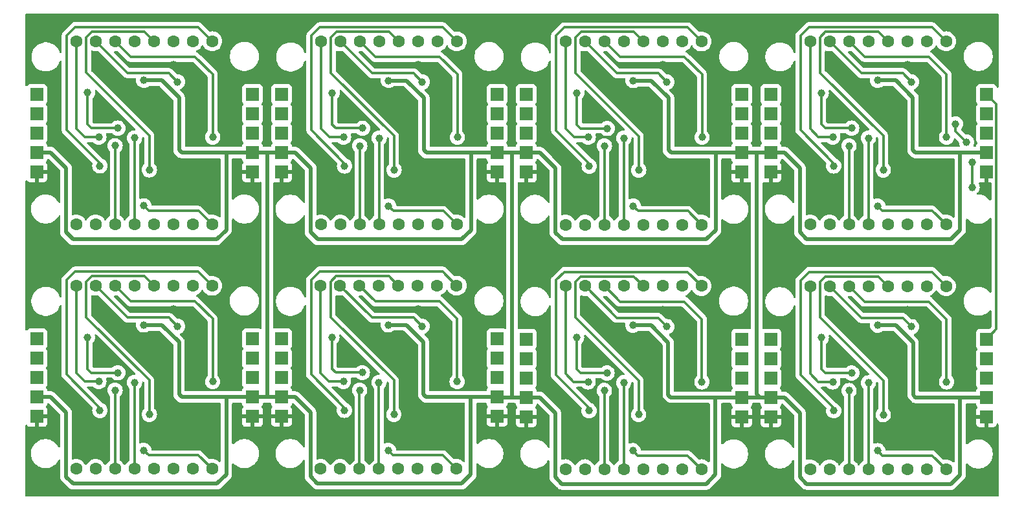
<source format=gbr>
%TF.GenerationSoftware,KiCad,Pcbnew,8.0.6*%
%TF.CreationDate,2024-11-17T13:24:28+02:00*%
%TF.ProjectId,1088as,31303838-6173-42e6-9b69-6361645f7063,rev?*%
%TF.SameCoordinates,PX4b9ebbdPY7add530*%
%TF.FileFunction,Copper,L2,Bot*%
%TF.FilePolarity,Positive*%
%FSLAX46Y46*%
G04 Gerber Fmt 4.6, Leading zero omitted, Abs format (unit mm)*
G04 Created by KiCad (PCBNEW 8.0.6) date 2024-11-17 13:24:28*
%MOMM*%
%LPD*%
G01*
G04 APERTURE LIST*
%TA.AperFunction,ComponentPad*%
%ADD10C,1.600000*%
%TD*%
%TA.AperFunction,ComponentPad*%
%ADD11R,1.700000X1.700000*%
%TD*%
%TA.AperFunction,ViaPad*%
%ADD12C,1.000000*%
%TD*%
%TA.AperFunction,Conductor*%
%ADD13C,0.500000*%
%TD*%
%TA.AperFunction,Conductor*%
%ADD14C,0.300000*%
%TD*%
G04 APERTURE END LIST*
D10*
%TO.P,U9,1,R5*%
%TO.N,Net-(U10-DIG_4)*%
X103123639Y36157403D03*
%TO.P,U9,2,R7*%
%TO.N,Net-(U10-DIG_6)*%
X105663639Y36157403D03*
%TO.P,U9,3,C2*%
%TO.N,Net-(U10-SEG_A)*%
X108203639Y36157403D03*
%TO.P,U9,4,C3*%
%TO.N,Net-(U10-SEG_B)*%
X110743639Y36157403D03*
%TO.P,U9,5,R8*%
%TO.N,Net-(U10-DIG_7)*%
X113283639Y36157403D03*
%TO.P,U9,6,C5*%
%TO.N,Net-(U10-SEG_D)*%
X115823639Y36157403D03*
%TO.P,U9,7,R6*%
%TO.N,Net-(U10-DIG_5)*%
X118363639Y36157403D03*
%TO.P,U9,8,R3*%
%TO.N,Net-(U10-DIG_2)*%
X120903639Y36157403D03*
%TO.P,U9,9,R1*%
%TO.N,Net-(U10-DIG_0)*%
X120903639Y60157403D03*
%TO.P,U9,10,C4*%
%TO.N,Net-(U10-SEG_C)*%
X118363639Y60157403D03*
%TO.P,U9,11,C6*%
%TO.N,Net-(U10-SEG_E)*%
X115823639Y60157403D03*
%TO.P,U9,12,R4*%
%TO.N,Net-(U10-DIG_3)*%
X113283639Y60157403D03*
%TO.P,U9,13,C1*%
%TO.N,Net-(U10-SEG_DP)*%
X110743639Y60157403D03*
%TO.P,U9,14,R2*%
%TO.N,Net-(U10-DIG_1)*%
X108203639Y60157403D03*
%TO.P,U9,15,C7*%
%TO.N,Net-(U10-SEG_F)*%
X105663639Y60157403D03*
%TO.P,U9,16,C8*%
%TO.N,Net-(U10-SEG_G)*%
X103123639Y60157403D03*
%TD*%
%TO.P,U5,1,R5*%
%TO.N,Net-(U5-R5)*%
X39110639Y4141203D03*
%TO.P,U5,2,R7*%
%TO.N,Net-(U5-R7)*%
X41650639Y4141203D03*
%TO.P,U5,3,C2*%
%TO.N,Net-(U5-C2)*%
X44190639Y4141203D03*
%TO.P,U5,4,C3*%
%TO.N,Net-(U5-C3)*%
X46730639Y4141203D03*
%TO.P,U5,5,R8*%
%TO.N,Net-(U5-R8)*%
X49270639Y4141203D03*
%TO.P,U5,6,C5*%
%TO.N,Net-(U5-C5)*%
X51810639Y4141203D03*
%TO.P,U5,7,R6*%
%TO.N,Net-(U5-R6)*%
X54350639Y4141203D03*
%TO.P,U5,8,R3*%
%TO.N,Net-(U5-R3)*%
X56890639Y4141203D03*
%TO.P,U5,9,R1*%
%TO.N,Net-(U5-R1)*%
X56890639Y28141203D03*
%TO.P,U5,10,C4*%
%TO.N,Net-(U5-C4)*%
X54350639Y28141203D03*
%TO.P,U5,11,C6*%
%TO.N,Net-(U5-C6)*%
X51810639Y28141203D03*
%TO.P,U5,12,R4*%
%TO.N,Net-(U5-R4)*%
X49270639Y28141203D03*
%TO.P,U5,13,C1*%
%TO.N,Net-(U5-C1)*%
X46730639Y28141203D03*
%TO.P,U5,14,R2*%
%TO.N,Net-(U5-R2)*%
X44190639Y28141203D03*
%TO.P,U5,15,C7*%
%TO.N,Net-(U5-C7)*%
X41650639Y28141203D03*
%TO.P,U5,16,C8*%
%TO.N,Net-(U5-C8)*%
X39110639Y28141203D03*
%TD*%
%TO.P,U7,1,R5*%
%TO.N,Net-(U7-R5)*%
X7120989Y4137103D03*
%TO.P,U7,2,R7*%
%TO.N,Net-(U7-R7)*%
X9660989Y4137103D03*
%TO.P,U7,3,C2*%
%TO.N,Net-(U7-C2)*%
X12200989Y4137103D03*
%TO.P,U7,4,C3*%
%TO.N,Net-(U7-C3)*%
X14740989Y4137103D03*
%TO.P,U7,5,R8*%
%TO.N,Net-(U7-R8)*%
X17280989Y4137103D03*
%TO.P,U7,6,C5*%
%TO.N,Net-(U7-C5)*%
X19820989Y4137103D03*
%TO.P,U7,7,R6*%
%TO.N,Net-(U7-R6)*%
X22360989Y4137103D03*
%TO.P,U7,8,R3*%
%TO.N,Net-(U7-R3)*%
X24900989Y4137103D03*
%TO.P,U7,9,R1*%
%TO.N,Net-(U7-R1)*%
X24900989Y28137103D03*
%TO.P,U7,10,C4*%
%TO.N,Net-(U7-C4)*%
X22360989Y28137103D03*
%TO.P,U7,11,C6*%
%TO.N,Net-(U7-C6)*%
X19820989Y28137103D03*
%TO.P,U7,12,R4*%
%TO.N,Net-(U7-R4)*%
X17280989Y28137103D03*
%TO.P,U7,13,C1*%
%TO.N,Net-(U7-C1)*%
X14740989Y28137103D03*
%TO.P,U7,14,R2*%
%TO.N,Net-(U7-R2)*%
X12200989Y28137103D03*
%TO.P,U7,15,C7*%
%TO.N,Net-(U7-C7)*%
X9660989Y28137103D03*
%TO.P,U7,16,C8*%
%TO.N,Net-(U7-C8)*%
X7120989Y28137103D03*
%TD*%
%TO.P,U15,1,R5*%
%TO.N,Net-(U15-R5)*%
X7127939Y36166503D03*
%TO.P,U15,2,R7*%
%TO.N,Net-(U15-R7)*%
X9667939Y36166503D03*
%TO.P,U15,3,C2*%
%TO.N,Net-(U15-C2)*%
X12207939Y36166503D03*
%TO.P,U15,4,C3*%
%TO.N,Net-(U15-C3)*%
X14747939Y36166503D03*
%TO.P,U15,5,R8*%
%TO.N,Net-(U15-R8)*%
X17287939Y36166503D03*
%TO.P,U15,6,C5*%
%TO.N,Net-(U15-C5)*%
X19827939Y36166503D03*
%TO.P,U15,7,R6*%
%TO.N,Net-(U15-R6)*%
X22367939Y36166503D03*
%TO.P,U15,8,R3*%
%TO.N,Net-(U15-R3)*%
X24907939Y36166503D03*
%TO.P,U15,9,R1*%
%TO.N,Net-(U15-R1)*%
X24907939Y60166503D03*
%TO.P,U15,10,C4*%
%TO.N,Net-(U15-C4)*%
X22367939Y60166503D03*
%TO.P,U15,11,C6*%
%TO.N,Net-(U15-C6)*%
X19827939Y60166503D03*
%TO.P,U15,12,R4*%
%TO.N,Net-(U15-R4)*%
X17287939Y60166503D03*
%TO.P,U15,13,C1*%
%TO.N,Net-(U15-C1)*%
X14747939Y60166503D03*
%TO.P,U15,14,R2*%
%TO.N,Net-(U15-R2)*%
X12207939Y60166503D03*
%TO.P,U15,15,C7*%
%TO.N,Net-(U15-C7)*%
X9667939Y60166503D03*
%TO.P,U15,16,C8*%
%TO.N,Net-(U15-C8)*%
X7127939Y60166503D03*
%TD*%
%TO.P,U3,1,R5*%
%TO.N,Net-(U3-R5)*%
X71117353Y4104140D03*
%TO.P,U3,2,R7*%
%TO.N,Net-(U3-R7)*%
X73657353Y4104140D03*
%TO.P,U3,3,C2*%
%TO.N,Net-(U3-C2)*%
X76197353Y4104140D03*
%TO.P,U3,4,C3*%
%TO.N,Net-(U3-C3)*%
X78737353Y4104140D03*
%TO.P,U3,5,R8*%
%TO.N,Net-(U3-R8)*%
X81277353Y4104140D03*
%TO.P,U3,6,C5*%
%TO.N,Net-(U3-C5)*%
X83817353Y4104140D03*
%TO.P,U3,7,R6*%
%TO.N,Net-(U3-R6)*%
X86357353Y4104140D03*
%TO.P,U3,8,R3*%
%TO.N,Net-(U3-R3)*%
X88897353Y4104140D03*
%TO.P,U3,9,R1*%
%TO.N,Net-(U3-R1)*%
X88897353Y28104140D03*
%TO.P,U3,10,C4*%
%TO.N,Net-(U3-C4)*%
X86357353Y28104140D03*
%TO.P,U3,11,C6*%
%TO.N,Net-(U3-C6)*%
X83817353Y28104140D03*
%TO.P,U3,12,R4*%
%TO.N,Net-(U3-R4)*%
X81277353Y28104140D03*
%TO.P,U3,13,C1*%
%TO.N,Net-(U3-C1)*%
X78737353Y28104140D03*
%TO.P,U3,14,R2*%
%TO.N,Net-(U3-R2)*%
X76197353Y28104140D03*
%TO.P,U3,15,C7*%
%TO.N,Net-(U3-C7)*%
X73657353Y28104140D03*
%TO.P,U3,16,C8*%
%TO.N,Net-(U3-C8)*%
X71117353Y28104140D03*
%TD*%
%TO.P,U1,1,R5*%
%TO.N,Net-(U1-R5)*%
X103125166Y4094319D03*
%TO.P,U1,2,R7*%
%TO.N,Net-(U1-R7)*%
X105665166Y4094319D03*
%TO.P,U1,3,C2*%
%TO.N,Net-(U1-C2)*%
X108205166Y4094319D03*
%TO.P,U1,4,C3*%
%TO.N,Net-(U1-C3)*%
X110745166Y4094319D03*
%TO.P,U1,5,R8*%
%TO.N,Net-(U1-R8)*%
X113285166Y4094319D03*
%TO.P,U1,6,C5*%
%TO.N,Net-(U1-C5)*%
X115825166Y4094319D03*
%TO.P,U1,7,R6*%
%TO.N,Net-(U1-R6)*%
X118365166Y4094319D03*
%TO.P,U1,8,R3*%
%TO.N,Net-(U1-R3)*%
X120905166Y4094319D03*
%TO.P,U1,9,R1*%
%TO.N,Net-(U1-R1)*%
X120905166Y28094319D03*
%TO.P,U1,10,C4*%
%TO.N,Net-(U1-C4)*%
X118365166Y28094319D03*
%TO.P,U1,11,C6*%
%TO.N,Net-(U1-C6)*%
X115825166Y28094319D03*
%TO.P,U1,12,R4*%
%TO.N,Net-(U1-R4)*%
X113285166Y28094319D03*
%TO.P,U1,13,C1*%
%TO.N,Net-(U1-C1)*%
X110745166Y28094319D03*
%TO.P,U1,14,R2*%
%TO.N,Net-(U1-R2)*%
X108205166Y28094319D03*
%TO.P,U1,15,C7*%
%TO.N,Net-(U1-C7)*%
X105665166Y28094319D03*
%TO.P,U1,16,C8*%
%TO.N,Net-(U1-C8)*%
X103125166Y28094319D03*
%TD*%
%TO.P,U11,1,R5*%
%TO.N,Net-(U11-R5)*%
X71135939Y36137750D03*
%TO.P,U11,2,R7*%
%TO.N,Net-(U11-R7)*%
X73675939Y36137750D03*
%TO.P,U11,3,C2*%
%TO.N,Net-(U11-C2)*%
X76215939Y36137750D03*
%TO.P,U11,4,C3*%
%TO.N,Net-(U11-C3)*%
X78755939Y36137750D03*
%TO.P,U11,5,R8*%
%TO.N,Net-(U11-R8)*%
X81295939Y36137750D03*
%TO.P,U11,6,C5*%
%TO.N,Net-(U11-C5)*%
X83835939Y36137750D03*
%TO.P,U11,7,R6*%
%TO.N,Net-(U11-R6)*%
X86375939Y36137750D03*
%TO.P,U11,8,R3*%
%TO.N,Net-(U11-R3)*%
X88915939Y36137750D03*
%TO.P,U11,9,R1*%
%TO.N,Net-(U11-R1)*%
X88915939Y60137750D03*
%TO.P,U11,10,C4*%
%TO.N,Net-(U11-C4)*%
X86375939Y60137750D03*
%TO.P,U11,11,C6*%
%TO.N,Net-(U11-C6)*%
X83835939Y60137750D03*
%TO.P,U11,12,R4*%
%TO.N,Net-(U11-R4)*%
X81295939Y60137750D03*
%TO.P,U11,13,C1*%
%TO.N,Net-(U11-C1)*%
X78755939Y60137750D03*
%TO.P,U11,14,R2*%
%TO.N,Net-(U11-R2)*%
X76215939Y60137750D03*
%TO.P,U11,15,C7*%
%TO.N,Net-(U11-C7)*%
X73675939Y60137750D03*
%TO.P,U11,16,C8*%
%TO.N,Net-(U11-C8)*%
X71135939Y60137750D03*
%TD*%
%TO.P,U13,1,R5*%
%TO.N,Net-(U13-R5)*%
X39131939Y36147078D03*
%TO.P,U13,2,R7*%
%TO.N,Net-(U13-R7)*%
X41671939Y36147078D03*
%TO.P,U13,3,C2*%
%TO.N,Net-(U13-C2)*%
X44211939Y36147078D03*
%TO.P,U13,4,C3*%
%TO.N,Net-(U13-C3)*%
X46751939Y36147078D03*
%TO.P,U13,5,R8*%
%TO.N,Net-(U13-R8)*%
X49291939Y36147078D03*
%TO.P,U13,6,C5*%
%TO.N,Net-(U13-C5)*%
X51831939Y36147078D03*
%TO.P,U13,7,R6*%
%TO.N,Net-(U13-R6)*%
X54371939Y36147078D03*
%TO.P,U13,8,R3*%
%TO.N,Net-(U13-R3)*%
X56911939Y36147078D03*
%TO.P,U13,9,R1*%
%TO.N,Net-(U13-R1)*%
X56911939Y60147078D03*
%TO.P,U13,10,C4*%
%TO.N,Net-(U13-C4)*%
X54371939Y60147078D03*
%TO.P,U13,11,C6*%
%TO.N,Net-(U13-C6)*%
X51831939Y60147078D03*
%TO.P,U13,12,R4*%
%TO.N,Net-(U13-R4)*%
X49291939Y60147078D03*
%TO.P,U13,13,C1*%
%TO.N,Net-(U13-C1)*%
X46751939Y60147078D03*
%TO.P,U13,14,R2*%
%TO.N,Net-(U13-R2)*%
X44211939Y60147078D03*
%TO.P,U13,15,C7*%
%TO.N,Net-(U13-C7)*%
X41671939Y60147078D03*
%TO.P,U13,16,C8*%
%TO.N,Net-(U13-C8)*%
X39131939Y60147078D03*
%TD*%
D11*
%TO.P,J21,1,Pin_1*%
%TO.N,Vcc*%
X33978673Y13559684D03*
%TD*%
%TO.P,J19,1,Pin_1*%
%TO.N,/Module1/CLK*%
X94179387Y21142621D03*
%TD*%
%TO.P,J76,1,Pin_1*%
%TO.N,GND*%
X1995973Y43044984D03*
%TD*%
%TO.P,J53,1,Pin_1*%
%TO.N,/Module6/DOUT*%
X66003973Y50636230D03*
%TD*%
%TO.P,J16,1,Pin_1*%
%TO.N,GND*%
X65985387Y10982621D03*
%TD*%
%TO.P,J13,1,Pin_1*%
%TO.N,/Module2/DOUT*%
X65985387Y18602620D03*
%TD*%
%TO.P,J2,1,Pin_1*%
%TO.N,Vcc*%
X126187200Y13512800D03*
%TD*%
%TO.P,J52,1,Pin_1*%
%TO.N,Vcc*%
X94197973Y45556232D03*
%TD*%
%TO.P,J17,1,Pin_1*%
%TO.N,/Module1/CLK*%
X65985387Y21142620D03*
%TD*%
%TO.P,J68,1,Pin_1*%
%TO.N,GND*%
X62193973Y43025560D03*
%TD*%
%TO.P,J77,1,Pin_1*%
%TO.N,/Module1/CLK*%
X1995973Y53204983D03*
%TD*%
%TO.P,J41,1,Pin_1*%
%TO.N,Vcc*%
X97991673Y45575884D03*
%TD*%
%TO.P,J73,1,Pin_1*%
%TO.N,/Module8/DOUT*%
X1995973Y50664983D03*
%TD*%
%TO.P,J65,1,Pin_1*%
%TO.N,/Module1/CS*%
X62193973Y48105559D03*
%TD*%
%TO.P,J14,1,Pin_1*%
%TO.N,/Module1/CS*%
X65985387Y16062620D03*
%TD*%
%TO.P,J24,1,Pin_1*%
%TO.N,/Module1/CS*%
X33978673Y16099683D03*
%TD*%
%TO.P,J20,1,Pin_1*%
%TO.N,/Module1/DOUT*%
X94179387Y18602621D03*
%TD*%
%TO.P,J45,1,Pin_1*%
%TO.N,/Module1/CS*%
X126185673Y48115884D03*
%TD*%
%TO.P,J67,1,Pin_1*%
%TO.N,/Module1/CLK*%
X33999973Y53185558D03*
%TD*%
%TO.P,J23,1,Pin_1*%
%TO.N,/Module3/DOUT*%
X33978673Y18639683D03*
%TD*%
%TO.P,J25,1,Pin_1*%
%TO.N,/Module1/CS*%
X62172673Y16099684D03*
%TD*%
%TO.P,J48,1,Pin_1*%
%TO.N,GND*%
X126185673Y43035885D03*
%TD*%
%TO.P,J22,1,Pin_1*%
%TO.N,Vcc*%
X62172673Y13559685D03*
%TD*%
%TO.P,J7,1,Pin_1*%
%TO.N,/Module1/CLK*%
X97993200Y21132800D03*
%TD*%
%TO.P,J66,1,Pin_1*%
%TO.N,GND*%
X33999973Y43025559D03*
%TD*%
%TO.P,J30,1,Pin_1*%
%TO.N,/Module2/DOUT*%
X62172673Y18639684D03*
%TD*%
%TO.P,J31,1,Pin_1*%
%TO.N,Vcc*%
X1989023Y13555584D03*
%TD*%
%TO.P,J46,1,Pin_1*%
%TO.N,GND*%
X97991673Y43035884D03*
%TD*%
%TO.P,J34,1,Pin_1*%
%TO.N,/Module1/CS*%
X1989023Y16095583D03*
%TD*%
%TO.P,J47,1,Pin_1*%
%TO.N,/Module1/CLK*%
X97991673Y53195883D03*
%TD*%
%TO.P,J79,1,Pin_1*%
%TO.N,/Module1/CLK*%
X30189973Y53204984D03*
%TD*%
%TO.P,J40,1,Pin_1*%
%TO.N,/Module3/DOUT*%
X30183023Y18635584D03*
%TD*%
%TO.P,J64,1,Pin_1*%
%TO.N,/Module1/CS*%
X33999973Y48105558D03*
%TD*%
%TO.P,J43,1,Pin_1*%
%TO.N,/Module5/DOUT*%
X97991673Y50655883D03*
%TD*%
%TO.P,J69,1,Pin_1*%
%TO.N,/Module1/CLK*%
X62193973Y53185559D03*
%TD*%
%TO.P,J6,1,Pin_1*%
%TO.N,GND*%
X97993200Y10972800D03*
%TD*%
%TO.P,J35,1,Pin_1*%
%TO.N,/Module1/CS*%
X30183023Y16095584D03*
%TD*%
%TO.P,J44,1,Pin_1*%
%TO.N,/Module1/CS*%
X97991673Y48115883D03*
%TD*%
%TO.P,J58,1,Pin_1*%
%TO.N,GND*%
X94197973Y43016232D03*
%TD*%
%TO.P,J32,1,Pin_1*%
%TO.N,Vcc*%
X30183023Y13555585D03*
%TD*%
%TO.P,J61,1,Pin_1*%
%TO.N,Vcc*%
X33999973Y45565559D03*
%TD*%
%TO.P,J3,1,Pin_1*%
%TO.N,/Module1/DOUT*%
X97993200Y18592800D03*
%TD*%
%TO.P,J75,1,Pin_1*%
%TO.N,/Module1/CS*%
X30189973Y48124984D03*
%TD*%
%TO.P,J63,1,Pin_1*%
%TO.N,/Module7/DOUT*%
X33999973Y50645558D03*
%TD*%
%TO.P,J39,1,Pin_1*%
%TO.N,/Module1/CLK*%
X30183023Y21175584D03*
%TD*%
%TO.P,J49,1,Pin_1*%
%TO.N,/Module1/CLK*%
X126185673Y53195884D03*
%TD*%
%TO.P,J38,1,Pin_1*%
%TO.N,GND*%
X30183023Y11015585D03*
%TD*%
%TO.P,J54,1,Pin_1*%
%TO.N,/Module1/CS*%
X66003973Y48096230D03*
%TD*%
%TO.P,J15,1,Pin_1*%
%TO.N,/Module1/CS*%
X94179387Y16062621D03*
%TD*%
%TO.P,J29,1,Pin_1*%
%TO.N,/Module1/CLK*%
X62172673Y21179684D03*
%TD*%
%TO.P,J42,1,Pin_1*%
%TO.N,Vcc*%
X126185673Y45575885D03*
%TD*%
%TO.P,J55,1,Pin_1*%
%TO.N,/Module1/CS*%
X94197973Y48096231D03*
%TD*%
%TO.P,J33,1,Pin_1*%
%TO.N,/Module4/DOUT*%
X1989023Y18635583D03*
%TD*%
%TO.P,J59,1,Pin_1*%
%TO.N,/Module1/CLK*%
X94197973Y53176231D03*
%TD*%
%TO.P,J28,1,Pin_1*%
%TO.N,GND*%
X62172673Y11019685D03*
%TD*%
%TO.P,J12,1,Pin_1*%
%TO.N,Vcc*%
X94179387Y13522622D03*
%TD*%
%TO.P,J56,1,Pin_1*%
%TO.N,GND*%
X66003973Y43016231D03*
%TD*%
%TO.P,J78,1,Pin_1*%
%TO.N,GND*%
X30189973Y43044985D03*
%TD*%
%TO.P,J70,1,Pin_1*%
%TO.N,/Module6/DOUT*%
X62193973Y50645559D03*
%TD*%
%TO.P,J72,1,Pin_1*%
%TO.N,Vcc*%
X30189973Y45584985D03*
%TD*%
%TO.P,J62,1,Pin_1*%
%TO.N,Vcc*%
X62193973Y45565560D03*
%TD*%
%TO.P,J36,1,Pin_1*%
%TO.N,GND*%
X1989023Y11015584D03*
%TD*%
%TO.P,J10,1,Pin_1*%
%TO.N,/Module1/DIN*%
X126187200Y18592800D03*
%TD*%
%TO.P,J50,1,Pin_1*%
%TO.N,/Module4/DOUT*%
X126185673Y50655884D03*
%TD*%
%TO.P,J1,1,Pin_1*%
%TO.N,Vcc*%
X97993200Y13512800D03*
%TD*%
%TO.P,J9,1,Pin_1*%
%TO.N,/Module1/CLK*%
X126187200Y21132800D03*
%TD*%
%TO.P,J11,1,Pin_1*%
%TO.N,Vcc*%
X65985387Y13522621D03*
%TD*%
%TO.P,J51,1,Pin_1*%
%TO.N,Vcc*%
X66003973Y45556231D03*
%TD*%
%TO.P,J37,1,Pin_1*%
%TO.N,/Module1/CLK*%
X1989023Y21175583D03*
%TD*%
%TO.P,J8,1,Pin_1*%
%TO.N,GND*%
X126187200Y10972800D03*
%TD*%
%TO.P,J18,1,Pin_1*%
%TO.N,GND*%
X94179387Y10982622D03*
%TD*%
%TO.P,J80,1,Pin_1*%
%TO.N,/Module7/DOUT*%
X30189973Y50664984D03*
%TD*%
%TO.P,J27,1,Pin_1*%
%TO.N,/Module1/CLK*%
X33978673Y21179683D03*
%TD*%
%TO.P,J74,1,Pin_1*%
%TO.N,/Module1/CS*%
X1995973Y48124983D03*
%TD*%
%TO.P,J26,1,Pin_1*%
%TO.N,GND*%
X33978673Y11019684D03*
%TD*%
%TO.P,J60,1,Pin_1*%
%TO.N,/Module5/DOUT*%
X94197973Y50636231D03*
%TD*%
%TO.P,J57,1,Pin_1*%
%TO.N,/Module1/CLK*%
X66003973Y53176230D03*
%TD*%
%TO.P,J71,1,Pin_1*%
%TO.N,Vcc*%
X1995973Y45584984D03*
%TD*%
%TO.P,J5,1,Pin_1*%
%TO.N,/Module1/CS*%
X126187200Y16052800D03*
%TD*%
%TO.P,J4,1,Pin_1*%
%TO.N,/Module1/CS*%
X97993200Y16052800D03*
%TD*%
D12*
%TO.N,GND*%
X89498973Y43016231D03*
X19891939Y57102553D03*
X83638387Y11871621D03*
X57473673Y11019684D03*
X51123673Y20290684D03*
X51895939Y57083128D03*
X57494973Y43025559D03*
X115138200Y20243800D03*
X83899939Y57073800D03*
X83656973Y43905231D03*
X115887639Y57093453D03*
X89480387Y10982621D03*
X51874639Y25077253D03*
X83130387Y20253621D03*
X51144973Y52296559D03*
X83881353Y25040190D03*
X19140973Y52315984D03*
X83148973Y52287231D03*
X115644673Y43924884D03*
X25490973Y43044984D03*
X25484023Y11015584D03*
X121486673Y43035884D03*
X19642023Y11904584D03*
X115889166Y25030369D03*
X115136673Y52306884D03*
X115646200Y11861800D03*
X51652973Y43914559D03*
X121488200Y10972800D03*
X19134023Y20286584D03*
X51631673Y11908684D03*
X19884989Y25073153D03*
X19648973Y43933984D03*
%TO.N,Vcc*%
X15965973Y55039194D03*
X47969973Y55019769D03*
X79973973Y55010441D03*
X47948673Y23013894D03*
X15959023Y23009794D03*
X111961673Y55030094D03*
X79955387Y22976831D03*
X111963200Y22967010D03*
%TO.N,/Module4/DOUT*%
X124307600Y41046400D03*
X122128673Y49326403D03*
X123596400Y46939200D03*
X124307600Y44325884D03*
%TO.N,Net-(U1-C8)*%
X106091166Y15541319D03*
%TO.N,Net-(U1-R4)*%
X112695166Y11243319D03*
%TO.N,Net-(U1-C6)*%
X108570788Y16705319D03*
X104586166Y21347369D03*
%TO.N,Net-(U1-C7)*%
X116378166Y22774010D03*
%TO.N,Net-(U1-R2)*%
X120980200Y15544800D03*
%TO.N,Net-(U1-C3)*%
X110745166Y15421319D03*
%TO.N,Net-(U1-R1)*%
X106218166Y11764834D03*
%TO.N,Net-(U1-R3)*%
X111963200Y6527800D03*
%TO.N,Net-(U1-C2)*%
X108210619Y14405319D03*
%TO.N,Net-(U3-C3)*%
X78737353Y15431140D03*
%TO.N,Net-(U3-R4)*%
X80687353Y11253140D03*
%TO.N,Net-(U3-R3)*%
X79955387Y6537621D03*
%TO.N,Net-(U3-R2)*%
X88972387Y15554621D03*
%TO.N,Net-(U3-C8)*%
X74083353Y15551140D03*
%TO.N,Net-(U3-R1)*%
X74210353Y11774655D03*
%TO.N,Net-(U3-C6)*%
X72578353Y21357190D03*
X76562975Y16715140D03*
%TO.N,Net-(U3-C7)*%
X84370353Y22783831D03*
%TO.N,Net-(U3-C2)*%
X76202806Y14415140D03*
%TO.N,Net-(U5-R3)*%
X47948673Y6574684D03*
%TO.N,Net-(U5-C2)*%
X44196092Y14452203D03*
%TO.N,Net-(U5-R2)*%
X56965673Y15591684D03*
%TO.N,Net-(U5-C6)*%
X44556261Y16752203D03*
X40571639Y21394253D03*
%TO.N,Net-(U5-R4)*%
X48680639Y11290203D03*
%TO.N,Net-(U5-C8)*%
X42076639Y15588203D03*
%TO.N,Net-(U5-C7)*%
X52363639Y22820894D03*
%TO.N,Net-(U5-R1)*%
X42203639Y11811718D03*
%TO.N,Net-(U5-C3)*%
X46730639Y15468203D03*
%TO.N,Net-(U7-R4)*%
X16690989Y11286103D03*
%TO.N,Net-(U7-C7)*%
X20373989Y22816794D03*
%TO.N,Net-(U7-C2)*%
X12206442Y14448103D03*
%TO.N,Net-(U7-C6)*%
X12566611Y16748103D03*
X8581989Y21390153D03*
%TO.N,Net-(U7-R2)*%
X24976023Y15587584D03*
%TO.N,Net-(U7-R3)*%
X15959023Y6570584D03*
%TO.N,Net-(U7-R1)*%
X10213989Y11807618D03*
%TO.N,Net-(U7-C8)*%
X10086989Y15584103D03*
%TO.N,Net-(U7-C3)*%
X14740989Y15464103D03*
%TO.N,Net-(U10-DIG_3)*%
X112693639Y43306403D03*
%TO.N,Net-(U10-DIG_2)*%
X111961673Y38590884D03*
%TO.N,Net-(U10-DIG_0)*%
X106216639Y43827918D03*
%TO.N,Net-(U10-SEG_B)*%
X110743639Y47484403D03*
%TO.N,Net-(U10-SEG_F)*%
X116376639Y54837094D03*
%TO.N,Net-(U10-SEG_E)*%
X104584639Y53410453D03*
X108569261Y48768403D03*
%TO.N,Net-(U10-DIG_1)*%
X120978673Y47607884D03*
%TO.N,Net-(U10-SEG_G)*%
X106089639Y47604403D03*
%TO.N,Net-(U10-SEG_A)*%
X108209092Y46468403D03*
%TO.N,Net-(U11-C2)*%
X76221392Y46448750D03*
%TO.N,Net-(U11-R2)*%
X88990973Y47588231D03*
%TO.N,Net-(U11-C8)*%
X74101939Y47584750D03*
%TO.N,Net-(U11-R4)*%
X80705939Y43286750D03*
%TO.N,Net-(U11-C6)*%
X76581561Y48748750D03*
X72596939Y53390800D03*
%TO.N,Net-(U11-R3)*%
X79973973Y38571231D03*
%TO.N,Net-(U11-C7)*%
X84388939Y54817441D03*
%TO.N,Net-(U11-R1)*%
X74228939Y43808265D03*
%TO.N,Net-(U11-C3)*%
X78755939Y47464750D03*
%TO.N,Net-(U13-C6)*%
X44577561Y48758078D03*
X40592939Y53400128D03*
%TO.N,Net-(U13-C2)*%
X44217392Y46458078D03*
%TO.N,Net-(U13-R1)*%
X42224939Y43817593D03*
%TO.N,Net-(U13-R2)*%
X56986973Y47597559D03*
%TO.N,Net-(U13-C7)*%
X52384939Y54826769D03*
%TO.N,Net-(U13-R3)*%
X47969973Y38580559D03*
%TO.N,Net-(U13-C8)*%
X42097939Y47594078D03*
%TO.N,Net-(U13-R4)*%
X48701939Y43296078D03*
%TO.N,Net-(U13-C3)*%
X46751939Y47474078D03*
%TO.N,Net-(U15-C3)*%
X14747939Y47493503D03*
%TO.N,Net-(U15-C2)*%
X12213392Y46477503D03*
%TO.N,Net-(U15-R2)*%
X24982973Y47616984D03*
%TO.N,Net-(U15-C7)*%
X20380939Y54846194D03*
%TO.N,Net-(U15-C6)*%
X8588939Y53419553D03*
X12573561Y48777503D03*
%TO.N,Net-(U15-R3)*%
X15965973Y38599984D03*
%TO.N,Net-(U15-C8)*%
X10093939Y47613503D03*
%TO.N,Net-(U15-R4)*%
X16697939Y43315503D03*
%TO.N,Net-(U15-R1)*%
X10220939Y43837018D03*
%TD*%
D13*
%TO.N,GND*%
X89244973Y43270231D02*
X89498973Y43016231D01*
X121232673Y43289884D02*
X121486673Y43035884D01*
X83638387Y11871621D02*
X84273387Y11236621D01*
X57240973Y43279559D02*
X57494973Y43025559D01*
X83656973Y43905231D02*
X84291973Y43270231D01*
X89226387Y11236621D02*
X89480387Y10982621D01*
X20283973Y43298984D02*
X25236973Y43298984D01*
X116281200Y11226800D02*
X121234200Y11226800D01*
X84291973Y43270231D02*
X89244973Y43270231D01*
X19648973Y43933984D02*
X20283973Y43298984D01*
X116279673Y43289884D02*
X121232673Y43289884D01*
X19642023Y11904584D02*
X20277023Y11269584D01*
X51652973Y43914559D02*
X52287973Y43279559D01*
X20277023Y11269584D02*
X25230023Y11269584D01*
X51631673Y11908684D02*
X52266673Y11273684D01*
X25230023Y11269584D02*
X25484023Y11015584D01*
X57219673Y11273684D02*
X57473673Y11019684D01*
X25236973Y43298984D02*
X25490973Y43044984D01*
X115644673Y43924884D02*
X116279673Y43289884D01*
X115646200Y11861800D02*
X116281200Y11226800D01*
X121234200Y11226800D02*
X121488200Y10972800D01*
X52266673Y11273684D02*
X57219673Y11273684D01*
X52287973Y43279559D02*
X57240973Y43279559D01*
X84273387Y11236621D02*
X89226387Y11236621D01*
%TO.N,Vcc*%
X20587101Y45916856D02*
X20918973Y45584984D01*
X111967083Y55024684D02*
X114323873Y55024684D01*
X15959023Y23009794D02*
X15964433Y23004384D01*
X50310873Y23008484D02*
X52569801Y20749556D01*
X116584328Y13844672D02*
X116916200Y13512800D01*
X30189973Y45584984D02*
X26760973Y45584984D01*
X25543939Y34227553D02*
X6695742Y34227553D01*
X18328173Y55033784D02*
X20587101Y52774856D01*
X26754023Y3415187D02*
X25536989Y2198153D01*
X47969973Y55019769D02*
X47975383Y55014359D01*
X5799023Y11523584D02*
X3767023Y13555584D01*
X97991673Y45575884D02*
X94217625Y45575884D01*
X94179387Y13522622D02*
X96520000Y13522622D01*
X5777939Y35145356D02*
X5777939Y36725692D01*
X116914673Y45575884D02*
X126185673Y45575884D01*
X114325400Y22961600D02*
X116584328Y20702672D01*
X57526639Y2202253D02*
X38678442Y2202253D01*
X97991673Y45575884D02*
X96164400Y45575884D01*
X94179387Y13522621D02*
X90750387Y13522621D01*
X62193973Y45565559D02*
X58764973Y45565559D01*
X102692969Y2155369D02*
X101775166Y3073172D01*
X114323873Y55024684D02*
X116582801Y52765756D01*
X62203302Y45556231D02*
X62193973Y45565560D01*
X32105600Y13555585D02*
X33974574Y13555585D01*
X37781939Y35125931D02*
X37781939Y36706267D01*
X102691442Y34218453D02*
X101773639Y35136256D01*
X84595101Y45888103D02*
X84926973Y45556231D01*
X90768973Y45556231D02*
X90768973Y35415834D01*
X84926973Y45556231D02*
X94197973Y45556231D01*
X32156400Y45565559D02*
X32156400Y13606385D01*
X116916200Y13512800D02*
X126187200Y13512800D01*
X79979383Y55005031D02*
X82336173Y55005031D01*
X37760639Y3120056D02*
X37760639Y4700392D01*
X5805973Y43552984D02*
X3773973Y45584984D01*
X37760639Y4700392D02*
X37788673Y4728426D01*
X122758200Y13512800D02*
X122758200Y3372403D01*
X116582801Y52765756D02*
X116582801Y45907756D01*
X94197973Y45556231D02*
X90768973Y45556231D01*
X101773639Y35136256D02*
X101773639Y36716592D01*
X111968610Y22961600D02*
X114325400Y22961600D01*
X69767353Y3082993D02*
X69767353Y4663329D01*
X37781939Y36706267D02*
X37809973Y36734301D01*
X37809973Y43533559D02*
X35777973Y45565559D01*
X70685156Y2165190D02*
X69767353Y3082993D01*
X5770989Y4696292D02*
X5799023Y4724326D01*
X84576515Y20712493D02*
X84576515Y13854493D01*
X122758200Y3372403D02*
X121541166Y2155369D01*
X20580151Y20745456D02*
X20580151Y13887456D01*
X121541166Y2155369D02*
X102692969Y2155369D01*
X97983378Y13522622D02*
X97993200Y13512800D01*
X96164400Y45575884D02*
X96164400Y13878222D01*
X69795387Y4691363D02*
X69795387Y11490621D01*
X18321223Y23004384D02*
X20580151Y20745456D01*
X58743673Y13559684D02*
X58743673Y3419287D01*
X101801673Y43543884D02*
X99769673Y45575884D01*
X101775166Y3073172D02*
X101775166Y4653508D01*
X94217625Y45575884D02*
X94197973Y45556232D01*
X101803200Y4681542D02*
X101803200Y11480800D01*
X58764973Y35425162D02*
X57547939Y34208128D01*
X52591101Y45897431D02*
X52922973Y45565559D01*
X99769673Y45575884D02*
X97991673Y45575884D01*
X47954083Y23008484D02*
X50310873Y23008484D01*
X101801673Y36744626D02*
X101801673Y43543884D01*
X62209737Y13522621D02*
X62172673Y13559685D01*
X101775166Y4653508D02*
X101803200Y4681542D01*
X26754023Y13555584D02*
X26754023Y3415187D01*
X38699742Y34208128D02*
X37781939Y35125931D01*
X20587101Y52774856D02*
X20587101Y45916856D01*
X32156400Y45565559D02*
X30209399Y45565559D01*
X79960797Y22971421D02*
X82317587Y22971421D01*
X90750387Y13522621D02*
X90750387Y3382224D01*
X15964433Y23004384D02*
X18321223Y23004384D01*
X32156400Y13606385D02*
X32105600Y13555585D01*
X50332173Y55014359D02*
X52591101Y52755431D01*
X67763387Y13522621D02*
X65985387Y13522621D01*
X33974574Y13555585D02*
X33978673Y13559684D01*
X15965973Y55039194D02*
X15971383Y55033784D01*
X126185673Y45575884D02*
X122756673Y45575884D01*
X66003973Y45556231D02*
X64109600Y45556231D01*
X96520000Y13522622D02*
X97983378Y13522622D01*
X30183023Y13555584D02*
X26754023Y13555584D01*
X20580151Y13887456D02*
X20912023Y13555584D01*
X52922973Y45565559D02*
X62193973Y45565559D01*
X38678442Y2202253D02*
X37760639Y3120056D01*
X30183023Y13555585D02*
X32105600Y13555585D01*
X5777939Y36725692D02*
X5805973Y36753726D01*
X116584328Y20702672D02*
X116584328Y13844672D01*
X69813973Y43524231D02*
X67781973Y45556231D01*
X5799023Y4724326D02*
X5799023Y11523584D01*
X35756673Y13559684D02*
X33978673Y13559684D01*
X84576515Y13854493D02*
X84908387Y13522621D01*
X116582801Y45907756D02*
X116914673Y45575884D01*
X33999973Y45565559D02*
X32156400Y45565559D01*
X111961673Y55030094D02*
X111967083Y55024684D01*
X64109600Y45556231D02*
X64109600Y13522621D01*
X122756673Y45575884D02*
X122756673Y35435487D01*
X64109600Y45556231D02*
X62203302Y45556231D01*
X69767353Y4663329D02*
X69795387Y4691363D01*
X26760973Y35444587D02*
X25543939Y34227553D01*
X6688792Y2198153D02*
X5770989Y3115956D01*
X69795387Y11490621D02*
X67763387Y13522621D01*
X65985387Y13522621D02*
X64109600Y13522621D01*
X20918973Y45584984D02*
X30189973Y45584984D01*
X47948673Y23013894D02*
X47954083Y23008484D01*
X5805973Y36753726D02*
X5805973Y43552984D01*
X52591101Y52755431D02*
X52591101Y45897431D01*
X58764973Y45565559D02*
X58764973Y35425162D01*
X89551939Y34198800D02*
X70703742Y34198800D01*
X52569801Y13891556D02*
X52901673Y13559684D01*
X3773973Y45584984D02*
X1995973Y45584984D01*
X20912023Y13555584D02*
X30183023Y13555584D01*
X26760973Y45584984D02*
X26760973Y35444587D01*
X122756673Y35435487D02*
X121539639Y34218453D01*
X90750387Y3382224D02*
X89533353Y2165190D01*
X35777973Y45565559D02*
X33999973Y45565559D01*
X30209399Y45565559D02*
X30189973Y45584985D01*
X25536989Y2198153D02*
X6688792Y2198153D01*
X47975383Y55014359D02*
X50332173Y55014359D01*
X37788673Y4728426D02*
X37788673Y11527684D01*
X82336173Y55005031D02*
X84595101Y52746103D01*
X64109600Y13522621D02*
X62209737Y13522621D01*
X37788673Y11527684D02*
X35756673Y13559684D01*
X52569801Y20749556D02*
X52569801Y13891556D01*
X126187200Y13512800D02*
X122758200Y13512800D01*
X84908387Y13522621D02*
X94179387Y13522621D01*
X70703742Y34198800D02*
X69785939Y35116603D01*
X82317587Y22971421D02*
X84576515Y20712493D01*
X57547939Y34208128D02*
X38699742Y34208128D01*
X79955387Y22976831D02*
X79960797Y22971421D01*
X15971383Y55033784D02*
X18328173Y55033784D01*
X5770989Y3115956D02*
X5770989Y4696292D01*
X79973973Y55010441D02*
X79979383Y55005031D01*
X101773639Y36716592D02*
X101801673Y36744626D01*
X69785939Y35116603D02*
X69785939Y36696939D01*
X58743673Y3419287D02*
X57526639Y2202253D01*
X67781973Y45556231D02*
X66003973Y45556231D01*
X69785939Y36696939D02*
X69813973Y36724973D01*
X52901673Y13559684D02*
X62172673Y13559684D01*
X3767023Y13555584D02*
X1989023Y13555584D01*
X96164400Y13878222D02*
X96520000Y13522622D01*
X111963200Y22967010D02*
X111968610Y22961600D01*
X90768973Y35415834D02*
X89551939Y34198800D01*
X101803200Y11480800D02*
X99771200Y13512800D01*
X121539639Y34218453D02*
X102691442Y34218453D01*
X84595101Y52746103D02*
X84595101Y45888103D01*
X89533353Y2165190D02*
X70685156Y2165190D01*
X62172673Y13559684D02*
X58743673Y13559684D01*
X37809973Y36734301D02*
X37809973Y43533559D01*
X99771200Y13512800D02*
X97993200Y13512800D01*
X69813973Y36724973D02*
X69813973Y43524231D01*
X6695742Y34227553D02*
X5777939Y35145356D01*
D14*
%TO.N,/Module1/CLK*%
X127485673Y22431273D02*
X126187200Y21132800D01*
X127485673Y51895884D02*
X127485673Y22431273D01*
X126185673Y53195884D02*
X127485673Y51895884D01*
%TO.N,/Module4/DOUT*%
X122123200Y48412400D02*
X122123200Y49320930D01*
X122123200Y49320930D02*
X122128673Y49326403D01*
X123596400Y46939200D02*
X122123200Y48412400D01*
X124307600Y41046400D02*
X124307600Y44325884D01*
%TO.N,Net-(U1-C8)*%
X104219681Y15541319D02*
X103125166Y16635834D01*
X103125166Y16635834D02*
X103125166Y28094319D01*
X106091166Y15541319D02*
X104219681Y15541319D01*
%TO.N,Net-(U1-R4)*%
X112695166Y11243319D02*
X112695166Y15692973D01*
X104415166Y28612086D02*
X105147399Y29344319D01*
X112695166Y15692973D02*
X104415166Y23972973D01*
X112035166Y29344319D02*
X113285166Y28094319D01*
X104415166Y23972973D02*
X104415166Y28612086D01*
X105147399Y29344319D02*
X112035166Y29344319D01*
%TO.N,Net-(U1-C6)*%
X104586166Y21347369D02*
X104586166Y17206834D01*
X104586166Y17206834D02*
X105087681Y16705319D01*
X105087681Y16705319D02*
X108570788Y16705319D01*
%TO.N,Net-(U1-C7)*%
X116378166Y22774010D02*
X115235166Y23917010D01*
X109842475Y23917010D02*
X105665166Y28094319D01*
X115235166Y23917010D02*
X109842475Y23917010D01*
%TO.N,Net-(U1-R2)*%
X110253116Y26046369D02*
X108205166Y28094319D01*
X120980200Y15544800D02*
X120980200Y23749335D01*
X120980200Y23749335D02*
X118683166Y26046369D01*
X118683166Y26046369D02*
X110253116Y26046369D01*
%TO.N,Net-(U1-C3)*%
X110745166Y15421319D02*
X110745166Y4094319D01*
%TO.N,Net-(U1-R1)*%
X106218166Y11764834D02*
X106218166Y12112319D01*
X101875166Y16455319D02*
X101875166Y28851319D01*
X101875166Y28851319D02*
X102968166Y29944319D01*
X119055166Y29944319D02*
X120905166Y28094319D01*
X102968166Y29944319D02*
X119055166Y29944319D01*
X106218166Y12112319D02*
X101875166Y16455319D01*
%TO.N,Net-(U1-R3)*%
X111963200Y6527800D02*
X112601681Y5889319D01*
X112601681Y5889319D02*
X119110166Y5889319D01*
X119110166Y5889319D02*
X120905166Y4094319D01*
%TO.N,Net-(U1-C2)*%
X108205166Y14353319D02*
X108205166Y4094319D01*
X108210619Y14358772D02*
X108205166Y14353319D01*
X108210619Y14405319D02*
X108210619Y14358772D01*
%TO.N,Net-(U3-C3)*%
X78737353Y15431140D02*
X78737353Y4104140D01*
%TO.N,Net-(U3-R4)*%
X80687353Y11253140D02*
X80687353Y15702794D01*
X80687353Y15702794D02*
X72407353Y23982794D01*
X72407353Y23982794D02*
X72407353Y28621907D01*
X80027353Y29354140D02*
X81277353Y28104140D01*
X72407353Y28621907D02*
X73139586Y29354140D01*
X73139586Y29354140D02*
X80027353Y29354140D01*
%TO.N,Net-(U3-R3)*%
X87102353Y5899140D02*
X88897353Y4104140D01*
X79955387Y6537621D02*
X80593868Y5899140D01*
X80593868Y5899140D02*
X87102353Y5899140D01*
%TO.N,Net-(U3-R2)*%
X78245303Y26056190D02*
X76197353Y28104140D01*
X88972387Y23759156D02*
X86675353Y26056190D01*
X88972387Y15554621D02*
X88972387Y23759156D01*
X86675353Y26056190D02*
X78245303Y26056190D01*
%TO.N,Net-(U3-C8)*%
X71117353Y16645655D02*
X71117353Y28104140D01*
X74083353Y15551140D02*
X72211868Y15551140D01*
X72211868Y15551140D02*
X71117353Y16645655D01*
%TO.N,Net-(U3-R1)*%
X69867353Y28861140D02*
X70960353Y29954140D01*
X74210353Y11774655D02*
X74210353Y12122140D01*
X74210353Y12122140D02*
X69867353Y16465140D01*
X87047353Y29954140D02*
X88897353Y28104140D01*
X69867353Y16465140D02*
X69867353Y28861140D01*
X70960353Y29954140D02*
X87047353Y29954140D01*
%TO.N,Net-(U3-C6)*%
X73079868Y16715140D02*
X76562975Y16715140D01*
X72578353Y17216655D02*
X73079868Y16715140D01*
X72578353Y21357190D02*
X72578353Y17216655D01*
%TO.N,Net-(U3-C7)*%
X83227353Y23926831D02*
X77834662Y23926831D01*
X84370353Y22783831D02*
X83227353Y23926831D01*
X77834662Y23926831D02*
X73657353Y28104140D01*
%TO.N,Net-(U3-C2)*%
X76202806Y14368593D02*
X76197353Y14363140D01*
X76202806Y14415140D02*
X76202806Y14368593D01*
X76197353Y14363140D02*
X76197353Y4104140D01*
%TO.N,Net-(U5-R3)*%
X48587154Y5936203D02*
X55095639Y5936203D01*
X55095639Y5936203D02*
X56890639Y4141203D01*
X47948673Y6574684D02*
X48587154Y5936203D01*
%TO.N,Net-(U5-C2)*%
X44190639Y14400203D02*
X44190639Y4141203D01*
X44196092Y14452203D02*
X44196092Y14405656D01*
X44196092Y14405656D02*
X44190639Y14400203D01*
%TO.N,Net-(U5-R2)*%
X56965673Y23796219D02*
X54668639Y26093253D01*
X56965673Y15591684D02*
X56965673Y23796219D01*
X46238589Y26093253D02*
X44190639Y28141203D01*
X54668639Y26093253D02*
X46238589Y26093253D01*
%TO.N,Net-(U5-C6)*%
X40571639Y21394253D02*
X40571639Y17253718D01*
X40571639Y17253718D02*
X41073154Y16752203D01*
X41073154Y16752203D02*
X44556261Y16752203D01*
%TO.N,Net-(U5-R4)*%
X40400639Y28658970D02*
X41132872Y29391203D01*
X48680639Y11290203D02*
X48680639Y15739857D01*
X48680639Y15739857D02*
X40400639Y24019857D01*
X40400639Y24019857D02*
X40400639Y28658970D01*
X41132872Y29391203D02*
X48020639Y29391203D01*
X48020639Y29391203D02*
X49270639Y28141203D01*
%TO.N,Net-(U5-C8)*%
X42076639Y15588203D02*
X40205154Y15588203D01*
X39110639Y16682718D02*
X39110639Y28141203D01*
X40205154Y15588203D02*
X39110639Y16682718D01*
%TO.N,Net-(U5-C7)*%
X51220639Y23963894D02*
X45827948Y23963894D01*
X45827948Y23963894D02*
X41650639Y28141203D01*
X52363639Y22820894D02*
X51220639Y23963894D01*
%TO.N,Net-(U5-R1)*%
X55040639Y29991203D02*
X56890639Y28141203D01*
X38953639Y29991203D02*
X55040639Y29991203D01*
X37860639Y28898203D02*
X38953639Y29991203D01*
X37860639Y16502203D02*
X37860639Y28898203D01*
X42203639Y11811718D02*
X42203639Y12159203D01*
X42203639Y12159203D02*
X37860639Y16502203D01*
%TO.N,Net-(U5-C3)*%
X46730639Y15468203D02*
X46730639Y4141203D01*
%TO.N,Net-(U7-R4)*%
X9143222Y29387103D02*
X16030989Y29387103D01*
X16690989Y11286103D02*
X16690989Y15735757D01*
X8410989Y24015757D02*
X8410989Y28654870D01*
X8410989Y28654870D02*
X9143222Y29387103D01*
X16030989Y29387103D02*
X17280989Y28137103D01*
X16690989Y15735757D02*
X8410989Y24015757D01*
%TO.N,Net-(U7-C7)*%
X19230989Y23959794D02*
X13838298Y23959794D01*
X20373989Y22816794D02*
X19230989Y23959794D01*
X13838298Y23959794D02*
X9660989Y28137103D01*
%TO.N,Net-(U7-C2)*%
X12206442Y14401556D02*
X12200989Y14396103D01*
X12206442Y14448103D02*
X12206442Y14401556D01*
X12200989Y14396103D02*
X12200989Y4137103D01*
%TO.N,Net-(U7-C6)*%
X9083504Y16748103D02*
X12566611Y16748103D01*
X8581989Y17249618D02*
X9083504Y16748103D01*
X8581989Y21390153D02*
X8581989Y17249618D01*
%TO.N,Net-(U7-R2)*%
X14248939Y26089153D02*
X12200989Y28137103D01*
X24976023Y15587584D02*
X24976023Y23792119D01*
X24976023Y23792119D02*
X22678989Y26089153D01*
X22678989Y26089153D02*
X14248939Y26089153D01*
%TO.N,Net-(U7-R3)*%
X16597504Y5932103D02*
X23105989Y5932103D01*
X23105989Y5932103D02*
X24900989Y4137103D01*
X15959023Y6570584D02*
X16597504Y5932103D01*
%TO.N,Net-(U7-R1)*%
X5870989Y16498103D02*
X5870989Y28894103D01*
X6963989Y29987103D02*
X23050989Y29987103D01*
X10213989Y12155103D02*
X5870989Y16498103D01*
X23050989Y29987103D02*
X24900989Y28137103D01*
X5870989Y28894103D02*
X6963989Y29987103D01*
X10213989Y11807618D02*
X10213989Y12155103D01*
%TO.N,Net-(U7-C8)*%
X10086989Y15584103D02*
X8215504Y15584103D01*
X8215504Y15584103D02*
X7120989Y16678618D01*
X7120989Y16678618D02*
X7120989Y28137103D01*
%TO.N,Net-(U7-C3)*%
X14740989Y15464103D02*
X14740989Y4137103D01*
%TO.N,Net-(U10-DIG_3)*%
X105145872Y61407403D02*
X112033639Y61407403D01*
X112693639Y47756057D02*
X104413639Y56036057D01*
X104413639Y56036057D02*
X104413639Y60675170D01*
X112693639Y43306403D02*
X112693639Y47756057D01*
X112033639Y61407403D02*
X113283639Y60157403D01*
X104413639Y60675170D02*
X105145872Y61407403D01*
%TO.N,Net-(U10-DIG_2)*%
X112600154Y37952403D02*
X119108639Y37952403D01*
X111961673Y38590884D02*
X112600154Y37952403D01*
X119108639Y37952403D02*
X120903639Y36157403D01*
%TO.N,Net-(U10-DIG_0)*%
X102966639Y62007403D02*
X119053639Y62007403D01*
X106216639Y43827918D02*
X106216639Y44175403D01*
X106216639Y44175403D02*
X101873639Y48518403D01*
X101873639Y60914403D02*
X102966639Y62007403D01*
X119053639Y62007403D02*
X120903639Y60157403D01*
X101873639Y48518403D02*
X101873639Y60914403D01*
%TO.N,Net-(U10-SEG_B)*%
X110743639Y47484403D02*
X110743639Y36157403D01*
%TO.N,Net-(U10-SEG_F)*%
X115233639Y55980094D02*
X109840948Y55980094D01*
X116376639Y54837094D02*
X115233639Y55980094D01*
X109840948Y55980094D02*
X105663639Y60157403D01*
%TO.N,Net-(U10-SEG_E)*%
X104584639Y49269918D02*
X105086154Y48768403D01*
X104584639Y53410453D02*
X104584639Y49269918D01*
X105086154Y48768403D02*
X108569261Y48768403D01*
%TO.N,Net-(U10-DIG_1)*%
X110251589Y58109453D02*
X108203639Y60157403D01*
X120978673Y47607884D02*
X120978673Y55812419D01*
X118681639Y58109453D02*
X110251589Y58109453D01*
X120978673Y55812419D02*
X118681639Y58109453D01*
%TO.N,Net-(U10-SEG_G)*%
X103123639Y48698918D02*
X103123639Y60157403D01*
X104218154Y47604403D02*
X103123639Y48698918D01*
X106089639Y47604403D02*
X104218154Y47604403D01*
%TO.N,Net-(U10-SEG_A)*%
X108209092Y46468403D02*
X108209092Y46421856D01*
X108209092Y46421856D02*
X108203639Y46416403D01*
X108203639Y46416403D02*
X108203639Y36157403D01*
%TO.N,Net-(U11-C2)*%
X76221392Y46402203D02*
X76215939Y46396750D01*
X76221392Y46448750D02*
X76221392Y46402203D01*
X76215939Y46396750D02*
X76215939Y36137750D01*
%TO.N,Net-(U11-R2)*%
X88990973Y47588231D02*
X88990973Y55792766D01*
X78263889Y58089800D02*
X76215939Y60137750D01*
X88990973Y55792766D02*
X86693939Y58089800D01*
X86693939Y58089800D02*
X78263889Y58089800D01*
%TO.N,Net-(U11-C8)*%
X74101939Y47584750D02*
X72230454Y47584750D01*
X72230454Y47584750D02*
X71135939Y48679265D01*
X71135939Y48679265D02*
X71135939Y60137750D01*
%TO.N,Net-(U11-R4)*%
X72425939Y56016404D02*
X72425939Y60655517D01*
X80045939Y61387750D02*
X81295939Y60137750D01*
X80705939Y43286750D02*
X80705939Y47736404D01*
X80705939Y47736404D02*
X72425939Y56016404D01*
X72425939Y60655517D02*
X73158172Y61387750D01*
X73158172Y61387750D02*
X80045939Y61387750D01*
%TO.N,Net-(U11-C6)*%
X73098454Y48748750D02*
X76581561Y48748750D01*
X72596939Y49250265D02*
X73098454Y48748750D01*
X72596939Y53390800D02*
X72596939Y49250265D01*
%TO.N,Net-(U11-R3)*%
X79973973Y38571231D02*
X80612454Y37932750D01*
X80612454Y37932750D02*
X87120939Y37932750D01*
X87120939Y37932750D02*
X88915939Y36137750D01*
%TO.N,Net-(U11-C7)*%
X77853248Y55960441D02*
X73675939Y60137750D01*
X83245939Y55960441D02*
X77853248Y55960441D01*
X84388939Y54817441D02*
X83245939Y55960441D01*
%TO.N,Net-(U11-R1)*%
X70978939Y61987750D02*
X87065939Y61987750D01*
X87065939Y61987750D02*
X88915939Y60137750D01*
X74228939Y44155750D02*
X69885939Y48498750D01*
X74228939Y43808265D02*
X74228939Y44155750D01*
X69885939Y48498750D02*
X69885939Y60894750D01*
X69885939Y60894750D02*
X70978939Y61987750D01*
%TO.N,Net-(U11-C3)*%
X78755939Y47464750D02*
X78755939Y36137750D01*
%TO.N,Net-(U13-C6)*%
X40592939Y53400128D02*
X40592939Y49259593D01*
X41094454Y48758078D02*
X44577561Y48758078D01*
X40592939Y49259593D02*
X41094454Y48758078D01*
%TO.N,Net-(U13-C2)*%
X44211939Y46406078D02*
X44211939Y36147078D01*
X44217392Y46458078D02*
X44217392Y46411531D01*
X44217392Y46411531D02*
X44211939Y46406078D01*
%TO.N,Net-(U13-R1)*%
X38974939Y61997078D02*
X55061939Y61997078D01*
X42224939Y43817593D02*
X42224939Y44165078D01*
X37881939Y60904078D02*
X38974939Y61997078D01*
X37881939Y48508078D02*
X37881939Y60904078D01*
X42224939Y44165078D02*
X37881939Y48508078D01*
X55061939Y61997078D02*
X56911939Y60147078D01*
%TO.N,Net-(U13-R2)*%
X46259889Y58099128D02*
X44211939Y60147078D01*
X56986973Y47597559D02*
X56986973Y55802094D01*
X56986973Y55802094D02*
X54689939Y58099128D01*
X54689939Y58099128D02*
X46259889Y58099128D01*
%TO.N,Net-(U13-C7)*%
X52384939Y54826769D02*
X51241939Y55969769D01*
X51241939Y55969769D02*
X45849248Y55969769D01*
X45849248Y55969769D02*
X41671939Y60147078D01*
%TO.N,Net-(U13-R3)*%
X55116939Y37942078D02*
X56911939Y36147078D01*
X48608454Y37942078D02*
X55116939Y37942078D01*
X47969973Y38580559D02*
X48608454Y37942078D01*
%TO.N,Net-(U13-C8)*%
X39131939Y48688593D02*
X39131939Y60147078D01*
X40226454Y47594078D02*
X39131939Y48688593D01*
X42097939Y47594078D02*
X40226454Y47594078D01*
%TO.N,Net-(U13-R4)*%
X41154172Y61397078D02*
X48041939Y61397078D01*
X40421939Y56025732D02*
X40421939Y60664845D01*
X48701939Y47745732D02*
X40421939Y56025732D01*
X48701939Y43296078D02*
X48701939Y47745732D01*
X48041939Y61397078D02*
X49291939Y60147078D01*
X40421939Y60664845D02*
X41154172Y61397078D01*
%TO.N,Net-(U13-C3)*%
X46751939Y47474078D02*
X46751939Y36147078D01*
%TO.N,Net-(U15-C3)*%
X14747939Y47493503D02*
X14747939Y36166503D01*
%TO.N,Net-(U15-C2)*%
X12213392Y46477503D02*
X12213392Y46430956D01*
X12213392Y46430956D02*
X12207939Y46425503D01*
X12207939Y46425503D02*
X12207939Y36166503D01*
%TO.N,Net-(U15-R2)*%
X24982973Y47616984D02*
X24982973Y55821519D01*
X14255889Y58118553D02*
X12207939Y60166503D01*
X22685939Y58118553D02*
X14255889Y58118553D01*
X24982973Y55821519D02*
X22685939Y58118553D01*
%TO.N,Net-(U15-C7)*%
X13845248Y55989194D02*
X9667939Y60166503D01*
X20380939Y54846194D02*
X19237939Y55989194D01*
X19237939Y55989194D02*
X13845248Y55989194D01*
%TO.N,Net-(U15-C6)*%
X8588939Y49279018D02*
X9090454Y48777503D01*
X9090454Y48777503D02*
X12573561Y48777503D01*
X8588939Y53419553D02*
X8588939Y49279018D01*
%TO.N,Net-(U15-R3)*%
X15965973Y38599984D02*
X16604454Y37961503D01*
X16604454Y37961503D02*
X23112939Y37961503D01*
X23112939Y37961503D02*
X24907939Y36166503D01*
%TO.N,Net-(U15-C8)*%
X8222454Y47613503D02*
X7127939Y48708018D01*
X10093939Y47613503D02*
X8222454Y47613503D01*
X7127939Y48708018D02*
X7127939Y60166503D01*
%TO.N,Net-(U15-R4)*%
X9150172Y61416503D02*
X16037939Y61416503D01*
X8417939Y60684270D02*
X9150172Y61416503D01*
X16697939Y43315503D02*
X16697939Y47765157D01*
X16037939Y61416503D02*
X17287939Y60166503D01*
X16697939Y47765157D02*
X8417939Y56045157D01*
X8417939Y56045157D02*
X8417939Y60684270D01*
%TO.N,Net-(U15-R1)*%
X6970939Y62016503D02*
X23057939Y62016503D01*
X5877939Y48527503D02*
X5877939Y60923503D01*
X5877939Y60923503D02*
X6970939Y62016503D01*
X10220939Y44184503D02*
X5877939Y48527503D01*
X23057939Y62016503D02*
X24907939Y60166503D01*
X10220939Y43837018D02*
X10220939Y44184503D01*
%TD*%
%TA.AperFunction,Conductor*%
%TO.N,GND*%
G36*
X60765213Y12789499D02*
G01*
X60810968Y12736695D01*
X60822174Y12685184D01*
X60822174Y12661809D01*
X60828581Y12602202D01*
X60878875Y12467357D01*
X60878879Y12467350D01*
X60956562Y12363580D01*
X60980980Y12298116D01*
X60966129Y12229843D01*
X60956563Y12214958D01*
X60879320Y12111775D01*
X60879318Y12111772D01*
X60829076Y11977065D01*
X60829074Y11977058D01*
X60822673Y11917530D01*
X60822673Y11269685D01*
X61739661Y11269685D01*
X61706748Y11212678D01*
X61672673Y11085511D01*
X61672673Y10953859D01*
X61706748Y10826692D01*
X61739661Y10769685D01*
X60822673Y10769685D01*
X60822673Y10121841D01*
X60829074Y10062313D01*
X60829076Y10062306D01*
X60879318Y9927599D01*
X60879322Y9927592D01*
X60965482Y9812498D01*
X60965485Y9812495D01*
X61080579Y9726335D01*
X61080586Y9726331D01*
X61215293Y9676089D01*
X61215300Y9676087D01*
X61274828Y9669686D01*
X61274845Y9669685D01*
X61922673Y9669685D01*
X61922673Y10586673D01*
X61979680Y10553760D01*
X62106847Y10519685D01*
X62238499Y10519685D01*
X62365666Y10553760D01*
X62422673Y10586673D01*
X62422673Y9669685D01*
X63070501Y9669685D01*
X63070517Y9669686D01*
X63130045Y9676087D01*
X63130052Y9676089D01*
X63264759Y9726331D01*
X63264766Y9726335D01*
X63379860Y9812495D01*
X63379863Y9812498D01*
X63466023Y9927592D01*
X63466027Y9927599D01*
X63516269Y10062306D01*
X63516271Y10062313D01*
X63522672Y10121841D01*
X63522673Y10121858D01*
X63522673Y10769685D01*
X62605685Y10769685D01*
X62638598Y10826692D01*
X62672673Y10953859D01*
X62672673Y11085511D01*
X62638598Y11212678D01*
X62605685Y11269685D01*
X63522673Y11269685D01*
X63522673Y11917513D01*
X63522672Y11917530D01*
X63516271Y11977058D01*
X63516269Y11977065D01*
X63466027Y12111772D01*
X63466025Y12111775D01*
X63388783Y12214956D01*
X63364365Y12280420D01*
X63379216Y12348693D01*
X63388778Y12363574D01*
X63466469Y12467354D01*
X63516764Y12602202D01*
X63523126Y12661380D01*
X63549863Y12725927D01*
X63607256Y12765775D01*
X63646415Y12772121D01*
X64035682Y12772121D01*
X64510888Y12772121D01*
X64577927Y12752436D01*
X64623682Y12699632D01*
X64634888Y12648121D01*
X64634888Y12624745D01*
X64641295Y12565138D01*
X64691589Y12430293D01*
X64691593Y12430286D01*
X64769276Y12326516D01*
X64793694Y12261052D01*
X64778843Y12192779D01*
X64769277Y12177894D01*
X64692034Y12074711D01*
X64692032Y12074708D01*
X64641790Y11940001D01*
X64641788Y11939994D01*
X64635387Y11880466D01*
X64635387Y11232621D01*
X65552375Y11232621D01*
X65519462Y11175614D01*
X65485387Y11048447D01*
X65485387Y10916795D01*
X65519462Y10789628D01*
X65552375Y10732621D01*
X64635387Y10732621D01*
X64635387Y10084777D01*
X64641788Y10025249D01*
X64641790Y10025242D01*
X64692032Y9890535D01*
X64692036Y9890528D01*
X64778196Y9775434D01*
X64778199Y9775431D01*
X64893293Y9689271D01*
X64893300Y9689267D01*
X65028007Y9639025D01*
X65028014Y9639023D01*
X65087542Y9632622D01*
X65087559Y9632621D01*
X65735387Y9632621D01*
X65735387Y10549609D01*
X65792394Y10516696D01*
X65919561Y10482621D01*
X66051213Y10482621D01*
X66178380Y10516696D01*
X66235387Y10549609D01*
X66235387Y9632621D01*
X66883215Y9632621D01*
X66883231Y9632622D01*
X66942759Y9639023D01*
X66942766Y9639025D01*
X67077473Y9689267D01*
X67077480Y9689271D01*
X67192574Y9775431D01*
X67192577Y9775434D01*
X67278737Y9890528D01*
X67278741Y9890535D01*
X67328983Y10025242D01*
X67328985Y10025249D01*
X67335386Y10084777D01*
X67335387Y10084794D01*
X67335387Y10732621D01*
X66418399Y10732621D01*
X66451312Y10789628D01*
X66485387Y10916795D01*
X66485387Y11048447D01*
X66451312Y11175614D01*
X66418399Y11232621D01*
X67335387Y11232621D01*
X67335387Y11880449D01*
X67335386Y11880466D01*
X67328985Y11939994D01*
X67328983Y11940001D01*
X67278741Y12074708D01*
X67278739Y12074711D01*
X67201497Y12177892D01*
X67177079Y12243356D01*
X67191930Y12311629D01*
X67201492Y12326510D01*
X67279183Y12430290D01*
X67329478Y12565138D01*
X67333810Y12605438D01*
X67360547Y12669984D01*
X67417939Y12709833D01*
X67487764Y12712328D01*
X67544780Y12679860D01*
X69008568Y11216072D01*
X69042053Y11154749D01*
X69044887Y11128391D01*
X69044887Y7042378D01*
X69025202Y6975339D01*
X68972398Y6929584D01*
X68903240Y6919640D01*
X68839684Y6948665D01*
X68813500Y6980378D01*
X68700952Y7175317D01*
X68549292Y7372965D01*
X68549286Y7372972D01*
X68373134Y7549124D01*
X68373127Y7549130D01*
X68175479Y7700790D01*
X67959729Y7825353D01*
X67959714Y7825360D01*
X67729560Y7920692D01*
X67591239Y7957755D01*
X67488918Y7985172D01*
X67488917Y7985173D01*
X67488914Y7985173D01*
X67241928Y8017689D01*
X67241923Y8017690D01*
X67241918Y8017690D01*
X66992788Y8017690D01*
X66992782Y8017690D01*
X66992777Y8017689D01*
X66745791Y7985173D01*
X66505145Y7920692D01*
X66274991Y7825360D01*
X66274976Y7825353D01*
X66059226Y7700790D01*
X65861578Y7549130D01*
X65861571Y7549124D01*
X65685419Y7372972D01*
X65685413Y7372965D01*
X65533753Y7175317D01*
X65409190Y6959567D01*
X65409183Y6959552D01*
X65313851Y6729398D01*
X65249370Y6488752D01*
X65216854Y6241766D01*
X65216853Y6241749D01*
X65216853Y5992632D01*
X65216854Y5992615D01*
X65249300Y5746157D01*
X65249371Y5745625D01*
X65296606Y5569343D01*
X65313851Y5504983D01*
X65409183Y5274829D01*
X65409190Y5274814D01*
X65533753Y5059064D01*
X65685413Y4861416D01*
X65685419Y4861409D01*
X65861571Y4685257D01*
X65861578Y4685251D01*
X66059226Y4533591D01*
X66274976Y4409028D01*
X66274991Y4409021D01*
X66322885Y4389183D01*
X66505146Y4313688D01*
X66745788Y4249208D01*
X66992788Y4216690D01*
X66992795Y4216690D01*
X67241911Y4216690D01*
X67241918Y4216690D01*
X67488918Y4249208D01*
X67729560Y4313688D01*
X67959726Y4409026D01*
X68175480Y4533591D01*
X68373129Y4685252D01*
X68549291Y4861414D01*
X68700952Y5059063D01*
X68813500Y5254004D01*
X68864066Y5302218D01*
X68932673Y5315442D01*
X68997538Y5289474D01*
X69038067Y5232560D01*
X69044887Y5192003D01*
X69044887Y4890394D01*
X69042504Y4866202D01*
X69016853Y4737250D01*
X69016853Y4737247D01*
X69016853Y3009075D01*
X69016853Y3009073D01*
X69016852Y3009073D01*
X69045693Y2864086D01*
X69045696Y2864076D01*
X69102267Y2727501D01*
X69133558Y2680671D01*
X69133559Y2680668D01*
X69184399Y2604579D01*
X69184405Y2604572D01*
X70065141Y1723838D01*
X70102204Y1686775D01*
X70102205Y1686774D01*
X70169676Y1619303D01*
X70206740Y1582239D01*
X70329654Y1500110D01*
X70329667Y1500103D01*
X70456294Y1447653D01*
X70466243Y1443532D01*
X70466247Y1443532D01*
X70466248Y1443531D01*
X70611235Y1414690D01*
X70611238Y1414690D01*
X89607273Y1414690D01*
X89704815Y1434094D01*
X89752266Y1443532D01*
X89888848Y1500106D01*
X89944317Y1537169D01*
X89944317Y1537170D01*
X89944319Y1537170D01*
X89997066Y1572414D01*
X90011769Y1582238D01*
X91333339Y2903808D01*
X91397113Y2999254D01*
X91415471Y3026729D01*
X91472045Y3163311D01*
X91490319Y3255178D01*
X91500887Y3308304D01*
X91500887Y4746580D01*
X91520572Y4813619D01*
X91573376Y4859374D01*
X91642534Y4869318D01*
X91706090Y4840293D01*
X91712568Y4834261D01*
X91861571Y4685258D01*
X91861578Y4685252D01*
X92059226Y4533592D01*
X92274976Y4409029D01*
X92274991Y4409022D01*
X92374178Y4367938D01*
X92505146Y4313689D01*
X92745788Y4249209D01*
X92992788Y4216691D01*
X92992795Y4216691D01*
X93241911Y4216691D01*
X93241918Y4216691D01*
X93488918Y4249209D01*
X93729560Y4313689D01*
X93959726Y4409027D01*
X94175480Y4533592D01*
X94373129Y4685253D01*
X94549291Y4861415D01*
X94700952Y5059064D01*
X94825517Y5274818D01*
X94920855Y5504984D01*
X94985335Y5745626D01*
X95017853Y5992626D01*
X95017853Y6241756D01*
X94985335Y6488756D01*
X94920855Y6729398D01*
X94846122Y6909819D01*
X94825522Y6959553D01*
X94825515Y6959568D01*
X94700952Y7175318D01*
X94549292Y7372966D01*
X94549286Y7372973D01*
X94373134Y7549125D01*
X94373127Y7549131D01*
X94175479Y7700791D01*
X93959729Y7825354D01*
X93959714Y7825361D01*
X93729560Y7920693D01*
X93525570Y7975352D01*
X93488918Y7985173D01*
X93488917Y7985174D01*
X93488914Y7985174D01*
X93241928Y8017690D01*
X93241923Y8017691D01*
X93241918Y8017691D01*
X92992788Y8017691D01*
X92992782Y8017691D01*
X92992777Y8017690D01*
X92745791Y7985174D01*
X92505145Y7920693D01*
X92274991Y7825361D01*
X92274976Y7825354D01*
X92059226Y7700791D01*
X91861578Y7549131D01*
X91861571Y7549125D01*
X91712568Y7400121D01*
X91651245Y7366636D01*
X91581553Y7371620D01*
X91525620Y7413492D01*
X91501203Y7478956D01*
X91500887Y7487802D01*
X91500887Y12648121D01*
X91520572Y12715160D01*
X91573376Y12760915D01*
X91624887Y12772121D01*
X92704888Y12772121D01*
X92771927Y12752436D01*
X92817682Y12699632D01*
X92828888Y12648121D01*
X92828888Y12624746D01*
X92835295Y12565139D01*
X92885589Y12430294D01*
X92885593Y12430287D01*
X92963276Y12326517D01*
X92987694Y12261053D01*
X92972843Y12192780D01*
X92963277Y12177895D01*
X92886034Y12074712D01*
X92886032Y12074709D01*
X92835790Y11940002D01*
X92835788Y11939995D01*
X92829387Y11880467D01*
X92829387Y11232622D01*
X93746375Y11232622D01*
X93713462Y11175615D01*
X93679387Y11048448D01*
X93679387Y10916796D01*
X93713462Y10789629D01*
X93746375Y10732622D01*
X92829387Y10732622D01*
X92829387Y10084778D01*
X92835788Y10025250D01*
X92835790Y10025243D01*
X92886032Y9890536D01*
X92886036Y9890529D01*
X92972196Y9775435D01*
X92972199Y9775432D01*
X93087293Y9689272D01*
X93087300Y9689268D01*
X93222007Y9639026D01*
X93222014Y9639024D01*
X93281542Y9632623D01*
X93281559Y9632622D01*
X93929387Y9632622D01*
X93929387Y10549610D01*
X93986394Y10516697D01*
X94113561Y10482622D01*
X94245213Y10482622D01*
X94372380Y10516697D01*
X94429387Y10549610D01*
X94429387Y9632622D01*
X95077215Y9632622D01*
X95077231Y9632623D01*
X95136759Y9639024D01*
X95136766Y9639026D01*
X95271473Y9689268D01*
X95271480Y9689272D01*
X95386574Y9775432D01*
X95386577Y9775435D01*
X95472737Y9890529D01*
X95472741Y9890536D01*
X95522983Y10025243D01*
X95522985Y10025250D01*
X95529386Y10084778D01*
X95529387Y10084795D01*
X95529387Y10732622D01*
X94612399Y10732622D01*
X94645312Y10789629D01*
X94679387Y10916796D01*
X94679387Y11048448D01*
X94645312Y11175615D01*
X94612399Y11232622D01*
X95529387Y11232622D01*
X95529387Y11880450D01*
X95529386Y11880467D01*
X95522985Y11939995D01*
X95522983Y11940002D01*
X95472741Y12074709D01*
X95472739Y12074712D01*
X95395497Y12177893D01*
X95371079Y12243357D01*
X95385930Y12311630D01*
X95395492Y12326511D01*
X95473183Y12430291D01*
X95523478Y12565139D01*
X95529887Y12624749D01*
X95529887Y12648122D01*
X95549572Y12715161D01*
X95602376Y12760916D01*
X95653887Y12772122D01*
X96446082Y12772122D01*
X96518701Y12772122D01*
X96585740Y12752437D01*
X96631495Y12699633D01*
X96642701Y12648122D01*
X96642701Y12614924D01*
X96649108Y12555317D01*
X96699402Y12420472D01*
X96699406Y12420465D01*
X96777089Y12316695D01*
X96801507Y12251231D01*
X96786656Y12182958D01*
X96777090Y12168073D01*
X96699847Y12064890D01*
X96699845Y12064887D01*
X96649603Y11930180D01*
X96649601Y11930173D01*
X96643200Y11870645D01*
X96643200Y11222800D01*
X97560188Y11222800D01*
X97527275Y11165793D01*
X97493200Y11038626D01*
X97493200Y10906974D01*
X97527275Y10779807D01*
X97560188Y10722800D01*
X96643200Y10722800D01*
X96643200Y10074956D01*
X96649601Y10015428D01*
X96649603Y10015421D01*
X96699845Y9880714D01*
X96699849Y9880707D01*
X96786009Y9765613D01*
X96786012Y9765610D01*
X96901106Y9679450D01*
X96901113Y9679446D01*
X97035820Y9629204D01*
X97035827Y9629202D01*
X97095355Y9622801D01*
X97095372Y9622800D01*
X97743200Y9622800D01*
X97743200Y10539788D01*
X97800207Y10506875D01*
X97927374Y10472800D01*
X98059026Y10472800D01*
X98186193Y10506875D01*
X98243200Y10539788D01*
X98243200Y9622800D01*
X98891028Y9622800D01*
X98891044Y9622801D01*
X98950572Y9629202D01*
X98950579Y9629204D01*
X99085286Y9679446D01*
X99085293Y9679450D01*
X99200387Y9765610D01*
X99200390Y9765613D01*
X99286550Y9880707D01*
X99286554Y9880714D01*
X99336796Y10015421D01*
X99336798Y10015428D01*
X99343199Y10074956D01*
X99343200Y10074973D01*
X99343200Y10722800D01*
X98426212Y10722800D01*
X98459125Y10779807D01*
X98493200Y10906974D01*
X98493200Y11038626D01*
X98459125Y11165793D01*
X98426212Y11222800D01*
X99343200Y11222800D01*
X99343200Y11870628D01*
X99343199Y11870645D01*
X99336798Y11930173D01*
X99336796Y11930180D01*
X99286554Y12064887D01*
X99286552Y12064890D01*
X99209310Y12168071D01*
X99184892Y12233535D01*
X99199743Y12301808D01*
X99209305Y12316689D01*
X99286996Y12420469D01*
X99337291Y12555317D01*
X99341623Y12595617D01*
X99368360Y12660163D01*
X99425752Y12700012D01*
X99495577Y12702507D01*
X99552593Y12670039D01*
X101016381Y11206251D01*
X101049866Y11144928D01*
X101052700Y11118570D01*
X101052700Y7032557D01*
X101033015Y6965518D01*
X100980211Y6919763D01*
X100911053Y6909819D01*
X100847497Y6938844D01*
X100821313Y6970557D01*
X100708765Y7165496D01*
X100557105Y7363144D01*
X100557099Y7363151D01*
X100380947Y7539303D01*
X100380940Y7539309D01*
X100183292Y7690969D01*
X99967542Y7815532D01*
X99967527Y7815539D01*
X99737373Y7910871D01*
X99577701Y7953655D01*
X99496731Y7975351D01*
X99496730Y7975352D01*
X99496727Y7975352D01*
X99249741Y8007868D01*
X99249736Y8007869D01*
X99249731Y8007869D01*
X99000601Y8007869D01*
X99000595Y8007869D01*
X99000590Y8007868D01*
X98753604Y7975352D01*
X98512958Y7910871D01*
X98282804Y7815539D01*
X98282789Y7815532D01*
X98067039Y7690969D01*
X97869391Y7539309D01*
X97869384Y7539303D01*
X97693232Y7363151D01*
X97693226Y7363144D01*
X97541566Y7165496D01*
X97417003Y6949746D01*
X97416996Y6949731D01*
X97321664Y6719577D01*
X97257183Y6478931D01*
X97224667Y6231945D01*
X97224666Y6231928D01*
X97224666Y5982811D01*
X97224667Y5982794D01*
X97256360Y5742057D01*
X97257184Y5735804D01*
X97280657Y5648202D01*
X97321664Y5495162D01*
X97416996Y5265008D01*
X97417003Y5264993D01*
X97541566Y5049243D01*
X97693226Y4851595D01*
X97693232Y4851588D01*
X97869384Y4675436D01*
X97869391Y4675430D01*
X98067039Y4523770D01*
X98282789Y4399207D01*
X98282804Y4399200D01*
X98330698Y4379362D01*
X98512959Y4303867D01*
X98753601Y4239387D01*
X99000601Y4206869D01*
X99000608Y4206869D01*
X99249724Y4206869D01*
X99249731Y4206869D01*
X99496731Y4239387D01*
X99737373Y4303867D01*
X99967539Y4399205D01*
X100183293Y4523770D01*
X100380942Y4675431D01*
X100557104Y4851593D01*
X100708765Y5049242D01*
X100821313Y5244183D01*
X100871879Y5292397D01*
X100940486Y5305621D01*
X101005351Y5279653D01*
X101045880Y5222739D01*
X101052700Y5182182D01*
X101052700Y4880573D01*
X101050317Y4856381D01*
X101024666Y4727429D01*
X101024666Y2999254D01*
X101053506Y2854265D01*
X101053509Y2854255D01*
X101110080Y2717680D01*
X101110081Y2717678D01*
X101110082Y2717677D01*
X101134810Y2680668D01*
X101142748Y2668789D01*
X101142749Y2668786D01*
X101192212Y2594758D01*
X101192218Y2594751D01*
X102063133Y1723838D01*
X102110017Y1676954D01*
X102110018Y1676953D01*
X102167668Y1619303D01*
X102214554Y1572417D01*
X102337467Y1490289D01*
X102337480Y1490282D01*
X102440397Y1447653D01*
X102474056Y1433711D01*
X102474060Y1433711D01*
X102474061Y1433710D01*
X102619048Y1404869D01*
X102619051Y1404869D01*
X121615086Y1404869D01*
X121712628Y1424273D01*
X121760079Y1433711D01*
X121896661Y1490285D01*
X121966828Y1537169D01*
X122019582Y1572417D01*
X123341152Y2893987D01*
X123390831Y2968338D01*
X123411484Y2999247D01*
X123411488Y2999254D01*
X123423284Y3016908D01*
X123479858Y3153490D01*
X123489296Y3200941D01*
X123508700Y3298483D01*
X123508700Y4736758D01*
X123528385Y4803797D01*
X123581189Y4849552D01*
X123650347Y4859496D01*
X123713903Y4830471D01*
X123720381Y4824439D01*
X123869384Y4675436D01*
X123869391Y4675430D01*
X124067039Y4523770D01*
X124282789Y4399207D01*
X124282804Y4399200D01*
X124330698Y4379362D01*
X124512959Y4303867D01*
X124753601Y4239387D01*
X125000601Y4206869D01*
X125000608Y4206869D01*
X125249724Y4206869D01*
X125249731Y4206869D01*
X125496731Y4239387D01*
X125737373Y4303867D01*
X125967539Y4399205D01*
X126183293Y4523770D01*
X126380942Y4675431D01*
X126557104Y4851593D01*
X126708765Y5049242D01*
X126833330Y5264996D01*
X126928668Y5495162D01*
X126993148Y5735804D01*
X127025666Y5982804D01*
X127025666Y6231934D01*
X126993148Y6478934D01*
X126928668Y6719576D01*
X126841680Y6929584D01*
X126833335Y6949731D01*
X126833328Y6949746D01*
X126708765Y7165496D01*
X126557105Y7363144D01*
X126557099Y7363151D01*
X126380947Y7539303D01*
X126380940Y7539309D01*
X126183292Y7690969D01*
X125967542Y7815532D01*
X125967527Y7815539D01*
X125737373Y7910871D01*
X125577701Y7953655D01*
X125496731Y7975351D01*
X125496730Y7975352D01*
X125496727Y7975352D01*
X125249741Y8007868D01*
X125249736Y8007869D01*
X125249731Y8007869D01*
X125000601Y8007869D01*
X125000595Y8007869D01*
X125000590Y8007868D01*
X124753604Y7975352D01*
X124512958Y7910871D01*
X124282804Y7815539D01*
X124282789Y7815532D01*
X124067039Y7690969D01*
X123869391Y7539309D01*
X123869384Y7539303D01*
X123720381Y7390299D01*
X123659058Y7356814D01*
X123589366Y7361798D01*
X123533433Y7403670D01*
X123509016Y7469134D01*
X123508700Y7477980D01*
X123508700Y12638300D01*
X123528385Y12705339D01*
X123581189Y12751094D01*
X123632700Y12762300D01*
X124712701Y12762300D01*
X124779740Y12742615D01*
X124825495Y12689811D01*
X124836701Y12638300D01*
X124836701Y12614924D01*
X124843108Y12555317D01*
X124893402Y12420472D01*
X124893406Y12420465D01*
X124971089Y12316695D01*
X124995507Y12251231D01*
X124980656Y12182958D01*
X124971090Y12168073D01*
X124893847Y12064890D01*
X124893845Y12064887D01*
X124843603Y11930180D01*
X124843601Y11930173D01*
X124837200Y11870645D01*
X124837200Y11222800D01*
X125754188Y11222800D01*
X125721275Y11165793D01*
X125687200Y11038626D01*
X125687200Y10906974D01*
X125721275Y10779807D01*
X125754188Y10722800D01*
X124837200Y10722800D01*
X124837200Y10074956D01*
X124843601Y10015428D01*
X124843603Y10015421D01*
X124893845Y9880714D01*
X124893849Y9880707D01*
X124980009Y9765613D01*
X124980012Y9765610D01*
X125095106Y9679450D01*
X125095113Y9679446D01*
X125229820Y9629204D01*
X125229827Y9629202D01*
X125289355Y9622801D01*
X125289372Y9622800D01*
X125937200Y9622800D01*
X125937200Y10539788D01*
X125994207Y10506875D01*
X126121374Y10472800D01*
X126253026Y10472800D01*
X126380193Y10506875D01*
X126437200Y10539788D01*
X126437200Y9622800D01*
X127085028Y9622800D01*
X127085044Y9622801D01*
X127144572Y9629202D01*
X127144579Y9629204D01*
X127279286Y9679446D01*
X127279293Y9679450D01*
X127394387Y9765610D01*
X127394390Y9765613D01*
X127480550Y9880707D01*
X127480554Y9880714D01*
X127529318Y10011456D01*
X127571189Y10067390D01*
X127636653Y10091807D01*
X127704926Y10076956D01*
X127754332Y10027550D01*
X127769500Y9968123D01*
X127769500Y624500D01*
X127749815Y557461D01*
X127697011Y511706D01*
X127645500Y500500D01*
X624500Y500500D01*
X557461Y520185D01*
X511706Y572989D01*
X500500Y624500D01*
X500500Y9811652D01*
X520185Y9878691D01*
X572989Y9924446D01*
X642147Y9934390D01*
X705703Y9905365D01*
X723767Y9885963D01*
X781836Y9808394D01*
X896929Y9722234D01*
X896936Y9722230D01*
X1031643Y9671988D01*
X1031650Y9671986D01*
X1091178Y9665585D01*
X1091195Y9665584D01*
X1739023Y9665584D01*
X1739023Y10582572D01*
X1796030Y10549659D01*
X1923197Y10515584D01*
X2054849Y10515584D01*
X2182016Y10549659D01*
X2239023Y10582572D01*
X2239023Y9665584D01*
X2886851Y9665584D01*
X2886867Y9665585D01*
X2946395Y9671986D01*
X2946402Y9671988D01*
X3081109Y9722230D01*
X3081116Y9722234D01*
X3196210Y9808394D01*
X3196213Y9808397D01*
X3282373Y9923491D01*
X3282377Y9923498D01*
X3332619Y10058205D01*
X3332621Y10058212D01*
X3339022Y10117740D01*
X3339023Y10117757D01*
X3339023Y10765584D01*
X2422035Y10765584D01*
X2454948Y10822591D01*
X2489023Y10949758D01*
X2489023Y11081410D01*
X2454948Y11208577D01*
X2422035Y11265584D01*
X3339023Y11265584D01*
X3339023Y11913412D01*
X3339022Y11913429D01*
X3332621Y11972957D01*
X3332619Y11972964D01*
X3282377Y12107671D01*
X3282375Y12107674D01*
X3205133Y12210855D01*
X3180715Y12276319D01*
X3195566Y12344592D01*
X3205128Y12359473D01*
X3282819Y12463253D01*
X3333114Y12598101D01*
X3337446Y12638401D01*
X3364183Y12702947D01*
X3421575Y12742796D01*
X3491400Y12745291D01*
X3548416Y12712823D01*
X5012204Y11249035D01*
X5045689Y11187712D01*
X5048523Y11161354D01*
X5048523Y7075341D01*
X5028838Y7008302D01*
X4976034Y6962547D01*
X4906876Y6952603D01*
X4843320Y6981628D01*
X4817136Y7013341D01*
X4704588Y7208280D01*
X4552928Y7405928D01*
X4552922Y7405935D01*
X4376770Y7582087D01*
X4376763Y7582093D01*
X4179115Y7733753D01*
X3963365Y7858316D01*
X3963350Y7858323D01*
X3733196Y7953655D01*
X3615573Y7985172D01*
X3492554Y8018135D01*
X3492553Y8018136D01*
X3492550Y8018136D01*
X3245564Y8050652D01*
X3245559Y8050653D01*
X3245554Y8050653D01*
X2996424Y8050653D01*
X2996418Y8050653D01*
X2996413Y8050652D01*
X2749427Y8018136D01*
X2508781Y7953655D01*
X2278627Y7858323D01*
X2278612Y7858316D01*
X2062862Y7733753D01*
X1865214Y7582093D01*
X1865207Y7582087D01*
X1689055Y7405935D01*
X1689049Y7405928D01*
X1537389Y7208280D01*
X1412826Y6992530D01*
X1412819Y6992515D01*
X1317487Y6762361D01*
X1253006Y6521715D01*
X1220490Y6274729D01*
X1220489Y6274712D01*
X1220489Y6025595D01*
X1220490Y6025578D01*
X1252466Y5782692D01*
X1253007Y5778588D01*
X1301131Y5598988D01*
X1317487Y5537946D01*
X1412819Y5307792D01*
X1412826Y5307777D01*
X1537389Y5092027D01*
X1689049Y4894379D01*
X1689055Y4894372D01*
X1865207Y4718220D01*
X1865214Y4718214D01*
X2062862Y4566554D01*
X2278612Y4441991D01*
X2278627Y4441984D01*
X2377814Y4400900D01*
X2508782Y4346651D01*
X2749424Y4282171D01*
X2996424Y4249653D01*
X2996431Y4249653D01*
X3245547Y4249653D01*
X3245554Y4249653D01*
X3492554Y4282171D01*
X3733196Y4346651D01*
X3963362Y4441989D01*
X4179116Y4566554D01*
X4376765Y4718215D01*
X4552927Y4894377D01*
X4704588Y5092026D01*
X4817136Y5286967D01*
X4867702Y5335181D01*
X4936309Y5348405D01*
X5001174Y5322437D01*
X5041703Y5265523D01*
X5048523Y5224966D01*
X5048523Y4923357D01*
X5046140Y4899165D01*
X5020489Y4770213D01*
X5020489Y4770210D01*
X5020489Y3042038D01*
X5020489Y3042036D01*
X5020488Y3042036D01*
X5049329Y2897049D01*
X5049332Y2897039D01*
X5105903Y2760464D01*
X5105904Y2760462D01*
X5105905Y2760461D01*
X5120700Y2738318D01*
X5127929Y2727500D01*
X5127930Y2727497D01*
X5188035Y2637542D01*
X5188041Y2637535D01*
X6101740Y1723838D01*
X6105840Y1719738D01*
X6105841Y1719737D01*
X6206275Y1619303D01*
X6210377Y1615201D01*
X6333290Y1533073D01*
X6333303Y1533066D01*
X6459983Y1480594D01*
X6469879Y1476495D01*
X6469883Y1476495D01*
X6469884Y1476494D01*
X6614871Y1447653D01*
X6614874Y1447653D01*
X25610909Y1447653D01*
X25708451Y1467057D01*
X25755902Y1476495D01*
X25892484Y1533069D01*
X25966071Y1582238D01*
X26015405Y1615201D01*
X27336975Y2936771D01*
X27361564Y2973572D01*
X27397074Y3026716D01*
X27397076Y3026721D01*
X27397082Y3026729D01*
X27419107Y3059692D01*
X27475681Y3196274D01*
X27489352Y3265001D01*
X27504523Y3341267D01*
X27504523Y4779543D01*
X27524208Y4846582D01*
X27577012Y4892337D01*
X27646170Y4902281D01*
X27709726Y4873256D01*
X27716204Y4867224D01*
X27865207Y4718221D01*
X27865214Y4718215D01*
X28062862Y4566555D01*
X28278612Y4441992D01*
X28278627Y4441985D01*
X28358210Y4409021D01*
X28508782Y4346652D01*
X28749424Y4282172D01*
X28996424Y4249654D01*
X28996431Y4249654D01*
X29245547Y4249654D01*
X29245554Y4249654D01*
X29492554Y4282172D01*
X29733196Y4346652D01*
X29963362Y4441990D01*
X30179116Y4566555D01*
X30376765Y4718216D01*
X30552927Y4894378D01*
X30704588Y5092027D01*
X30829153Y5307781D01*
X30924491Y5537947D01*
X30988971Y5778589D01*
X31021489Y6025589D01*
X31021489Y6274719D01*
X30988971Y6521719D01*
X30924491Y6762361D01*
X30851389Y6938844D01*
X30829158Y6992516D01*
X30829151Y6992531D01*
X30704588Y7208281D01*
X30552928Y7405929D01*
X30552922Y7405936D01*
X30376770Y7582088D01*
X30376763Y7582094D01*
X30179115Y7733754D01*
X29963365Y7858317D01*
X29963350Y7858324D01*
X29733196Y7953656D01*
X29615573Y7985173D01*
X29492554Y8018136D01*
X29492553Y8018137D01*
X29492550Y8018137D01*
X29245564Y8050653D01*
X29245559Y8050654D01*
X29245554Y8050654D01*
X28996424Y8050654D01*
X28996418Y8050654D01*
X28996413Y8050653D01*
X28749427Y8018137D01*
X28508781Y7953656D01*
X28278627Y7858324D01*
X28278612Y7858317D01*
X28062862Y7733754D01*
X27865214Y7582094D01*
X27865207Y7582088D01*
X27716204Y7433084D01*
X27654881Y7399599D01*
X27585189Y7404583D01*
X27529256Y7446455D01*
X27504839Y7511919D01*
X27504523Y7520765D01*
X27504523Y12681084D01*
X27524208Y12748123D01*
X27577012Y12793878D01*
X27628523Y12805084D01*
X28708524Y12805084D01*
X28775563Y12785399D01*
X28821318Y12732595D01*
X28832524Y12681084D01*
X28832524Y12657709D01*
X28838931Y12598102D01*
X28889225Y12463257D01*
X28889229Y12463250D01*
X28966912Y12359480D01*
X28991330Y12294016D01*
X28976479Y12225743D01*
X28966913Y12210858D01*
X28889670Y12107675D01*
X28889668Y12107672D01*
X28839426Y11972965D01*
X28839424Y11972958D01*
X28833023Y11913430D01*
X28833023Y11265585D01*
X29750011Y11265585D01*
X29717098Y11208578D01*
X29683023Y11081411D01*
X29683023Y10949759D01*
X29717098Y10822592D01*
X29750011Y10765585D01*
X28833023Y10765585D01*
X28833023Y10117741D01*
X28839424Y10058213D01*
X28839426Y10058206D01*
X28889668Y9923499D01*
X28889672Y9923492D01*
X28975832Y9808398D01*
X28975835Y9808395D01*
X29090929Y9722235D01*
X29090936Y9722231D01*
X29225643Y9671989D01*
X29225650Y9671987D01*
X29285178Y9665586D01*
X29285195Y9665585D01*
X29933023Y9665585D01*
X29933023Y10582573D01*
X29990030Y10549660D01*
X30117197Y10515585D01*
X30248849Y10515585D01*
X30376016Y10549660D01*
X30433023Y10582573D01*
X30433023Y9665585D01*
X31080851Y9665585D01*
X31080867Y9665586D01*
X31140395Y9671987D01*
X31140402Y9671989D01*
X31275109Y9722231D01*
X31275116Y9722235D01*
X31390210Y9808395D01*
X31390213Y9808398D01*
X31476373Y9923492D01*
X31476377Y9923499D01*
X31526619Y10058206D01*
X31526621Y10058213D01*
X31533022Y10117741D01*
X31533023Y10117758D01*
X31533023Y10765585D01*
X30616035Y10765585D01*
X30648948Y10822592D01*
X30683023Y10949759D01*
X30683023Y11081411D01*
X30648948Y11208578D01*
X30616035Y11265585D01*
X31533023Y11265585D01*
X31533023Y11913413D01*
X31533022Y11913430D01*
X31526621Y11972958D01*
X31526619Y11972965D01*
X31476377Y12107672D01*
X31476375Y12107675D01*
X31399133Y12210856D01*
X31374715Y12276320D01*
X31389566Y12344593D01*
X31399128Y12359474D01*
X31476819Y12463254D01*
X31527114Y12598102D01*
X31533523Y12657712D01*
X31533523Y12681085D01*
X31553208Y12748124D01*
X31606012Y12793879D01*
X31657523Y12805085D01*
X32031682Y12805085D01*
X32031683Y12805085D01*
X32179517Y12805085D01*
X32504174Y12805085D01*
X32571213Y12785400D01*
X32616968Y12732596D01*
X32628174Y12681085D01*
X32628174Y12661808D01*
X32634581Y12602201D01*
X32684875Y12467356D01*
X32684879Y12467349D01*
X32762562Y12363579D01*
X32786980Y12298115D01*
X32772129Y12229842D01*
X32762563Y12214957D01*
X32685320Y12111774D01*
X32685318Y12111771D01*
X32635076Y11977064D01*
X32635074Y11977057D01*
X32628673Y11917529D01*
X32628673Y11269684D01*
X33545661Y11269684D01*
X33512748Y11212677D01*
X33478673Y11085510D01*
X33478673Y10953858D01*
X33512748Y10826691D01*
X33545661Y10769684D01*
X32628673Y10769684D01*
X32628673Y10121840D01*
X32635074Y10062312D01*
X32635076Y10062305D01*
X32685318Y9927598D01*
X32685322Y9927591D01*
X32771482Y9812497D01*
X32771485Y9812494D01*
X32886579Y9726334D01*
X32886586Y9726330D01*
X33021293Y9676088D01*
X33021300Y9676086D01*
X33080828Y9669685D01*
X33080845Y9669684D01*
X33728673Y9669684D01*
X33728673Y10586672D01*
X33785680Y10553759D01*
X33912847Y10519684D01*
X34044499Y10519684D01*
X34171666Y10553759D01*
X34228673Y10586672D01*
X34228673Y9669684D01*
X34876501Y9669684D01*
X34876517Y9669685D01*
X34936045Y9676086D01*
X34936052Y9676088D01*
X35070759Y9726330D01*
X35070766Y9726334D01*
X35185860Y9812494D01*
X35185863Y9812497D01*
X35272023Y9927591D01*
X35272027Y9927598D01*
X35322269Y10062305D01*
X35322271Y10062312D01*
X35328672Y10121840D01*
X35328673Y10121857D01*
X35328673Y10769684D01*
X34411685Y10769684D01*
X34444598Y10826691D01*
X34478673Y10953858D01*
X34478673Y11085510D01*
X34444598Y11212677D01*
X34411685Y11269684D01*
X35328673Y11269684D01*
X35328673Y11917512D01*
X35328672Y11917529D01*
X35322271Y11977057D01*
X35322269Y11977064D01*
X35272027Y12111771D01*
X35272025Y12111774D01*
X35194783Y12214955D01*
X35170365Y12280419D01*
X35185216Y12348692D01*
X35194778Y12363573D01*
X35272469Y12467353D01*
X35322764Y12602201D01*
X35327096Y12642501D01*
X35353833Y12707047D01*
X35411225Y12746896D01*
X35481050Y12749391D01*
X35538066Y12716923D01*
X37001854Y11253135D01*
X37035339Y11191812D01*
X37038173Y11165454D01*
X37038173Y7079441D01*
X37018488Y7012402D01*
X36965684Y6966647D01*
X36896526Y6956703D01*
X36832970Y6985728D01*
X36806786Y7017441D01*
X36694238Y7212380D01*
X36542578Y7410028D01*
X36542572Y7410035D01*
X36366420Y7586187D01*
X36366413Y7586193D01*
X36168765Y7737853D01*
X35953015Y7862416D01*
X35953000Y7862423D01*
X35722846Y7957755D01*
X35535822Y8007868D01*
X35482204Y8022235D01*
X35482203Y8022236D01*
X35482200Y8022236D01*
X35235214Y8054752D01*
X35235209Y8054753D01*
X35235204Y8054753D01*
X34986074Y8054753D01*
X34986068Y8054753D01*
X34986063Y8054752D01*
X34739077Y8022236D01*
X34498431Y7957755D01*
X34268277Y7862423D01*
X34268262Y7862416D01*
X34052512Y7737853D01*
X33854864Y7586193D01*
X33854857Y7586187D01*
X33678705Y7410035D01*
X33678699Y7410028D01*
X33527039Y7212380D01*
X33402476Y6996630D01*
X33402469Y6996615D01*
X33307137Y6766461D01*
X33242656Y6525815D01*
X33210140Y6278829D01*
X33210139Y6278812D01*
X33210139Y6029695D01*
X33210140Y6029678D01*
X33216312Y5982794D01*
X33242657Y5782688D01*
X33255220Y5735804D01*
X33307137Y5542046D01*
X33402469Y5311892D01*
X33402476Y5311877D01*
X33527039Y5096127D01*
X33678699Y4898479D01*
X33678705Y4898472D01*
X33854857Y4722320D01*
X33854864Y4722314D01*
X34052512Y4570654D01*
X34268262Y4446091D01*
X34268277Y4446084D01*
X34357756Y4409021D01*
X34498432Y4350751D01*
X34739074Y4286271D01*
X34986074Y4253753D01*
X34986081Y4253753D01*
X35235197Y4253753D01*
X35235204Y4253753D01*
X35482204Y4286271D01*
X35722846Y4350751D01*
X35953012Y4446089D01*
X36168766Y4570654D01*
X36366415Y4722315D01*
X36542577Y4898477D01*
X36694238Y5096126D01*
X36806786Y5291067D01*
X36857352Y5339281D01*
X36925959Y5352505D01*
X36990824Y5326537D01*
X37031353Y5269623D01*
X37038173Y5229066D01*
X37038173Y4927457D01*
X37035790Y4903265D01*
X37010139Y4774313D01*
X37010139Y3046138D01*
X37038979Y2901149D01*
X37038982Y2901139D01*
X37095552Y2764566D01*
X37095555Y2764561D01*
X37113089Y2738318D01*
X37177685Y2641642D01*
X37177691Y2641635D01*
X38095490Y1723838D01*
X38095491Y1723837D01*
X38200025Y1619303D01*
X38200027Y1619301D01*
X38322940Y1537173D01*
X38322953Y1537166D01*
X38436135Y1490285D01*
X38459529Y1480595D01*
X38459533Y1480595D01*
X38459534Y1480594D01*
X38604521Y1451753D01*
X38604524Y1451753D01*
X57600559Y1451753D01*
X57724950Y1476497D01*
X57745552Y1480595D01*
X57882134Y1537169D01*
X57931368Y1570067D01*
X57934886Y1572417D01*
X57955710Y1586332D01*
X58005055Y1619301D01*
X59326625Y2940871D01*
X59370500Y3006535D01*
X59396957Y3046131D01*
X59396961Y3046138D01*
X59408757Y3063792D01*
X59409692Y3066048D01*
X59445911Y3153490D01*
X59465331Y3200374D01*
X59484743Y3297962D01*
X59494173Y3345367D01*
X59494173Y4783643D01*
X59513858Y4850682D01*
X59566662Y4896437D01*
X59635820Y4906381D01*
X59699376Y4877356D01*
X59705854Y4871324D01*
X59854857Y4722321D01*
X59854864Y4722315D01*
X60052512Y4570655D01*
X60268262Y4446092D01*
X60268277Y4446085D01*
X60357739Y4409029D01*
X60498432Y4350752D01*
X60739074Y4286272D01*
X60986074Y4253754D01*
X60986081Y4253754D01*
X61235197Y4253754D01*
X61235204Y4253754D01*
X61482204Y4286272D01*
X61722846Y4350752D01*
X61953012Y4446090D01*
X62168766Y4570655D01*
X62366415Y4722316D01*
X62542577Y4898478D01*
X62694238Y5096127D01*
X62818803Y5311881D01*
X62914141Y5542047D01*
X62978621Y5782689D01*
X63011139Y6029689D01*
X63011139Y6278819D01*
X62978621Y6525819D01*
X62914141Y6766461D01*
X62850641Y6919763D01*
X62818808Y6996616D01*
X62818801Y6996631D01*
X62694238Y7212381D01*
X62542578Y7410029D01*
X62542572Y7410036D01*
X62366420Y7586188D01*
X62366413Y7586194D01*
X62168765Y7737854D01*
X61953015Y7862417D01*
X61953000Y7862424D01*
X61722846Y7957756D01*
X61535822Y8007869D01*
X61482204Y8022236D01*
X61482203Y8022237D01*
X61482200Y8022237D01*
X61235214Y8054753D01*
X61235209Y8054754D01*
X61235204Y8054754D01*
X60986074Y8054754D01*
X60986068Y8054754D01*
X60986063Y8054753D01*
X60739077Y8022237D01*
X60498431Y7957756D01*
X60268277Y7862424D01*
X60268262Y7862417D01*
X60052512Y7737854D01*
X59854864Y7586194D01*
X59854857Y7586188D01*
X59705854Y7437184D01*
X59644531Y7403699D01*
X59574839Y7408683D01*
X59518906Y7450555D01*
X59494489Y7516019D01*
X59494173Y7524865D01*
X59494173Y12685184D01*
X59513858Y12752223D01*
X59566662Y12797978D01*
X59618173Y12809184D01*
X60698174Y12809184D01*
X60765213Y12789499D01*
G37*
%TD.AperFunction*%
%TA.AperFunction,Conductor*%
G36*
X99551066Y44733123D02*
G01*
X101014854Y43269335D01*
X101048339Y43208012D01*
X101051173Y43181654D01*
X101051173Y39095641D01*
X101031488Y39028602D01*
X100978684Y38982847D01*
X100909526Y38972903D01*
X100845970Y39001928D01*
X100819786Y39033641D01*
X100707238Y39228580D01*
X100555578Y39426228D01*
X100555572Y39426235D01*
X100379420Y39602387D01*
X100379413Y39602393D01*
X100181765Y39754053D01*
X99966015Y39878616D01*
X99966000Y39878623D01*
X99735846Y39973955D01*
X99533737Y40028110D01*
X99495204Y40038435D01*
X99495203Y40038436D01*
X99495200Y40038436D01*
X99248214Y40070952D01*
X99248209Y40070953D01*
X99248204Y40070953D01*
X98999074Y40070953D01*
X98999068Y40070953D01*
X98999063Y40070952D01*
X98752077Y40038436D01*
X98511431Y39973955D01*
X98281277Y39878623D01*
X98281262Y39878616D01*
X98065512Y39754053D01*
X97867864Y39602393D01*
X97867857Y39602387D01*
X97691705Y39426235D01*
X97691699Y39426228D01*
X97540039Y39228580D01*
X97415476Y39012830D01*
X97415469Y39012815D01*
X97320137Y38782661D01*
X97255656Y38542015D01*
X97223140Y38295029D01*
X97223139Y38295012D01*
X97223139Y38045895D01*
X97223140Y38045878D01*
X97254458Y37807989D01*
X97255657Y37798888D01*
X97289879Y37671170D01*
X97320137Y37558246D01*
X97415469Y37328092D01*
X97415476Y37328077D01*
X97540039Y37112327D01*
X97691699Y36914679D01*
X97691705Y36914672D01*
X97867857Y36738520D01*
X97867864Y36738514D01*
X98065512Y36586854D01*
X98281262Y36462291D01*
X98281277Y36462284D01*
X98329171Y36442446D01*
X98511432Y36366951D01*
X98752074Y36302471D01*
X98999074Y36269953D01*
X98999081Y36269953D01*
X99248197Y36269953D01*
X99248204Y36269953D01*
X99495204Y36302471D01*
X99735846Y36366951D01*
X99966012Y36462289D01*
X100181766Y36586854D01*
X100379415Y36738515D01*
X100555577Y36914677D01*
X100707238Y37112326D01*
X100819786Y37307267D01*
X100870352Y37355481D01*
X100938959Y37368705D01*
X101003824Y37342737D01*
X101044353Y37285823D01*
X101051173Y37245266D01*
X101051173Y36943657D01*
X101048790Y36919465D01*
X101023139Y36790513D01*
X101023139Y36790510D01*
X101023139Y35062338D01*
X101023139Y35062336D01*
X101023138Y35062336D01*
X101051979Y34917349D01*
X101051982Y34917339D01*
X101108552Y34780767D01*
X101108553Y34780765D01*
X101108555Y34780761D01*
X101121685Y34761110D01*
X101121686Y34761107D01*
X101190685Y34657842D01*
X101190691Y34657835D01*
X102099390Y33749138D01*
X102108490Y33740038D01*
X102108491Y33740037D01*
X102203926Y33644602D01*
X102213027Y33635501D01*
X102335940Y33553373D01*
X102335953Y33553366D01*
X102450562Y33505894D01*
X102472529Y33496795D01*
X102472533Y33496795D01*
X102472534Y33496794D01*
X102617521Y33467953D01*
X102617524Y33467953D01*
X121613559Y33467953D01*
X121711101Y33487357D01*
X121758552Y33496795D01*
X121895134Y33553369D01*
X121944368Y33586267D01*
X122018055Y33635501D01*
X123339625Y34957071D01*
X123403062Y35052013D01*
X123421757Y35079992D01*
X123430159Y35100275D01*
X123464530Y35183256D01*
X123478331Y35216574D01*
X123496505Y35307939D01*
X123507173Y35361567D01*
X123507173Y36799843D01*
X123526858Y36866882D01*
X123579662Y36912637D01*
X123648820Y36922581D01*
X123712376Y36893556D01*
X123718854Y36887524D01*
X123867857Y36738521D01*
X123867864Y36738515D01*
X124065512Y36586855D01*
X124281262Y36462292D01*
X124281277Y36462285D01*
X124354100Y36432121D01*
X124511432Y36366952D01*
X124752074Y36302472D01*
X124999074Y36269954D01*
X124999081Y36269954D01*
X125248197Y36269954D01*
X125248204Y36269954D01*
X125495204Y36302472D01*
X125735846Y36366952D01*
X125966012Y36462290D01*
X126181766Y36586855D01*
X126379415Y36738516D01*
X126555577Y36914678D01*
X126612797Y36989250D01*
X126669224Y37030452D01*
X126738970Y37034607D01*
X126799891Y37000395D01*
X126832644Y36938678D01*
X126835173Y36913763D01*
X126835173Y27366051D01*
X126815488Y27299012D01*
X126762684Y27253257D01*
X126693526Y27243313D01*
X126629970Y27272338D01*
X126612797Y27290565D01*
X126557105Y27363144D01*
X126557099Y27363151D01*
X126380947Y27539303D01*
X126380940Y27539309D01*
X126183292Y27690969D01*
X125967542Y27815532D01*
X125967527Y27815539D01*
X125737373Y27910871D01*
X125700721Y27920692D01*
X125496731Y27975351D01*
X125496730Y27975352D01*
X125496727Y27975352D01*
X125249741Y28007868D01*
X125249736Y28007869D01*
X125249731Y28007869D01*
X125000601Y28007869D01*
X125000595Y28007869D01*
X125000590Y28007868D01*
X124753604Y27975352D01*
X124512958Y27910871D01*
X124282804Y27815539D01*
X124282789Y27815532D01*
X124067039Y27690969D01*
X123869391Y27539309D01*
X123869384Y27539303D01*
X123693232Y27363151D01*
X123693226Y27363144D01*
X123541566Y27165496D01*
X123417003Y26949746D01*
X123416996Y26949731D01*
X123321664Y26719577D01*
X123257183Y26478931D01*
X123224667Y26231945D01*
X123224666Y26231928D01*
X123224666Y25982811D01*
X123224667Y25982794D01*
X123255890Y25745629D01*
X123257184Y25735804D01*
X123303971Y25561192D01*
X123321664Y25495162D01*
X123416996Y25265008D01*
X123417003Y25264993D01*
X123541566Y25049243D01*
X123693226Y24851595D01*
X123693232Y24851588D01*
X123869384Y24675436D01*
X123869391Y24675430D01*
X124067039Y24523770D01*
X124282789Y24399207D01*
X124282804Y24399200D01*
X124381991Y24358116D01*
X124512959Y24303867D01*
X124753601Y24239387D01*
X125000601Y24206869D01*
X125000608Y24206869D01*
X125249724Y24206869D01*
X125249731Y24206869D01*
X125496731Y24239387D01*
X125737373Y24303867D01*
X125967539Y24399205D01*
X126183293Y24523770D01*
X126380942Y24675431D01*
X126557104Y24851593D01*
X126612797Y24924175D01*
X126669224Y24965377D01*
X126738970Y24969532D01*
X126799891Y24935320D01*
X126832644Y24873603D01*
X126835173Y24848688D01*
X126835173Y22752081D01*
X126815488Y22685042D01*
X126798858Y22664405D01*
X126722156Y22587702D01*
X126654072Y22519618D01*
X126592749Y22486134D01*
X126566391Y22483300D01*
X125289329Y22483300D01*
X125289323Y22483299D01*
X125229716Y22476892D01*
X125094871Y22426598D01*
X125094864Y22426594D01*
X124979655Y22340348D01*
X124979652Y22340345D01*
X124893406Y22225136D01*
X124893402Y22225129D01*
X124843108Y22090283D01*
X124837755Y22040486D01*
X124836701Y22030677D01*
X124836700Y22030665D01*
X124836700Y20234930D01*
X124836701Y20234924D01*
X124843108Y20175317D01*
X124893402Y20040472D01*
X124893403Y20040470D01*
X124970778Y19937111D01*
X124995195Y19871647D01*
X124980344Y19803374D01*
X124970778Y19788489D01*
X124893403Y19685131D01*
X124893402Y19685129D01*
X124843108Y19550283D01*
X124837755Y19500486D01*
X124836701Y19490677D01*
X124836700Y19490665D01*
X124836700Y17694930D01*
X124836701Y17694924D01*
X124843108Y17635317D01*
X124893402Y17500472D01*
X124893403Y17500470D01*
X124932653Y17448039D01*
X124960398Y17410976D01*
X124970778Y17397111D01*
X124995195Y17331647D01*
X124980344Y17263374D01*
X124970778Y17248489D01*
X124893403Y17145131D01*
X124893402Y17145129D01*
X124843108Y17010283D01*
X124837755Y16960486D01*
X124836701Y16950677D01*
X124836700Y16950665D01*
X124836700Y15154930D01*
X124836701Y15154924D01*
X124843108Y15095317D01*
X124893402Y14960472D01*
X124893403Y14960470D01*
X124970778Y14857111D01*
X124995195Y14791647D01*
X124980344Y14723374D01*
X124970778Y14708489D01*
X124893403Y14605131D01*
X124893402Y14605129D01*
X124843108Y14470283D01*
X124837755Y14420487D01*
X124836701Y14410677D01*
X124836700Y14410665D01*
X124836700Y14387300D01*
X124817015Y14320261D01*
X124764211Y14274506D01*
X124712700Y14263300D01*
X117458828Y14263300D01*
X117391789Y14282985D01*
X117346034Y14335789D01*
X117334828Y14387300D01*
X117334828Y20776592D01*
X117328610Y20807846D01*
X117325502Y20823474D01*
X117305987Y20921584D01*
X117251736Y21052555D01*
X117250092Y21057150D01*
X117167282Y21181084D01*
X117167281Y21181085D01*
X117167279Y21181088D01*
X117062744Y21285623D01*
X116709907Y21638461D01*
X116676422Y21699784D01*
X116681406Y21769476D01*
X116723278Y21825409D01*
X116757355Y21842657D01*
X116757269Y21842866D01*
X116760031Y21844011D01*
X116761599Y21844804D01*
X116762893Y21845196D01*
X116762899Y21845200D01*
X116762901Y21845200D01*
X116894849Y21915728D01*
X116936704Y21938100D01*
X117089049Y22063127D01*
X117214076Y22215472D01*
X117292745Y22362651D01*
X117306977Y22389277D01*
X117306977Y22389278D01*
X117306980Y22389283D01*
X117364190Y22577878D01*
X117383507Y22774010D01*
X117364190Y22970142D01*
X117306980Y23158737D01*
X117306977Y23158741D01*
X117306977Y23158744D01*
X117214079Y23332543D01*
X117214075Y23332550D01*
X117089049Y23484894D01*
X116936705Y23609920D01*
X116936698Y23609924D01*
X116762899Y23702822D01*
X116762893Y23702824D01*
X116637163Y23740964D01*
X116574295Y23760035D01*
X116378166Y23779351D01*
X116358791Y23777443D01*
X116290145Y23790463D01*
X116258957Y23813165D01*
X115649840Y24422283D01*
X115649839Y24422284D01*
X115649835Y24422287D01*
X115543293Y24493475D01*
X115502181Y24510504D01*
X115424910Y24542511D01*
X115424904Y24542513D01*
X115299237Y24567510D01*
X115299235Y24567510D01*
X110163283Y24567510D01*
X110096244Y24587195D01*
X110075602Y24603829D01*
X108101320Y26578111D01*
X108067835Y26639434D01*
X108072819Y26709126D01*
X108114691Y26765059D01*
X108180155Y26789476D01*
X108199804Y26789321D01*
X108205166Y26788851D01*
X108431858Y26808684D01*
X108468510Y26818505D01*
X108472328Y26819528D01*
X108542178Y26817867D01*
X108592104Y26787435D01*
X109838441Y25541097D01*
X109838448Y25541091D01*
X109944979Y25469910D01*
X109944983Y25469908D01*
X109944990Y25469903D01*
X109995617Y25448933D01*
X109995618Y25448933D01*
X109995619Y25448932D01*
X110010537Y25442753D01*
X110063372Y25420868D01*
X110063376Y25420868D01*
X110063377Y25420867D01*
X110189044Y25395869D01*
X110189047Y25395869D01*
X118362358Y25395869D01*
X118429397Y25376184D01*
X118450039Y25359550D01*
X120293381Y23516208D01*
X120326866Y23454885D01*
X120329700Y23428527D01*
X120329700Y16363886D01*
X120310015Y16296847D01*
X120284367Y16268035D01*
X120269315Y16255682D01*
X120144290Y16103340D01*
X120144288Y16103336D01*
X120051388Y15929534D01*
X119994175Y15740930D01*
X119974859Y15544800D01*
X119994175Y15348671D01*
X119994176Y15348668D01*
X120049965Y15164756D01*
X120051388Y15160067D01*
X120144286Y14986268D01*
X120144290Y14986261D01*
X120269316Y14833917D01*
X120421660Y14708891D01*
X120421667Y14708887D01*
X120595466Y14615989D01*
X120595469Y14615989D01*
X120595473Y14615986D01*
X120784068Y14558776D01*
X120980200Y14539459D01*
X121176332Y14558776D01*
X121364927Y14615986D01*
X121376789Y14622326D01*
X121511152Y14694145D01*
X121538738Y14708890D01*
X121691083Y14833917D01*
X121816110Y14986262D01*
X121880177Y15106122D01*
X121909011Y15160067D01*
X121909011Y15160068D01*
X121909014Y15160073D01*
X121966224Y15348668D01*
X121985541Y15544800D01*
X121966224Y15740932D01*
X121909014Y15929527D01*
X121909011Y15929531D01*
X121909011Y15929534D01*
X121816112Y16103336D01*
X121816109Y16103340D01*
X121691084Y16255682D01*
X121676033Y16268035D01*
X121636700Y16325781D01*
X121630700Y16363886D01*
X121630700Y23813407D01*
X121605702Y23939073D01*
X121605701Y23939079D01*
X121580501Y23999918D01*
X121556666Y24057461D01*
X121550103Y24067283D01*
X121485478Y24164003D01*
X121485472Y24164010D01*
X119097839Y26551643D01*
X119085300Y26560021D01*
X119062645Y26575159D01*
X118991291Y26622836D01*
X118878567Y26669527D01*
X118824164Y26713368D01*
X118802099Y26779662D01*
X118819378Y26847362D01*
X118870516Y26894972D01*
X118873576Y26896452D01*
X119017900Y26963751D01*
X119204305Y27094272D01*
X119365213Y27255180D01*
X119495734Y27441585D01*
X119522784Y27499595D01*
X119568956Y27552034D01*
X119636149Y27571186D01*
X119703031Y27550971D01*
X119747547Y27499595D01*
X119754647Y27484369D01*
X119774595Y27441591D01*
X119774598Y27441585D01*
X119905120Y27255178D01*
X120066024Y27094274D01*
X120066027Y27094272D01*
X120252432Y26963751D01*
X120458670Y26867580D01*
X120458675Y26867579D01*
X120458677Y26867578D01*
X120487814Y26859771D01*
X120678474Y26808684D01*
X120809097Y26797256D01*
X120905164Y26788851D01*
X120905166Y26788851D01*
X120905168Y26788851D01*
X120961839Y26793810D01*
X121131858Y26808684D01*
X121351662Y26867580D01*
X121557900Y26963751D01*
X121744305Y27094272D01*
X121905213Y27255180D01*
X122035734Y27441585D01*
X122131905Y27647823D01*
X122190801Y27867627D01*
X122210634Y28094319D01*
X122190801Y28321011D01*
X122146082Y28487904D01*
X122131907Y28540808D01*
X122131904Y28540817D01*
X122127324Y28550638D01*
X122035734Y28747053D01*
X121905213Y28933458D01*
X121905211Y28933461D01*
X121744307Y29094365D01*
X121557900Y29224887D01*
X121557898Y29224888D01*
X121351663Y29321058D01*
X121351654Y29321061D01*
X121131863Y29379953D01*
X121131859Y29379954D01*
X121131858Y29379954D01*
X121131857Y29379955D01*
X121131852Y29379955D01*
X120905168Y29399787D01*
X120905164Y29399787D01*
X120678479Y29379955D01*
X120678465Y29379952D01*
X120638000Y29369110D01*
X120568150Y29370774D01*
X120518227Y29401204D01*
X119469840Y30449592D01*
X119469839Y30449593D01*
X119469835Y30449596D01*
X119363293Y30520784D01*
X119244910Y30569820D01*
X119244904Y30569822D01*
X119119237Y30594819D01*
X119119235Y30594819D01*
X102904097Y30594819D01*
X102904095Y30594819D01*
X102778427Y30569822D01*
X102778421Y30569820D01*
X102660036Y30520784D01*
X102553497Y30449597D01*
X102553490Y30449591D01*
X101369890Y29265991D01*
X101318147Y29188550D01*
X101298701Y29159448D01*
X101249665Y29041064D01*
X101249663Y29041058D01*
X101224666Y28915391D01*
X101224666Y26653734D01*
X101204981Y26586695D01*
X101152177Y26540940D01*
X101083019Y26530996D01*
X101019463Y26560021D01*
X100981689Y26618799D01*
X100980891Y26621640D01*
X100979021Y26628620D01*
X100969668Y26663526D01*
X100900834Y26829706D01*
X100874335Y26893681D01*
X100874328Y26893696D01*
X100749765Y27109446D01*
X100598105Y27307094D01*
X100598099Y27307101D01*
X100421947Y27483253D01*
X100421940Y27483259D01*
X100224292Y27634919D01*
X100008542Y27759482D01*
X100008527Y27759489D01*
X99778373Y27854821D01*
X99603400Y27901705D01*
X99537731Y27919301D01*
X99537730Y27919302D01*
X99537727Y27919302D01*
X99290741Y27951818D01*
X99290736Y27951819D01*
X99290731Y27951819D01*
X99041601Y27951819D01*
X99041595Y27951819D01*
X99041590Y27951818D01*
X98794604Y27919302D01*
X98553958Y27854821D01*
X98323804Y27759489D01*
X98323789Y27759482D01*
X98108039Y27634919D01*
X97910391Y27483259D01*
X97910384Y27483253D01*
X97734232Y27307101D01*
X97734226Y27307094D01*
X97582566Y27109446D01*
X97458003Y26893696D01*
X97457996Y26893681D01*
X97362664Y26663527D01*
X97298183Y26422881D01*
X97265667Y26175895D01*
X97265666Y26175878D01*
X97265666Y25926761D01*
X97265667Y25926744D01*
X97296890Y25689579D01*
X97298184Y25679754D01*
X97351200Y25481896D01*
X97362664Y25439112D01*
X97457996Y25208958D01*
X97458003Y25208943D01*
X97582566Y24993193D01*
X97734226Y24795545D01*
X97734232Y24795538D01*
X97910384Y24619386D01*
X97910391Y24619380D01*
X98108039Y24467720D01*
X98323789Y24343157D01*
X98323804Y24343150D01*
X98419280Y24303603D01*
X98553959Y24247817D01*
X98794601Y24183337D01*
X99041601Y24150819D01*
X99041608Y24150819D01*
X99290724Y24150819D01*
X99290731Y24150819D01*
X99537731Y24183337D01*
X99778373Y24247817D01*
X100008539Y24343155D01*
X100224293Y24467720D01*
X100421942Y24619381D01*
X100598104Y24795543D01*
X100749765Y24993192D01*
X100874330Y25208946D01*
X100969668Y25439112D01*
X100980891Y25481000D01*
X101017256Y25540659D01*
X101080103Y25571188D01*
X101149478Y25562893D01*
X101203356Y25518408D01*
X101224631Y25451856D01*
X101224666Y25448935D01*
X101224666Y16391250D01*
X101224666Y16391248D01*
X101224665Y16391248D01*
X101248358Y16272144D01*
X101249664Y16265578D01*
X101249665Y16265575D01*
X101294803Y16156601D01*
X101298701Y16147192D01*
X101369889Y16040650D01*
X101369892Y16040646D01*
X101369893Y16040645D01*
X105230193Y12180346D01*
X105263678Y12119023D01*
X105261173Y12056670D01*
X105232141Y11960965D01*
X105212825Y11764834D01*
X105232141Y11568705D01*
X105232142Y11568702D01*
X105288559Y11382720D01*
X105289354Y11380101D01*
X105382252Y11206302D01*
X105382256Y11206295D01*
X105507282Y11053951D01*
X105659626Y10928925D01*
X105659633Y10928921D01*
X105833432Y10836023D01*
X105833435Y10836023D01*
X105833439Y10836020D01*
X106022034Y10778810D01*
X106218166Y10759493D01*
X106414298Y10778810D01*
X106602893Y10836020D01*
X106621273Y10845844D01*
X106776698Y10928921D01*
X106776704Y10928924D01*
X106929049Y11053951D01*
X107054076Y11206296D01*
X107146980Y11380107D01*
X107204190Y11568702D01*
X107223507Y11764834D01*
X107204190Y11960966D01*
X107146980Y12149561D01*
X107146977Y12149565D01*
X107146977Y12149568D01*
X107054079Y12323367D01*
X107054075Y12323374D01*
X106929049Y12475718D01*
X106776705Y12600744D01*
X106776698Y12600748D01*
X106602896Y12693647D01*
X106602889Y12693650D01*
X106566426Y12704711D01*
X106514741Y12735690D01*
X104571293Y14679138D01*
X104537808Y14740461D01*
X104542792Y14810153D01*
X104584664Y14866086D01*
X104650128Y14890503D01*
X104658974Y14890819D01*
X105272080Y14890819D01*
X105339119Y14871134D01*
X105367934Y14845483D01*
X105380283Y14830436D01*
X105532626Y14705410D01*
X105532633Y14705406D01*
X105706432Y14612508D01*
X105706435Y14612508D01*
X105706439Y14612505D01*
X105895034Y14555295D01*
X106091166Y14535978D01*
X106287298Y14555295D01*
X106475893Y14612505D01*
X106480468Y14614950D01*
X106608023Y14683130D01*
X106649704Y14705409D01*
X106802049Y14830436D01*
X106927076Y14982781D01*
X107010096Y15138100D01*
X107019977Y15156586D01*
X107019977Y15156587D01*
X107019980Y15156592D01*
X107077190Y15345187D01*
X107096507Y15541319D01*
X107077190Y15737451D01*
X107029450Y15894825D01*
X107028828Y15964690D01*
X107066076Y16023803D01*
X107129370Y16053394D01*
X107148112Y16054819D01*
X107751702Y16054819D01*
X107818741Y16035134D01*
X107847556Y16009483D01*
X107859905Y15994436D01*
X108012248Y15869410D01*
X108012255Y15869406D01*
X108186054Y15776508D01*
X108186057Y15776508D01*
X108186061Y15776505D01*
X108374656Y15719295D01*
X108570788Y15699978D01*
X108766920Y15719295D01*
X108955515Y15776505D01*
X108962492Y15780234D01*
X109090825Y15848830D01*
X109129326Y15869409D01*
X109281671Y15994436D01*
X109406698Y16146781D01*
X109486910Y16296847D01*
X109499599Y16320586D01*
X109499599Y16320587D01*
X109499602Y16320592D01*
X109556812Y16509187D01*
X109576129Y16705319D01*
X109556812Y16901451D01*
X109499602Y17090046D01*
X109499599Y17090050D01*
X109499599Y17090053D01*
X109406701Y17263852D01*
X109406697Y17263859D01*
X109281671Y17416203D01*
X109129327Y17541229D01*
X109129320Y17541233D01*
X108955521Y17634131D01*
X108955515Y17634133D01*
X108829785Y17672273D01*
X108766917Y17691344D01*
X108570788Y17710660D01*
X108374658Y17691344D01*
X108186054Y17634131D01*
X108012255Y17541233D01*
X108012248Y17541229D01*
X107859905Y17416203D01*
X107847556Y17401155D01*
X107789810Y17361820D01*
X107751702Y17355819D01*
X105408489Y17355819D01*
X105341450Y17375504D01*
X105320808Y17392138D01*
X105272985Y17439961D01*
X105239500Y17501284D01*
X105236666Y17527642D01*
X105236666Y20528284D01*
X105256351Y20595323D01*
X105282005Y20624140D01*
X105288799Y20629715D01*
X105297049Y20636486D01*
X105422076Y20788831D01*
X105498280Y20931398D01*
X105514977Y20962636D01*
X105514977Y20962637D01*
X105514980Y20962642D01*
X105572190Y21151237D01*
X105591507Y21347369D01*
X105572190Y21543501D01*
X105562399Y21575775D01*
X105561775Y21645640D01*
X105599023Y21704753D01*
X105662317Y21734345D01*
X105731561Y21725020D01*
X105768741Y21699451D01*
X110829852Y16638341D01*
X110863337Y16577018D01*
X110858353Y16507326D01*
X110816481Y16451393D01*
X110751017Y16426976D01*
X110746871Y16426828D01*
X110549036Y16407344D01*
X110360432Y16350131D01*
X110186633Y16257233D01*
X110186626Y16257229D01*
X110034282Y16132203D01*
X109909256Y15979859D01*
X109909252Y15979852D01*
X109816354Y15806053D01*
X109759141Y15617449D01*
X109739825Y15421319D01*
X109759141Y15225190D01*
X109816354Y15036586D01*
X109909252Y14862787D01*
X109909256Y14862780D01*
X110034282Y14710436D01*
X110049327Y14698090D01*
X110088664Y14640346D01*
X110094666Y14602234D01*
X110094666Y5291003D01*
X110074981Y5223964D01*
X110041789Y5189428D01*
X109906025Y5094366D01*
X109745120Y4933461D01*
X109614598Y4747054D01*
X109614597Y4747052D01*
X109601150Y4718214D01*
X109592128Y4698865D01*
X109587548Y4689044D01*
X109541375Y4636605D01*
X109474182Y4617453D01*
X109407301Y4637669D01*
X109362784Y4689044D01*
X109335734Y4747053D01*
X109220837Y4911144D01*
X109205211Y4933461D01*
X109044306Y5094366D01*
X108908543Y5189428D01*
X108864918Y5244005D01*
X108855666Y5291003D01*
X108855666Y13581758D01*
X108875351Y13648797D01*
X108901002Y13677612D01*
X108903673Y13679805D01*
X108921502Y13694436D01*
X109046529Y13846781D01*
X109139433Y14020592D01*
X109196643Y14209187D01*
X109215960Y14405319D01*
X109196643Y14601451D01*
X109139433Y14790046D01*
X109139430Y14790050D01*
X109139430Y14790053D01*
X109046532Y14963852D01*
X109046528Y14963859D01*
X108921502Y15116203D01*
X108769158Y15241229D01*
X108769151Y15241233D01*
X108595352Y15334131D01*
X108595346Y15334133D01*
X108469616Y15372273D01*
X108406748Y15391344D01*
X108210619Y15410660D01*
X108014489Y15391344D01*
X107825885Y15334131D01*
X107652086Y15241233D01*
X107652079Y15241229D01*
X107499735Y15116203D01*
X107374709Y14963859D01*
X107374705Y14963852D01*
X107281807Y14790053D01*
X107224594Y14601449D01*
X107205278Y14405319D01*
X107224594Y14209190D01*
X107281807Y14020586D01*
X107374705Y13846787D01*
X107374709Y13846780D01*
X107499733Y13694439D01*
X107499734Y13694438D01*
X107499736Y13694436D01*
X107509328Y13686564D01*
X107548664Y13628821D01*
X107554666Y13590709D01*
X107554666Y5291003D01*
X107534981Y5223964D01*
X107501789Y5189428D01*
X107366025Y5094366D01*
X107205120Y4933461D01*
X107074598Y4747054D01*
X107074597Y4747052D01*
X107061150Y4718214D01*
X107052128Y4698865D01*
X107047548Y4689044D01*
X107001375Y4636605D01*
X106934182Y4617453D01*
X106867301Y4637669D01*
X106822784Y4689044D01*
X106795734Y4747053D01*
X106680837Y4911144D01*
X106665211Y4933461D01*
X106504307Y5094365D01*
X106317900Y5224887D01*
X106317898Y5224888D01*
X106111663Y5321058D01*
X106111654Y5321061D01*
X105891863Y5379953D01*
X105891859Y5379954D01*
X105891858Y5379954D01*
X105891857Y5379955D01*
X105891852Y5379955D01*
X105665168Y5399787D01*
X105665164Y5399787D01*
X105438479Y5379955D01*
X105438468Y5379953D01*
X105218677Y5321061D01*
X105218668Y5321058D01*
X105012433Y5224888D01*
X105012431Y5224887D01*
X104826024Y5094365D01*
X104665120Y4933461D01*
X104534598Y4747054D01*
X104534597Y4747052D01*
X104521150Y4718214D01*
X104512128Y4698865D01*
X104507548Y4689044D01*
X104461375Y4636605D01*
X104394182Y4617453D01*
X104327301Y4637669D01*
X104282784Y4689044D01*
X104255734Y4747053D01*
X104140837Y4911144D01*
X104125211Y4933461D01*
X103964307Y5094365D01*
X103777900Y5224887D01*
X103777898Y5224888D01*
X103571663Y5321058D01*
X103571654Y5321061D01*
X103351863Y5379953D01*
X103351859Y5379954D01*
X103351858Y5379954D01*
X103351857Y5379955D01*
X103351852Y5379955D01*
X103125168Y5399787D01*
X103125164Y5399787D01*
X102898479Y5379955D01*
X102898468Y5379953D01*
X102709793Y5329398D01*
X102639943Y5331061D01*
X102582081Y5370224D01*
X102554577Y5434452D01*
X102553700Y5449173D01*
X102553700Y11554721D01*
X102524859Y11699708D01*
X102524858Y11699709D01*
X102524858Y11699713D01*
X102520788Y11709539D01*
X102468286Y11836292D01*
X102404072Y11932396D01*
X102404072Y11932397D01*
X102404070Y11932398D01*
X102386152Y11959216D01*
X101368636Y12976732D01*
X100249621Y14095748D01*
X100249620Y14095749D01*
X100234923Y14105569D01*
X100152857Y14160403D01*
X100152857Y14160404D01*
X100126695Y14177884D01*
X100126690Y14177887D01*
X99990117Y14234457D01*
X99990107Y14234460D01*
X99845120Y14263300D01*
X99845118Y14263300D01*
X99467699Y14263300D01*
X99400660Y14282985D01*
X99354905Y14335789D01*
X99343699Y14387300D01*
X99343699Y14410671D01*
X99343698Y14410677D01*
X99343697Y14410684D01*
X99337291Y14470283D01*
X99321333Y14513068D01*
X99286997Y14605129D01*
X99286995Y14605132D01*
X99282399Y14611272D01*
X99209621Y14708491D01*
X99185204Y14773952D01*
X99200055Y14842225D01*
X99209616Y14857104D01*
X99286996Y14960469D01*
X99337291Y15095317D01*
X99343700Y15154927D01*
X99343699Y16950672D01*
X99337291Y17010283D01*
X99334752Y17017090D01*
X99286997Y17145129D01*
X99286995Y17145132D01*
X99279645Y17154950D01*
X99209621Y17248491D01*
X99185204Y17313952D01*
X99200055Y17382225D01*
X99209616Y17397104D01*
X99286996Y17500469D01*
X99337291Y17635317D01*
X99343700Y17694927D01*
X99343699Y19490672D01*
X99337291Y19550283D01*
X99333628Y19560103D01*
X99286997Y19685129D01*
X99286995Y19685132D01*
X99279645Y19694950D01*
X99209621Y19788491D01*
X99185204Y19853952D01*
X99200055Y19922225D01*
X99209616Y19937104D01*
X99286996Y20040469D01*
X99337291Y20175317D01*
X99343700Y20234927D01*
X99343699Y22030672D01*
X99337291Y22090283D01*
X99333628Y22100103D01*
X99286997Y22225129D01*
X99286993Y22225136D01*
X99200747Y22340345D01*
X99200744Y22340348D01*
X99085535Y22426594D01*
X99085528Y22426598D01*
X98950682Y22476892D01*
X98950683Y22476892D01*
X98891083Y22483299D01*
X98891081Y22483300D01*
X98891073Y22483300D01*
X98891064Y22483300D01*
X97095329Y22483300D01*
X97095323Y22483299D01*
X97052153Y22478658D01*
X96983394Y22491065D01*
X96932257Y22538676D01*
X96914900Y22601948D01*
X96914900Y41567077D01*
X96934585Y41634116D01*
X96987389Y41679871D01*
X97052157Y41690366D01*
X97093831Y41685885D01*
X97093845Y41685884D01*
X97741673Y41685884D01*
X97741673Y42602872D01*
X97798680Y42569959D01*
X97925847Y42535884D01*
X98057499Y42535884D01*
X98184666Y42569959D01*
X98241673Y42602872D01*
X98241673Y41685884D01*
X98889501Y41685884D01*
X98889517Y41685885D01*
X98949045Y41692286D01*
X98949052Y41692288D01*
X99083759Y41742530D01*
X99083766Y41742534D01*
X99198860Y41828694D01*
X99198863Y41828697D01*
X99285023Y41943791D01*
X99285027Y41943798D01*
X99335269Y42078505D01*
X99335271Y42078512D01*
X99341672Y42138040D01*
X99341673Y42138057D01*
X99341673Y42785884D01*
X98424685Y42785884D01*
X98457598Y42842891D01*
X98491673Y42970058D01*
X98491673Y43101710D01*
X98457598Y43228877D01*
X98424685Y43285884D01*
X99341673Y43285884D01*
X99341673Y43933712D01*
X99341672Y43933729D01*
X99335271Y43993257D01*
X99335269Y43993264D01*
X99285027Y44127971D01*
X99285025Y44127974D01*
X99207783Y44231155D01*
X99183365Y44296619D01*
X99198216Y44364892D01*
X99207778Y44379773D01*
X99285469Y44483553D01*
X99335764Y44618401D01*
X99340096Y44658701D01*
X99366833Y44723247D01*
X99424225Y44763096D01*
X99494050Y44765591D01*
X99551066Y44733123D01*
G37*
%TD.AperFunction*%
%TA.AperFunction,Conductor*%
G36*
X92790513Y44786046D02*
G01*
X92836268Y44733242D01*
X92847474Y44681731D01*
X92847474Y44658356D01*
X92853881Y44598749D01*
X92904175Y44463904D01*
X92904179Y44463897D01*
X92981862Y44360127D01*
X93006280Y44294663D01*
X92991429Y44226390D01*
X92981863Y44211505D01*
X92904620Y44108322D01*
X92904618Y44108319D01*
X92854376Y43973612D01*
X92854374Y43973605D01*
X92847973Y43914077D01*
X92847973Y43266232D01*
X93764961Y43266232D01*
X93732048Y43209225D01*
X93697973Y43082058D01*
X93697973Y42950406D01*
X93732048Y42823239D01*
X93764961Y42766232D01*
X92847973Y42766232D01*
X92847973Y42118388D01*
X92854374Y42058860D01*
X92854376Y42058853D01*
X92904618Y41924146D01*
X92904622Y41924139D01*
X92990782Y41809045D01*
X92990785Y41809042D01*
X93105879Y41722882D01*
X93105886Y41722878D01*
X93240593Y41672636D01*
X93240600Y41672634D01*
X93300128Y41666233D01*
X93300145Y41666232D01*
X93947973Y41666232D01*
X93947973Y42583220D01*
X94004980Y42550307D01*
X94132147Y42516232D01*
X94263799Y42516232D01*
X94390966Y42550307D01*
X94447973Y42583220D01*
X94447973Y41666232D01*
X95095801Y41666232D01*
X95095817Y41666233D01*
X95155345Y41672634D01*
X95155352Y41672636D01*
X95246567Y41706656D01*
X95316259Y41711640D01*
X95377582Y41678155D01*
X95411066Y41616832D01*
X95413900Y41590474D01*
X95413900Y22561981D01*
X95394215Y22494942D01*
X95341411Y22449187D01*
X95272253Y22439243D01*
X95246568Y22445799D01*
X95136872Y22486712D01*
X95136870Y22486713D01*
X95077270Y22493120D01*
X95077268Y22493121D01*
X95077260Y22493121D01*
X95077251Y22493121D01*
X93281516Y22493121D01*
X93281510Y22493120D01*
X93221903Y22486713D01*
X93087058Y22436419D01*
X93087051Y22436415D01*
X92971842Y22350169D01*
X92971839Y22350166D01*
X92885593Y22234957D01*
X92885589Y22234950D01*
X92835295Y22100104D01*
X92832430Y22073449D01*
X92828888Y22040497D01*
X92828887Y22040486D01*
X92828887Y20244751D01*
X92828888Y20244745D01*
X92835295Y20185138D01*
X92885589Y20050293D01*
X92885590Y20050291D01*
X92962965Y19946932D01*
X92987382Y19881468D01*
X92972531Y19813195D01*
X92962965Y19798312D01*
X92955613Y19788489D01*
X92885590Y19694952D01*
X92885589Y19694950D01*
X92835295Y19560104D01*
X92832430Y19533449D01*
X92828888Y19500497D01*
X92828887Y19500486D01*
X92828887Y17704751D01*
X92828888Y17704745D01*
X92835295Y17645138D01*
X92885589Y17510293D01*
X92885590Y17510291D01*
X92892333Y17501284D01*
X92951394Y17422388D01*
X92962965Y17406932D01*
X92987382Y17341468D01*
X92972531Y17273195D01*
X92962965Y17258312D01*
X92955613Y17248489D01*
X92885590Y17154952D01*
X92885589Y17154950D01*
X92835295Y17020104D01*
X92832430Y16993449D01*
X92828888Y16960497D01*
X92828887Y16960486D01*
X92828887Y15164751D01*
X92828888Y15164745D01*
X92835295Y15105138D01*
X92885589Y14970293D01*
X92885590Y14970292D01*
X92885591Y14970290D01*
X92947165Y14888038D01*
X92962964Y14866933D01*
X92987381Y14801469D01*
X92972530Y14733196D01*
X92962964Y14718311D01*
X92885591Y14614954D01*
X92885589Y14614951D01*
X92835295Y14480105D01*
X92829918Y14430084D01*
X92828888Y14420498D01*
X92828887Y14420487D01*
X92828887Y14397121D01*
X92809202Y14330082D01*
X92756398Y14284327D01*
X92704887Y14273121D01*
X85451015Y14273121D01*
X85383976Y14292806D01*
X85338221Y14345610D01*
X85327015Y14397121D01*
X85327015Y20786413D01*
X85313906Y20852314D01*
X85307653Y20883749D01*
X85298174Y20931405D01*
X85245667Y21058167D01*
X85241599Y21067988D01*
X85241597Y21067991D01*
X85241595Y21067995D01*
X85159467Y21190908D01*
X85122403Y21227972D01*
X85054931Y21295444D01*
X84956122Y21394253D01*
X84702094Y21648282D01*
X84668609Y21709605D01*
X84673593Y21779297D01*
X84715465Y21835230D01*
X84749542Y21852478D01*
X84749456Y21852687D01*
X84752218Y21853832D01*
X84753786Y21854625D01*
X84755080Y21855017D01*
X84755086Y21855021D01*
X84755088Y21855021D01*
X84908216Y21936870D01*
X84928891Y21947921D01*
X85081236Y22072948D01*
X85206263Y22225293D01*
X85279618Y22362531D01*
X85299164Y22399098D01*
X85299164Y22399099D01*
X85299167Y22399104D01*
X85356377Y22587699D01*
X85375694Y22783831D01*
X85356377Y22979963D01*
X85299167Y23168558D01*
X85299164Y23168562D01*
X85299164Y23168565D01*
X85206266Y23342364D01*
X85206262Y23342371D01*
X85081236Y23494715D01*
X84928892Y23619741D01*
X84928885Y23619745D01*
X84755086Y23712643D01*
X84755080Y23712645D01*
X84566485Y23769855D01*
X84566482Y23769856D01*
X84370353Y23789172D01*
X84350978Y23787264D01*
X84282332Y23800284D01*
X84251144Y23822986D01*
X83642027Y24432104D01*
X83642026Y24432105D01*
X83627241Y24441984D01*
X83535480Y24503296D01*
X83518078Y24510504D01*
X83417097Y24552332D01*
X83417091Y24552334D01*
X83291424Y24577331D01*
X83291422Y24577331D01*
X78155470Y24577331D01*
X78088431Y24597016D01*
X78067789Y24613650D01*
X76093507Y26587932D01*
X76060022Y26649255D01*
X76065006Y26718947D01*
X76106878Y26774880D01*
X76172342Y26799297D01*
X76191991Y26799142D01*
X76197353Y26798672D01*
X76424045Y26818505D01*
X76464515Y26829349D01*
X76534365Y26827688D01*
X76584291Y26797256D01*
X77830628Y25550918D01*
X77830635Y25550912D01*
X77887833Y25512694D01*
X77937177Y25479724D01*
X78006524Y25451001D01*
X78055559Y25430689D01*
X78055562Y25430689D01*
X78055563Y25430688D01*
X78181231Y25405690D01*
X78181234Y25405690D01*
X86354545Y25405690D01*
X86421584Y25386005D01*
X86442226Y25369371D01*
X88285568Y23526029D01*
X88319053Y23464706D01*
X88321887Y23438348D01*
X88321887Y16373707D01*
X88302202Y16306668D01*
X88276554Y16277856D01*
X88261502Y16265503D01*
X88136477Y16113161D01*
X88136475Y16113157D01*
X88043575Y15939355D01*
X87986362Y15750751D01*
X87967046Y15554621D01*
X87986362Y15358492D01*
X87986363Y15358489D01*
X88035134Y15197712D01*
X88043575Y15169888D01*
X88136473Y14996089D01*
X88136477Y14996082D01*
X88261503Y14843738D01*
X88413847Y14718712D01*
X88413854Y14718708D01*
X88587653Y14625810D01*
X88587656Y14625810D01*
X88587660Y14625807D01*
X88776255Y14568597D01*
X88972387Y14549280D01*
X89168519Y14568597D01*
X89357114Y14625807D01*
X89391591Y14644235D01*
X89506033Y14705406D01*
X89530925Y14718711D01*
X89683270Y14843738D01*
X89808297Y14996083D01*
X89872503Y15116203D01*
X89901198Y15169888D01*
X89901198Y15169889D01*
X89901201Y15169894D01*
X89958411Y15358489D01*
X89977728Y15554621D01*
X89958411Y15750753D01*
X89901201Y15939348D01*
X89901198Y15939352D01*
X89901198Y15939355D01*
X89808299Y16113157D01*
X89808296Y16113161D01*
X89683271Y16265503D01*
X89668220Y16277856D01*
X89628887Y16335602D01*
X89622887Y16373707D01*
X89622887Y23823228D01*
X89599843Y23939073D01*
X89597888Y23948900D01*
X89576756Y23999918D01*
X89557311Y24046863D01*
X89548853Y24067283D01*
X89548852Y24067284D01*
X89477665Y24173824D01*
X89477659Y24173831D01*
X87409741Y26241749D01*
X91216853Y26241749D01*
X91216853Y25992632D01*
X91216854Y25992615D01*
X91245030Y25778592D01*
X91249371Y25745625D01*
X91296111Y25571188D01*
X91313851Y25504983D01*
X91409183Y25274829D01*
X91409190Y25274814D01*
X91533753Y25059064D01*
X91685413Y24861416D01*
X91685419Y24861409D01*
X91861571Y24685257D01*
X91861578Y24685251D01*
X92059226Y24533591D01*
X92274976Y24409028D01*
X92274991Y24409021D01*
X92374178Y24367937D01*
X92505146Y24313688D01*
X92745788Y24249208D01*
X92992788Y24216690D01*
X92992795Y24216690D01*
X93241911Y24216690D01*
X93241918Y24216690D01*
X93488918Y24249208D01*
X93729560Y24313688D01*
X93959726Y24409026D01*
X94175480Y24533591D01*
X94373129Y24685252D01*
X94549291Y24861414D01*
X94700952Y25059063D01*
X94825517Y25274817D01*
X94920855Y25504983D01*
X94985335Y25745625D01*
X95017853Y25992625D01*
X95017853Y26241755D01*
X94985335Y26488755D01*
X94920855Y26729397D01*
X94863954Y26866769D01*
X94825522Y26959552D01*
X94825515Y26959567D01*
X94700952Y27175317D01*
X94549292Y27372965D01*
X94549286Y27372972D01*
X94373134Y27549124D01*
X94373127Y27549130D01*
X94175479Y27700790D01*
X93959729Y27825353D01*
X93959714Y27825360D01*
X93729560Y27920692D01*
X93576740Y27961640D01*
X93488918Y27985172D01*
X93488917Y27985173D01*
X93488914Y27985173D01*
X93241928Y28017689D01*
X93241923Y28017690D01*
X93241918Y28017690D01*
X92992788Y28017690D01*
X92992782Y28017690D01*
X92992777Y28017689D01*
X92745791Y27985173D01*
X92505145Y27920692D01*
X92274991Y27825360D01*
X92274976Y27825353D01*
X92059226Y27700790D01*
X91861578Y27549130D01*
X91861571Y27549124D01*
X91685419Y27372972D01*
X91685413Y27372965D01*
X91533753Y27175317D01*
X91409190Y26959567D01*
X91409183Y26959552D01*
X91313851Y26729398D01*
X91249370Y26488752D01*
X91216854Y26241766D01*
X91216853Y26241749D01*
X87409741Y26241749D01*
X87090026Y26561464D01*
X87077487Y26569842D01*
X87034557Y26598527D01*
X86983478Y26632657D01*
X86870754Y26679348D01*
X86816351Y26723189D01*
X86794286Y26789483D01*
X86811565Y26857183D01*
X86862703Y26904793D01*
X86865763Y26906273D01*
X87010087Y26973572D01*
X87196492Y27104093D01*
X87357400Y27265001D01*
X87487921Y27451406D01*
X87514971Y27509416D01*
X87561143Y27561855D01*
X87628336Y27581007D01*
X87695218Y27560792D01*
X87739734Y27509416D01*
X87747352Y27493080D01*
X87766782Y27451412D01*
X87766785Y27451406D01*
X87897307Y27264999D01*
X88058211Y27104095D01*
X88058214Y27104093D01*
X88244619Y26973572D01*
X88450857Y26877401D01*
X88450862Y26877400D01*
X88450864Y26877399D01*
X88480001Y26869592D01*
X88670661Y26818505D01*
X88832583Y26804339D01*
X88897351Y26798672D01*
X88897353Y26798672D01*
X88897355Y26798672D01*
X88954026Y26803631D01*
X89124045Y26818505D01*
X89343849Y26877401D01*
X89550087Y26973572D01*
X89736492Y27104093D01*
X89897400Y27265001D01*
X90027921Y27451406D01*
X90124092Y27657644D01*
X90182988Y27877448D01*
X90202821Y28104140D01*
X90199578Y28141202D01*
X90197154Y28168910D01*
X90182988Y28330832D01*
X90124092Y28550636D01*
X90027921Y28756874D01*
X89897400Y28943279D01*
X89897398Y28943282D01*
X89736494Y29104186D01*
X89550087Y29234708D01*
X89550085Y29234709D01*
X89343850Y29330879D01*
X89343841Y29330882D01*
X89124050Y29389774D01*
X89124046Y29389775D01*
X89124045Y29389775D01*
X89124044Y29389776D01*
X89124039Y29389776D01*
X88897355Y29409608D01*
X88897351Y29409608D01*
X88670666Y29389776D01*
X88670652Y29389773D01*
X88630187Y29378931D01*
X88560337Y29380595D01*
X88510414Y29411025D01*
X87462027Y30459413D01*
X87462026Y30459414D01*
X87462022Y30459417D01*
X87355480Y30530605D01*
X87237097Y30579641D01*
X87237091Y30579643D01*
X87111424Y30604640D01*
X87111422Y30604640D01*
X70896284Y30604640D01*
X70896282Y30604640D01*
X70770614Y30579643D01*
X70770608Y30579641D01*
X70652223Y30530605D01*
X70545684Y30459418D01*
X70545677Y30459412D01*
X69362080Y29275815D01*
X69362074Y29275808D01*
X69312912Y29202231D01*
X69312913Y29202230D01*
X69290887Y29169266D01*
X69241852Y29050885D01*
X69241850Y29050879D01*
X69216853Y28925212D01*
X69216853Y26663555D01*
X69197168Y26596516D01*
X69144364Y26550761D01*
X69075206Y26540817D01*
X69011650Y26569842D01*
X68973876Y26628620D01*
X68973078Y26631461D01*
X68972758Y26632657D01*
X68961855Y26673347D01*
X68897089Y26829706D01*
X68866522Y26903502D01*
X68866515Y26903517D01*
X68741952Y27119267D01*
X68590292Y27316915D01*
X68590286Y27316922D01*
X68414134Y27493074D01*
X68414127Y27493080D01*
X68216479Y27644740D01*
X68000729Y27769303D01*
X68000714Y27769310D01*
X67770560Y27864642D01*
X67598031Y27910871D01*
X67529918Y27929122D01*
X67529917Y27929123D01*
X67529914Y27929123D01*
X67282928Y27961639D01*
X67282923Y27961640D01*
X67282918Y27961640D01*
X67033788Y27961640D01*
X67033782Y27961640D01*
X67033777Y27961639D01*
X66786791Y27929123D01*
X66546145Y27864642D01*
X66315991Y27769310D01*
X66315976Y27769303D01*
X66100226Y27644740D01*
X65902578Y27493080D01*
X65902571Y27493074D01*
X65726419Y27316922D01*
X65726413Y27316915D01*
X65574753Y27119267D01*
X65450190Y26903517D01*
X65450183Y26903502D01*
X65354851Y26673348D01*
X65290370Y26432702D01*
X65257854Y26185716D01*
X65257853Y26185699D01*
X65257853Y25936582D01*
X65257854Y25936565D01*
X65286030Y25722542D01*
X65290371Y25689575D01*
X65329901Y25542046D01*
X65354851Y25448933D01*
X65450183Y25218779D01*
X65450190Y25218764D01*
X65574753Y25003014D01*
X65726413Y24805366D01*
X65726419Y24805359D01*
X65902571Y24629207D01*
X65902578Y24629201D01*
X66100226Y24477541D01*
X66315976Y24352978D01*
X66315991Y24352971D01*
X66415178Y24311887D01*
X66546146Y24257638D01*
X66786788Y24193158D01*
X67033788Y24160640D01*
X67033795Y24160640D01*
X67282911Y24160640D01*
X67282918Y24160640D01*
X67529918Y24193158D01*
X67770560Y24257638D01*
X68000726Y24352976D01*
X68216480Y24477541D01*
X68414129Y24629202D01*
X68590291Y24805364D01*
X68741952Y25003013D01*
X68866517Y25218767D01*
X68961855Y25448933D01*
X68973078Y25490821D01*
X69009443Y25550480D01*
X69072290Y25581009D01*
X69141665Y25572714D01*
X69195543Y25528229D01*
X69216818Y25461677D01*
X69216853Y25458726D01*
X69216853Y16401070D01*
X69218807Y16391248D01*
X69232862Y16320592D01*
X69237263Y16298467D01*
X69241852Y16275396D01*
X69281744Y16179087D01*
X69290888Y16157013D01*
X69360123Y16053394D01*
X69362079Y16050467D01*
X69362080Y16050466D01*
X73222380Y12190167D01*
X73255865Y12128844D01*
X73253360Y12066491D01*
X73224328Y11970786D01*
X73205012Y11774655D01*
X73224328Y11578526D01*
X73281541Y11389922D01*
X73374439Y11216123D01*
X73374443Y11216116D01*
X73499469Y11063772D01*
X73651813Y10938746D01*
X73651820Y10938742D01*
X73825619Y10845844D01*
X73825622Y10845844D01*
X73825626Y10845841D01*
X74014221Y10788631D01*
X74210353Y10769314D01*
X74406485Y10788631D01*
X74595080Y10845841D01*
X74618936Y10858592D01*
X74727827Y10916796D01*
X74768891Y10938745D01*
X74921236Y11063772D01*
X75046263Y11216117D01*
X75130065Y11372899D01*
X75139164Y11389922D01*
X75139164Y11389923D01*
X75139167Y11389928D01*
X75196377Y11578523D01*
X75215694Y11774655D01*
X75196377Y11970787D01*
X75139167Y12159382D01*
X75139164Y12159386D01*
X75139164Y12159389D01*
X75046266Y12333188D01*
X75046262Y12333195D01*
X74921236Y12485539D01*
X74768892Y12610565D01*
X74768885Y12610569D01*
X74595083Y12703468D01*
X74595076Y12703471D01*
X74558613Y12714532D01*
X74506928Y12745511D01*
X72563480Y14688959D01*
X72529995Y14750282D01*
X72534979Y14819974D01*
X72576851Y14875907D01*
X72642315Y14900324D01*
X72651161Y14900640D01*
X73264267Y14900640D01*
X73331306Y14880955D01*
X73360121Y14855304D01*
X73372470Y14840257D01*
X73524813Y14715231D01*
X73524820Y14715227D01*
X73698619Y14622329D01*
X73698622Y14622329D01*
X73698626Y14622326D01*
X73887221Y14565116D01*
X74083353Y14545799D01*
X74279485Y14565116D01*
X74468080Y14622326D01*
X74474593Y14625807D01*
X74620254Y14703665D01*
X74641891Y14715230D01*
X74794236Y14840257D01*
X74919263Y14992602D01*
X74990579Y15126024D01*
X75012164Y15166407D01*
X75012164Y15166408D01*
X75012167Y15166413D01*
X75069377Y15355008D01*
X75088694Y15551140D01*
X75069377Y15747272D01*
X75021637Y15904646D01*
X75021015Y15974511D01*
X75058263Y16033624D01*
X75121557Y16063215D01*
X75140299Y16064640D01*
X75743889Y16064640D01*
X75810928Y16044955D01*
X75839743Y16019304D01*
X75852092Y16004257D01*
X76004435Y15879231D01*
X76004442Y15879227D01*
X76178241Y15786329D01*
X76178244Y15786329D01*
X76178248Y15786326D01*
X76366843Y15729116D01*
X76562975Y15709799D01*
X76759107Y15729116D01*
X76947702Y15786326D01*
X76972965Y15799829D01*
X77072322Y15852937D01*
X77121513Y15879230D01*
X77273858Y16004257D01*
X77398885Y16156602D01*
X77474713Y16298466D01*
X77491786Y16330407D01*
X77491786Y16330408D01*
X77491789Y16330413D01*
X77548999Y16519008D01*
X77568316Y16715140D01*
X77548999Y16911272D01*
X77491789Y17099867D01*
X77491786Y17099871D01*
X77491786Y17099874D01*
X77398888Y17273673D01*
X77398884Y17273680D01*
X77273858Y17426024D01*
X77121514Y17551050D01*
X77121507Y17551054D01*
X76947708Y17643952D01*
X76947702Y17643954D01*
X76791479Y17691344D01*
X76759104Y17701165D01*
X76562975Y17720481D01*
X76366845Y17701165D01*
X76178241Y17643952D01*
X76004442Y17551054D01*
X76004435Y17551050D01*
X75852092Y17426024D01*
X75839743Y17410976D01*
X75781997Y17371641D01*
X75743889Y17365640D01*
X73400676Y17365640D01*
X73333637Y17385325D01*
X73312995Y17401959D01*
X73265172Y17449782D01*
X73231687Y17511105D01*
X73228853Y17537463D01*
X73228853Y20538105D01*
X73248538Y20605144D01*
X73274192Y20633961D01*
X73289236Y20646307D01*
X73404217Y20786411D01*
X73414263Y20798652D01*
X73485223Y20931408D01*
X73507164Y20972457D01*
X73507164Y20972458D01*
X73507167Y20972463D01*
X73564377Y21161058D01*
X73583694Y21357190D01*
X73564377Y21553322D01*
X73554586Y21585596D01*
X73553962Y21655461D01*
X73591210Y21714574D01*
X73654504Y21744166D01*
X73723748Y21734841D01*
X73760928Y21709272D01*
X78822039Y16648162D01*
X78855524Y16586839D01*
X78850540Y16517147D01*
X78808668Y16461214D01*
X78743204Y16436797D01*
X78739058Y16436649D01*
X78541223Y16417165D01*
X78352619Y16359952D01*
X78178820Y16267054D01*
X78178813Y16267050D01*
X78026469Y16142024D01*
X77901443Y15989680D01*
X77901439Y15989673D01*
X77808541Y15815874D01*
X77751328Y15627270D01*
X77732012Y15431140D01*
X77751328Y15235011D01*
X77751329Y15235008D01*
X77775624Y15154917D01*
X77808541Y15046407D01*
X77901439Y14872608D01*
X77901443Y14872601D01*
X78026469Y14720257D01*
X78032594Y14715231D01*
X78040809Y14708489D01*
X78041514Y14707911D01*
X78080851Y14650167D01*
X78086853Y14612055D01*
X78086853Y5300824D01*
X78067168Y5233785D01*
X78033976Y5199249D01*
X77898212Y5104187D01*
X77737307Y4943282D01*
X77606785Y4756875D01*
X77606784Y4756873D01*
X77579735Y4698865D01*
X77533562Y4646426D01*
X77466369Y4627274D01*
X77399488Y4647490D01*
X77354971Y4698865D01*
X77327921Y4756874D01*
X77197400Y4943279D01*
X77197398Y4943282D01*
X77036493Y5104187D01*
X76900730Y5199249D01*
X76857105Y5253826D01*
X76847853Y5300824D01*
X76847853Y13591579D01*
X76867538Y13658618D01*
X76893189Y13687433D01*
X76901723Y13694437D01*
X76913689Y13704257D01*
X77038716Y13856602D01*
X77085168Y13943508D01*
X77131617Y14030407D01*
X77131617Y14030408D01*
X77131620Y14030413D01*
X77188830Y14219008D01*
X77208147Y14415140D01*
X77188830Y14611272D01*
X77131620Y14799867D01*
X77131617Y14799871D01*
X77131617Y14799874D01*
X77038719Y14973673D01*
X77038715Y14973680D01*
X76913689Y15126024D01*
X76761345Y15251050D01*
X76761338Y15251054D01*
X76587539Y15343952D01*
X76587533Y15343954D01*
X76430944Y15391455D01*
X76398935Y15401165D01*
X76202806Y15420481D01*
X76006676Y15401165D01*
X75818072Y15343952D01*
X75644273Y15251054D01*
X75644266Y15251050D01*
X75491922Y15126024D01*
X75366896Y14973680D01*
X75366892Y14973673D01*
X75273994Y14799874D01*
X75216781Y14611270D01*
X75197465Y14415140D01*
X75216781Y14219011D01*
X75226278Y14187705D01*
X75254172Y14095749D01*
X75273994Y14030407D01*
X75366892Y13856608D01*
X75366896Y13856601D01*
X75491920Y13704260D01*
X75491921Y13704259D01*
X75491923Y13704257D01*
X75501515Y13696385D01*
X75540851Y13638642D01*
X75546853Y13600530D01*
X75546853Y5300824D01*
X75527168Y5233785D01*
X75493976Y5199249D01*
X75358212Y5104187D01*
X75197307Y4943282D01*
X75066785Y4756875D01*
X75066784Y4756873D01*
X75039735Y4698865D01*
X74993562Y4646426D01*
X74926369Y4627274D01*
X74859488Y4647490D01*
X74814971Y4698865D01*
X74787921Y4756874D01*
X74657400Y4943279D01*
X74657398Y4943282D01*
X74496494Y5104186D01*
X74310087Y5234708D01*
X74310085Y5234709D01*
X74103850Y5330879D01*
X74103841Y5330882D01*
X73884050Y5389774D01*
X73884046Y5389775D01*
X73884045Y5389775D01*
X73884044Y5389776D01*
X73884039Y5389776D01*
X73657355Y5409608D01*
X73657351Y5409608D01*
X73430666Y5389776D01*
X73430655Y5389774D01*
X73210864Y5330882D01*
X73210855Y5330879D01*
X73004620Y5234709D01*
X73004618Y5234708D01*
X72818211Y5104186D01*
X72657307Y4943282D01*
X72526785Y4756875D01*
X72526784Y4756873D01*
X72499735Y4698865D01*
X72453562Y4646426D01*
X72386369Y4627274D01*
X72319488Y4647490D01*
X72274971Y4698865D01*
X72247921Y4756874D01*
X72117400Y4943279D01*
X72117398Y4943282D01*
X71956494Y5104186D01*
X71770087Y5234708D01*
X71770085Y5234709D01*
X71563850Y5330879D01*
X71563841Y5330882D01*
X71344050Y5389774D01*
X71344046Y5389775D01*
X71344045Y5389775D01*
X71344044Y5389776D01*
X71344039Y5389776D01*
X71117355Y5409608D01*
X71117351Y5409608D01*
X70890666Y5389776D01*
X70890655Y5389774D01*
X70701980Y5339219D01*
X70632130Y5340882D01*
X70574268Y5380045D01*
X70546764Y5444273D01*
X70545887Y5458994D01*
X70545887Y11564542D01*
X70517046Y11709529D01*
X70517045Y11709530D01*
X70517045Y11709534D01*
X70478803Y11801859D01*
X70460472Y11846114D01*
X70458717Y11848741D01*
X70402019Y11933596D01*
X70378339Y11969037D01*
X69370644Y12976732D01*
X68241808Y14105569D01*
X68241807Y14105570D01*
X68146834Y14169028D01*
X68118882Y14187705D01*
X68118875Y14187709D01*
X67982304Y14244278D01*
X67982294Y14244281D01*
X67837307Y14273121D01*
X67837305Y14273121D01*
X67459886Y14273121D01*
X67392847Y14292806D01*
X67347092Y14345610D01*
X67335886Y14397121D01*
X67335886Y14420492D01*
X67335885Y14420498D01*
X67335884Y14420506D01*
X67329478Y14480104D01*
X67317183Y14513068D01*
X67279184Y14614950D01*
X67279183Y14614952D01*
X67245915Y14659392D01*
X67201808Y14718311D01*
X67177392Y14783774D01*
X67192243Y14852047D01*
X67201806Y14866927D01*
X67279183Y14970289D01*
X67329478Y15105137D01*
X67335887Y15164747D01*
X67335886Y16960492D01*
X67329478Y17020103D01*
X67321458Y17041605D01*
X67279184Y17154949D01*
X67279182Y17154952D01*
X67254508Y17187912D01*
X67201808Y17258311D01*
X67177391Y17323772D01*
X67192242Y17392045D01*
X67201803Y17406924D01*
X67279183Y17510289D01*
X67329478Y17645137D01*
X67335887Y17704747D01*
X67335886Y19500492D01*
X67329478Y19560103D01*
X67317183Y19593067D01*
X67279184Y19694949D01*
X67279182Y19694952D01*
X67254508Y19727912D01*
X67201808Y19798311D01*
X67177391Y19863772D01*
X67192242Y19932045D01*
X67201803Y19946924D01*
X67279183Y20050289D01*
X67329478Y20185137D01*
X67335887Y20244747D01*
X67335886Y22040492D01*
X67329478Y22100103D01*
X67317183Y22133067D01*
X67279184Y22234949D01*
X67279180Y22234956D01*
X67192934Y22350165D01*
X67192931Y22350168D01*
X67077722Y22436414D01*
X67077715Y22436418D01*
X66942869Y22486712D01*
X66942870Y22486712D01*
X66883270Y22493119D01*
X66883268Y22493120D01*
X66883260Y22493120D01*
X66883251Y22493120D01*
X65087516Y22493120D01*
X65087510Y22493119D01*
X65027901Y22486711D01*
X65027427Y22486534D01*
X65027033Y22486506D01*
X65020356Y22484928D01*
X65020100Y22486011D01*
X64957735Y22481553D01*
X64896414Y22515042D01*
X64862932Y22576367D01*
X64860100Y22602718D01*
X64860100Y41563599D01*
X64879785Y41630638D01*
X64932589Y41676393D01*
X65001747Y41686337D01*
X65027435Y41679780D01*
X65046592Y41672635D01*
X65046600Y41672633D01*
X65106128Y41666232D01*
X65106145Y41666231D01*
X65753973Y41666231D01*
X65753973Y42583219D01*
X65810980Y42550306D01*
X65938147Y42516231D01*
X66069799Y42516231D01*
X66196966Y42550306D01*
X66253973Y42583219D01*
X66253973Y41666231D01*
X66901801Y41666231D01*
X66901817Y41666232D01*
X66961345Y41672633D01*
X66961352Y41672635D01*
X67096059Y41722877D01*
X67096066Y41722881D01*
X67211160Y41809041D01*
X67211163Y41809044D01*
X67297323Y41924138D01*
X67297327Y41924145D01*
X67347569Y42058852D01*
X67347571Y42058859D01*
X67353972Y42118387D01*
X67353973Y42118404D01*
X67353973Y42766231D01*
X66436985Y42766231D01*
X66469898Y42823238D01*
X66503973Y42950405D01*
X66503973Y43082057D01*
X66469898Y43209224D01*
X66436985Y43266231D01*
X67353973Y43266231D01*
X67353973Y43914059D01*
X67353972Y43914076D01*
X67347571Y43973604D01*
X67347569Y43973611D01*
X67297327Y44108318D01*
X67297325Y44108321D01*
X67220083Y44211502D01*
X67195665Y44276966D01*
X67210516Y44345239D01*
X67220078Y44360120D01*
X67297769Y44463900D01*
X67348064Y44598748D01*
X67352396Y44639048D01*
X67379133Y44703594D01*
X67436525Y44743443D01*
X67506350Y44745938D01*
X67563366Y44713470D01*
X69027154Y43249682D01*
X69060639Y43188359D01*
X69063473Y43162001D01*
X69063473Y39075988D01*
X69043788Y39008949D01*
X68990984Y38963194D01*
X68921826Y38953250D01*
X68858270Y38982275D01*
X68832086Y39013988D01*
X68719538Y39208927D01*
X68567878Y39406575D01*
X68567872Y39406582D01*
X68391720Y39582734D01*
X68391713Y39582740D01*
X68194065Y39734400D01*
X67978315Y39858963D01*
X67978300Y39858970D01*
X67748146Y39954302D01*
X67748142Y39954303D01*
X67507504Y40018782D01*
X67507503Y40018783D01*
X67507500Y40018783D01*
X67260514Y40051299D01*
X67260509Y40051300D01*
X67260504Y40051300D01*
X67011374Y40051300D01*
X67011368Y40051300D01*
X67011363Y40051299D01*
X66764377Y40018783D01*
X66523731Y39954302D01*
X66293577Y39858970D01*
X66293562Y39858963D01*
X66077812Y39734400D01*
X65880164Y39582740D01*
X65880157Y39582734D01*
X65704005Y39406582D01*
X65703999Y39406575D01*
X65552339Y39208927D01*
X65427776Y38993177D01*
X65427769Y38993162D01*
X65332437Y38763008D01*
X65267956Y38522362D01*
X65235440Y38275376D01*
X65235439Y38275359D01*
X65235439Y38026242D01*
X65235440Y38026225D01*
X65266728Y37788563D01*
X65267957Y37779235D01*
X65298824Y37664039D01*
X65332437Y37538593D01*
X65427769Y37308439D01*
X65427776Y37308424D01*
X65552339Y37092674D01*
X65703999Y36895026D01*
X65704005Y36895019D01*
X65880157Y36718867D01*
X65880164Y36718861D01*
X66077812Y36567201D01*
X66293562Y36442638D01*
X66293577Y36442631D01*
X66318951Y36432121D01*
X66523732Y36347298D01*
X66764374Y36282818D01*
X67011374Y36250300D01*
X67011381Y36250300D01*
X67260497Y36250300D01*
X67260504Y36250300D01*
X67507504Y36282818D01*
X67748146Y36347298D01*
X67978312Y36442636D01*
X68194066Y36567201D01*
X68391715Y36718862D01*
X68567877Y36895024D01*
X68719538Y37092673D01*
X68832086Y37287614D01*
X68882652Y37335828D01*
X68951259Y37349052D01*
X69016124Y37323084D01*
X69056653Y37266170D01*
X69063473Y37225613D01*
X69063473Y36924004D01*
X69061090Y36899812D01*
X69035439Y36770860D01*
X69035439Y35042687D01*
X69035438Y35042683D01*
X69064279Y34897696D01*
X69064282Y34897686D01*
X69116991Y34770436D01*
X69120855Y34761108D01*
X69120856Y34761107D01*
X69146364Y34722930D01*
X69202988Y34638185D01*
X69202991Y34638182D01*
X70092037Y33749138D01*
X70120790Y33720385D01*
X70120791Y33720384D01*
X70196573Y33644602D01*
X70225327Y33615848D01*
X70348240Y33533720D01*
X70348253Y33533713D01*
X70484824Y33477144D01*
X70484829Y33477142D01*
X70484833Y33477142D01*
X70484834Y33477141D01*
X70629821Y33448300D01*
X70629824Y33448300D01*
X89625859Y33448300D01*
X89724657Y33467953D01*
X89770852Y33477142D01*
X89907434Y33533716D01*
X89956668Y33566614D01*
X89970625Y33575939D01*
X90030355Y33615848D01*
X90030358Y33615851D01*
X90163645Y33749138D01*
X91351925Y34937418D01*
X91371137Y34966171D01*
X91411669Y35026833D01*
X91411670Y35026835D01*
X91414531Y35031117D01*
X91434057Y35060339D01*
X91490631Y35196921D01*
X91500069Y35244372D01*
X91519473Y35341914D01*
X91519473Y36780190D01*
X91539158Y36847229D01*
X91591962Y36892984D01*
X91661120Y36902928D01*
X91724676Y36873903D01*
X91731154Y36867871D01*
X91880157Y36718868D01*
X91880164Y36718862D01*
X92077812Y36567202D01*
X92293562Y36442639D01*
X92293577Y36442632D01*
X92392764Y36401548D01*
X92523732Y36347299D01*
X92764374Y36282819D01*
X93011374Y36250301D01*
X93011381Y36250301D01*
X93260497Y36250301D01*
X93260504Y36250301D01*
X93507504Y36282819D01*
X93748146Y36347299D01*
X93978312Y36442637D01*
X94194066Y36567202D01*
X94391715Y36718863D01*
X94567877Y36895025D01*
X94719538Y37092674D01*
X94844103Y37308428D01*
X94939441Y37538594D01*
X95003921Y37779236D01*
X95036439Y38026236D01*
X95036439Y38275366D01*
X95003921Y38522366D01*
X94939441Y38763008D01*
X94860640Y38953250D01*
X94844108Y38993163D01*
X94844101Y38993178D01*
X94719538Y39208928D01*
X94567878Y39406576D01*
X94567872Y39406583D01*
X94391720Y39582735D01*
X94391713Y39582741D01*
X94194065Y39734401D01*
X93978315Y39858964D01*
X93978300Y39858971D01*
X93748146Y39954303D01*
X93713337Y39963630D01*
X93507504Y40018783D01*
X93507503Y40018784D01*
X93507500Y40018784D01*
X93260514Y40051300D01*
X93260509Y40051301D01*
X93260504Y40051301D01*
X93011374Y40051301D01*
X93011368Y40051301D01*
X93011363Y40051300D01*
X92764377Y40018784D01*
X92523731Y39954303D01*
X92293577Y39858971D01*
X92293562Y39858964D01*
X92077812Y39734401D01*
X91880164Y39582741D01*
X91880157Y39582735D01*
X91731154Y39433731D01*
X91669831Y39400246D01*
X91600139Y39405230D01*
X91544206Y39447102D01*
X91519789Y39512566D01*
X91519473Y39521412D01*
X91519473Y44681731D01*
X91539158Y44748770D01*
X91591962Y44794525D01*
X91643473Y44805731D01*
X92723474Y44805731D01*
X92790513Y44786046D01*
G37*
%TD.AperFunction*%
%TA.AperFunction,Conductor*%
G36*
X28782513Y44814799D02*
G01*
X28828268Y44761995D01*
X28839474Y44710484D01*
X28839474Y44687109D01*
X28845881Y44627502D01*
X28896175Y44492657D01*
X28896179Y44492650D01*
X28973862Y44388880D01*
X28998280Y44323416D01*
X28983429Y44255143D01*
X28973863Y44240258D01*
X28896620Y44137075D01*
X28896618Y44137072D01*
X28846376Y44002365D01*
X28846374Y44002358D01*
X28839973Y43942830D01*
X28839973Y43294985D01*
X29756961Y43294985D01*
X29724048Y43237978D01*
X29689973Y43110811D01*
X29689973Y42979159D01*
X29724048Y42851992D01*
X29756961Y42794985D01*
X28839973Y42794985D01*
X28839973Y42147141D01*
X28846374Y42087613D01*
X28846376Y42087606D01*
X28896618Y41952899D01*
X28896622Y41952892D01*
X28982782Y41837798D01*
X28982785Y41837795D01*
X29097879Y41751635D01*
X29097886Y41751631D01*
X29232593Y41701389D01*
X29232600Y41701387D01*
X29292128Y41694986D01*
X29292145Y41694985D01*
X29939973Y41694985D01*
X29939973Y42611973D01*
X29996980Y42579060D01*
X30124147Y42544985D01*
X30255799Y42544985D01*
X30382966Y42579060D01*
X30439973Y42611973D01*
X30439973Y41694985D01*
X31087801Y41694985D01*
X31087817Y41694986D01*
X31147345Y41701387D01*
X31147352Y41701389D01*
X31238567Y41735409D01*
X31308259Y41740393D01*
X31369582Y41706908D01*
X31403066Y41645585D01*
X31405900Y41619227D01*
X31405900Y22599284D01*
X31386215Y22532245D01*
X31333411Y22486490D01*
X31264253Y22476546D01*
X31238568Y22483102D01*
X31140508Y22519675D01*
X31140506Y22519676D01*
X31080906Y22526083D01*
X31080904Y22526084D01*
X31080896Y22526084D01*
X31080887Y22526084D01*
X29285152Y22526084D01*
X29285146Y22526083D01*
X29225539Y22519676D01*
X29090694Y22469382D01*
X29090687Y22469378D01*
X28975478Y22383132D01*
X28975475Y22383129D01*
X28889229Y22267920D01*
X28889225Y22267913D01*
X28838931Y22133067D01*
X28832963Y22077554D01*
X28832524Y22073460D01*
X28832523Y22073449D01*
X28832523Y20277714D01*
X28832524Y20277708D01*
X28838931Y20218101D01*
X28889225Y20083256D01*
X28889226Y20083254D01*
X28966601Y19979895D01*
X28991018Y19914431D01*
X28976167Y19846158D01*
X28966601Y19831275D01*
X28960146Y19822651D01*
X28889226Y19727915D01*
X28889225Y19727913D01*
X28838931Y19593067D01*
X28832963Y19537554D01*
X28832524Y19533460D01*
X28832523Y19533449D01*
X28832523Y17737714D01*
X28832524Y17737708D01*
X28838931Y17678101D01*
X28889225Y17543256D01*
X28889226Y17543254D01*
X28913902Y17510291D01*
X28966551Y17439961D01*
X28966601Y17439895D01*
X28991018Y17374431D01*
X28976167Y17306158D01*
X28966601Y17291275D01*
X28960146Y17282651D01*
X28889226Y17187915D01*
X28889225Y17187913D01*
X28838931Y17053067D01*
X28832963Y16997554D01*
X28832524Y16993460D01*
X28832523Y16993449D01*
X28832523Y15197714D01*
X28832524Y15197708D01*
X28838931Y15138101D01*
X28889225Y15003256D01*
X28889226Y15003255D01*
X28889227Y15003253D01*
X28941367Y14933603D01*
X28966600Y14899896D01*
X28991017Y14834432D01*
X28976166Y14766159D01*
X28966600Y14751274D01*
X28889227Y14647917D01*
X28889225Y14647914D01*
X28838931Y14513068D01*
X28832963Y14457555D01*
X28832524Y14453461D01*
X28832523Y14453450D01*
X28832523Y14430084D01*
X28812838Y14363045D01*
X28760034Y14317290D01*
X28708523Y14306084D01*
X21454651Y14306084D01*
X21387612Y14325769D01*
X21341857Y14378573D01*
X21330651Y14430084D01*
X21330651Y20819377D01*
X21321047Y20867656D01*
X21317846Y20883749D01*
X21301810Y20964368D01*
X21253440Y21081142D01*
X21245235Y21100951D01*
X21242497Y21105048D01*
X21163105Y21223868D01*
X21163104Y21223869D01*
X21163102Y21223872D01*
X21058567Y21328407D01*
X20992721Y21394253D01*
X20705730Y21681245D01*
X20672245Y21742568D01*
X20677229Y21812260D01*
X20719101Y21868193D01*
X20753178Y21885441D01*
X20753092Y21885650D01*
X20755854Y21886795D01*
X20757422Y21887588D01*
X20758716Y21887980D01*
X20758722Y21887984D01*
X20758724Y21887984D01*
X20914954Y21971491D01*
X20932527Y21980884D01*
X21084872Y22105911D01*
X21209899Y22258256D01*
X21259026Y22350166D01*
X21302800Y22432061D01*
X21302800Y22432062D01*
X21302803Y22432067D01*
X21360013Y22620662D01*
X21379330Y22816794D01*
X21360013Y23012926D01*
X21302803Y23201521D01*
X21302800Y23201525D01*
X21302800Y23201528D01*
X21209902Y23375327D01*
X21209898Y23375334D01*
X21084872Y23527678D01*
X20932528Y23652704D01*
X20932521Y23652708D01*
X20758722Y23745606D01*
X20758716Y23745608D01*
X20602322Y23793050D01*
X20570118Y23802819D01*
X20373989Y23822135D01*
X20354614Y23820227D01*
X20285968Y23833247D01*
X20254780Y23855949D01*
X19645663Y24465067D01*
X19645662Y24465068D01*
X19641693Y24467720D01*
X19539116Y24536259D01*
X19529215Y24540360D01*
X19420733Y24585295D01*
X19400121Y24589395D01*
X19385909Y24592222D01*
X19295060Y24610294D01*
X19295058Y24610294D01*
X14159106Y24610294D01*
X14092067Y24629979D01*
X14071425Y24646613D01*
X12097143Y26620895D01*
X12063658Y26682218D01*
X12068642Y26751910D01*
X12110514Y26807843D01*
X12175978Y26832260D01*
X12195627Y26832105D01*
X12200989Y26831635D01*
X12427681Y26851468D01*
X12449009Y26857183D01*
X12468151Y26862312D01*
X12538001Y26860651D01*
X12587927Y26830219D01*
X13834264Y25583881D01*
X13834271Y25583875D01*
X13940802Y25512694D01*
X13940804Y25512693D01*
X13940813Y25512687D01*
X13983121Y25495163D01*
X13983122Y25495162D01*
X14049299Y25467751D01*
X14059195Y25463652D01*
X14059199Y25463652D01*
X14059200Y25463651D01*
X14184867Y25438653D01*
X14184870Y25438653D01*
X22358181Y25438653D01*
X22425220Y25418968D01*
X22445862Y25402334D01*
X24289204Y23558992D01*
X24322689Y23497669D01*
X24325523Y23471311D01*
X24325523Y16406670D01*
X24305838Y16339631D01*
X24280190Y16310819D01*
X24265138Y16298466D01*
X24140113Y16146124D01*
X24140111Y16146120D01*
X24047211Y15972318D01*
X23989998Y15783714D01*
X23970682Y15587584D01*
X23989998Y15391455D01*
X24004033Y15345187D01*
X24022590Y15284013D01*
X24047211Y15202851D01*
X24140109Y15029052D01*
X24140113Y15029045D01*
X24265139Y14876701D01*
X24417483Y14751675D01*
X24417490Y14751671D01*
X24591289Y14658773D01*
X24591292Y14658773D01*
X24591296Y14658770D01*
X24779891Y14601560D01*
X24976023Y14582243D01*
X25172155Y14601560D01*
X25360750Y14658770D01*
X25364700Y14660881D01*
X25460443Y14712057D01*
X25534561Y14751674D01*
X25686906Y14876701D01*
X25811933Y15029046D01*
X25879218Y15154928D01*
X25904834Y15202851D01*
X25904834Y15202852D01*
X25904837Y15202857D01*
X25962047Y15391452D01*
X25981364Y15587584D01*
X25962047Y15783716D01*
X25904837Y15972311D01*
X25904834Y15972315D01*
X25904834Y15972318D01*
X25811935Y16146120D01*
X25811932Y16146124D01*
X25686907Y16298466D01*
X25671856Y16310819D01*
X25632523Y16368565D01*
X25626523Y16406670D01*
X25626523Y23856191D01*
X25601525Y23981858D01*
X25601524Y23981859D01*
X25601524Y23981863D01*
X25566142Y24067283D01*
X25552489Y24100245D01*
X25549749Y24104345D01*
X25481301Y24206787D01*
X25481295Y24206794D01*
X23413377Y26274712D01*
X27220489Y26274712D01*
X27220489Y26025595D01*
X27220490Y26025578D01*
X27252466Y25782692D01*
X27253007Y25778588D01*
X27305179Y25583881D01*
X27317487Y25537946D01*
X27412819Y25307792D01*
X27412826Y25307777D01*
X27537389Y25092027D01*
X27689049Y24894379D01*
X27689055Y24894372D01*
X27865207Y24718220D01*
X27865214Y24718214D01*
X28062862Y24566554D01*
X28278612Y24441991D01*
X28278627Y24441984D01*
X28377814Y24400900D01*
X28508782Y24346651D01*
X28749424Y24282171D01*
X28996424Y24249653D01*
X28996431Y24249653D01*
X29245547Y24249653D01*
X29245554Y24249653D01*
X29492554Y24282171D01*
X29733196Y24346651D01*
X29963362Y24441989D01*
X30179116Y24566554D01*
X30376765Y24718215D01*
X30552927Y24894377D01*
X30704588Y25092026D01*
X30829153Y25307780D01*
X30924491Y25537946D01*
X30988971Y25778588D01*
X31021489Y26025588D01*
X31021489Y26274718D01*
X30988971Y26521718D01*
X30924491Y26762360D01*
X30863529Y26909536D01*
X30829158Y26992515D01*
X30829151Y26992530D01*
X30704588Y27208280D01*
X30552928Y27405928D01*
X30552922Y27405935D01*
X30376770Y27582087D01*
X30376763Y27582093D01*
X30179115Y27733753D01*
X29963365Y27858316D01*
X29963350Y27858323D01*
X29733196Y27953655D01*
X29701731Y27962086D01*
X29492554Y28018135D01*
X29492553Y28018136D01*
X29492550Y28018136D01*
X29245564Y28050652D01*
X29245559Y28050653D01*
X29245554Y28050653D01*
X28996424Y28050653D01*
X28996418Y28050653D01*
X28996413Y28050652D01*
X28749427Y28018136D01*
X28508781Y27953655D01*
X28278627Y27858323D01*
X28278612Y27858316D01*
X28062862Y27733753D01*
X27865214Y27582093D01*
X27865207Y27582087D01*
X27689055Y27405935D01*
X27689049Y27405928D01*
X27537389Y27208280D01*
X27412826Y26992530D01*
X27412819Y26992515D01*
X27317487Y26762361D01*
X27253006Y26521715D01*
X27220490Y26274729D01*
X27220489Y26274712D01*
X23413377Y26274712D01*
X23093662Y26594427D01*
X23087521Y26598530D01*
X23041203Y26629479D01*
X22987114Y26665620D01*
X22874390Y26712311D01*
X22819987Y26756152D01*
X22797922Y26822446D01*
X22815201Y26890146D01*
X22866339Y26937756D01*
X22869399Y26939236D01*
X23013723Y27006535D01*
X23200128Y27137056D01*
X23361036Y27297964D01*
X23491557Y27484369D01*
X23518607Y27542379D01*
X23564779Y27594818D01*
X23631972Y27613970D01*
X23698854Y27593755D01*
X23743371Y27542378D01*
X23770418Y27484375D01*
X23770421Y27484369D01*
X23900943Y27297962D01*
X24061847Y27137058D01*
X24101282Y27109446D01*
X24248255Y27006535D01*
X24454493Y26910364D01*
X24454498Y26910363D01*
X24454500Y26910362D01*
X24475284Y26904793D01*
X24674297Y26851468D01*
X24822339Y26838516D01*
X24900987Y26831635D01*
X24900989Y26831635D01*
X24900991Y26831635D01*
X24974404Y26838058D01*
X25127681Y26851468D01*
X25347485Y26910364D01*
X25553723Y27006535D01*
X25740128Y27137056D01*
X25901036Y27297964D01*
X26031557Y27484369D01*
X26127728Y27690607D01*
X26186624Y27910411D01*
X26206457Y28137103D01*
X26206098Y28141202D01*
X26200790Y28201873D01*
X26186624Y28363795D01*
X26127728Y28583599D01*
X26031557Y28789837D01*
X25901036Y28976242D01*
X25901034Y28976245D01*
X25740130Y29137149D01*
X25553723Y29267671D01*
X25553721Y29267672D01*
X25347486Y29363842D01*
X25347477Y29363845D01*
X25127686Y29422737D01*
X25127682Y29422738D01*
X25127681Y29422738D01*
X25127680Y29422739D01*
X25127675Y29422739D01*
X24900991Y29442571D01*
X24900987Y29442571D01*
X24674302Y29422739D01*
X24674288Y29422736D01*
X24633823Y29411894D01*
X24563973Y29413558D01*
X24514050Y29443988D01*
X23465663Y30492376D01*
X23465662Y30492377D01*
X23465658Y30492380D01*
X23359116Y30563568D01*
X23349215Y30567669D01*
X23240733Y30612604D01*
X23220121Y30616704D01*
X23220111Y30616706D01*
X23115060Y30637603D01*
X23115058Y30637603D01*
X6899920Y30637603D01*
X6899918Y30637603D01*
X6794867Y30616706D01*
X6794857Y30616704D01*
X6779361Y30613622D01*
X6774244Y30612604D01*
X6655859Y30563568D01*
X6549320Y30492381D01*
X6549313Y30492375D01*
X5365715Y29308777D01*
X5294524Y29202230D01*
X5245488Y29083848D01*
X5245486Y29083842D01*
X5220489Y28958175D01*
X5220489Y26696518D01*
X5200804Y26629479D01*
X5148000Y26583724D01*
X5078842Y26573780D01*
X5015286Y26602805D01*
X4977512Y26661583D01*
X4976714Y26664424D01*
X4976377Y26665683D01*
X4965491Y26706310D01*
X4899863Y26864751D01*
X4870158Y26936465D01*
X4870151Y26936480D01*
X4745588Y27152230D01*
X4593928Y27349878D01*
X4593922Y27349885D01*
X4417770Y27526037D01*
X4417763Y27526043D01*
X4220115Y27677703D01*
X4004365Y27802266D01*
X4004350Y27802273D01*
X3774196Y27897605D01*
X3656573Y27929122D01*
X3533554Y27962085D01*
X3533553Y27962086D01*
X3533550Y27962086D01*
X3286564Y27994602D01*
X3286559Y27994603D01*
X3286554Y27994603D01*
X3037424Y27994603D01*
X3037418Y27994603D01*
X3037413Y27994602D01*
X2790427Y27962086D01*
X2549781Y27897605D01*
X2319627Y27802273D01*
X2319612Y27802266D01*
X2103862Y27677703D01*
X1906214Y27526043D01*
X1906207Y27526037D01*
X1730055Y27349885D01*
X1730049Y27349878D01*
X1578389Y27152230D01*
X1453826Y26936480D01*
X1453819Y26936465D01*
X1358487Y26706311D01*
X1294006Y26465665D01*
X1261490Y26218679D01*
X1261489Y26218662D01*
X1261489Y25969545D01*
X1261490Y25969528D01*
X1293466Y25726642D01*
X1294007Y25722538D01*
X1331930Y25581009D01*
X1358487Y25481896D01*
X1453819Y25251742D01*
X1453826Y25251727D01*
X1578389Y25035977D01*
X1730049Y24838329D01*
X1730055Y24838322D01*
X1906207Y24662170D01*
X1906214Y24662164D01*
X2103862Y24510504D01*
X2319612Y24385941D01*
X2319627Y24385934D01*
X2418814Y24344850D01*
X2549782Y24290601D01*
X2790424Y24226121D01*
X3037424Y24193603D01*
X3037431Y24193603D01*
X3286547Y24193603D01*
X3286554Y24193603D01*
X3533554Y24226121D01*
X3774196Y24290601D01*
X4004362Y24385939D01*
X4220116Y24510504D01*
X4417765Y24662165D01*
X4593927Y24838327D01*
X4745588Y25035976D01*
X4870153Y25251730D01*
X4965491Y25481896D01*
X4976714Y25523784D01*
X5013079Y25583443D01*
X5075926Y25613972D01*
X5145301Y25605677D01*
X5199179Y25561192D01*
X5220454Y25494640D01*
X5220489Y25491689D01*
X5220489Y16434032D01*
X5241581Y16328000D01*
X5241581Y16327999D01*
X5245486Y16308366D01*
X5245489Y16308356D01*
X5294521Y16189980D01*
X5323826Y16146122D01*
X5354457Y16100278D01*
X5365715Y16083430D01*
X5365716Y16083429D01*
X9226016Y12223130D01*
X9259501Y12161807D01*
X9256996Y12099454D01*
X9227964Y12003749D01*
X9208648Y11807618D01*
X9227964Y11611489D01*
X9227965Y11611486D01*
X9277172Y11449272D01*
X9285177Y11422885D01*
X9378075Y11249086D01*
X9378079Y11249079D01*
X9503105Y11096735D01*
X9655449Y10971709D01*
X9655456Y10971705D01*
X9829255Y10878807D01*
X9829258Y10878807D01*
X9829262Y10878804D01*
X10017857Y10821594D01*
X10213989Y10802277D01*
X10410121Y10821594D01*
X10598716Y10878804D01*
X10606393Y10882907D01*
X10772521Y10971705D01*
X10772527Y10971708D01*
X10924872Y11096735D01*
X11049899Y11249080D01*
X11119931Y11380101D01*
X11142800Y11422885D01*
X11142800Y11422886D01*
X11142803Y11422891D01*
X11200013Y11611486D01*
X11219330Y11807618D01*
X11200013Y12003750D01*
X11142803Y12192345D01*
X11142800Y12192349D01*
X11142800Y12192352D01*
X11049902Y12366151D01*
X11049898Y12366158D01*
X10924872Y12518502D01*
X10772528Y12643528D01*
X10772521Y12643532D01*
X10598719Y12736431D01*
X10598712Y12736434D01*
X10562249Y12747495D01*
X10510564Y12778474D01*
X8567116Y14721922D01*
X8533631Y14783245D01*
X8538615Y14852937D01*
X8580487Y14908870D01*
X8645951Y14933287D01*
X8654797Y14933603D01*
X9267903Y14933603D01*
X9334942Y14913918D01*
X9363757Y14888267D01*
X9376106Y14873220D01*
X9528449Y14748194D01*
X9528456Y14748190D01*
X9702255Y14655292D01*
X9702258Y14655292D01*
X9702262Y14655289D01*
X9890857Y14598079D01*
X10086989Y14578762D01*
X10283121Y14598079D01*
X10471716Y14655289D01*
X10478229Y14658770D01*
X10611803Y14730167D01*
X10645527Y14748193D01*
X10797872Y14873220D01*
X10922899Y15025565D01*
X10992043Y15154924D01*
X11015800Y15199370D01*
X11015800Y15199371D01*
X11015803Y15199376D01*
X11073013Y15387971D01*
X11092330Y15584103D01*
X11073013Y15780235D01*
X11025273Y15937609D01*
X11024651Y16007474D01*
X11061899Y16066587D01*
X11125193Y16096178D01*
X11143935Y16097603D01*
X11747525Y16097603D01*
X11814564Y16077918D01*
X11843379Y16052267D01*
X11855728Y16037220D01*
X12008071Y15912194D01*
X12008078Y15912190D01*
X12181877Y15819292D01*
X12181880Y15819292D01*
X12181884Y15819289D01*
X12370479Y15762079D01*
X12566611Y15742762D01*
X12762743Y15762079D01*
X12951338Y15819289D01*
X12959015Y15823392D01*
X13092654Y15894824D01*
X13125149Y15912193D01*
X13277494Y16037220D01*
X13402521Y16189565D01*
X13449714Y16277856D01*
X13495422Y16363370D01*
X13495422Y16363371D01*
X13495425Y16363376D01*
X13552635Y16551971D01*
X13571952Y16748103D01*
X13552635Y16944235D01*
X13495425Y17132830D01*
X13495422Y17132834D01*
X13495422Y17132837D01*
X13402524Y17306636D01*
X13402520Y17306643D01*
X13277494Y17458987D01*
X13125150Y17584013D01*
X13125143Y17584017D01*
X12951344Y17676915D01*
X12951338Y17676917D01*
X12762743Y17734127D01*
X12762740Y17734128D01*
X12566611Y17753444D01*
X12370481Y17734128D01*
X12181877Y17676915D01*
X12008078Y17584017D01*
X12008071Y17584013D01*
X11855728Y17458987D01*
X11843379Y17443939D01*
X11785633Y17404604D01*
X11747525Y17398603D01*
X9404312Y17398603D01*
X9337273Y17418288D01*
X9316631Y17434922D01*
X9268808Y17482745D01*
X9235323Y17544068D01*
X9232489Y17570426D01*
X9232489Y20571068D01*
X9252174Y20638107D01*
X9277828Y20666924D01*
X9292872Y20679270D01*
X9372741Y20776590D01*
X9417899Y20831615D01*
X9487931Y20962636D01*
X9510800Y21005420D01*
X9510800Y21005421D01*
X9510803Y21005426D01*
X9568013Y21194021D01*
X9587330Y21390153D01*
X9568013Y21586285D01*
X9558222Y21618559D01*
X9557598Y21688424D01*
X9594846Y21747537D01*
X9658140Y21777129D01*
X9727384Y21767804D01*
X9764564Y21742235D01*
X14825675Y16681125D01*
X14859160Y16619802D01*
X14854176Y16550110D01*
X14812304Y16494177D01*
X14746840Y16469760D01*
X14742694Y16469612D01*
X14544859Y16450128D01*
X14356255Y16392915D01*
X14182456Y16300017D01*
X14182449Y16300013D01*
X14030105Y16174987D01*
X13905079Y16022643D01*
X13905075Y16022636D01*
X13812177Y15848837D01*
X13754964Y15660233D01*
X13735648Y15464103D01*
X13754964Y15267974D01*
X13773475Y15206951D01*
X13804360Y15105137D01*
X13812177Y15079370D01*
X13905075Y14905571D01*
X13905079Y14905564D01*
X14030105Y14753220D01*
X14045150Y14740874D01*
X14084487Y14683130D01*
X14090489Y14645018D01*
X14090489Y5333787D01*
X14070804Y5266748D01*
X14037612Y5232212D01*
X13901848Y5137150D01*
X13740943Y4976245D01*
X13610421Y4789838D01*
X13610420Y4789836D01*
X13583371Y4731828D01*
X13537198Y4679389D01*
X13470005Y4660237D01*
X13403124Y4680453D01*
X13358607Y4731828D01*
X13351508Y4747052D01*
X13331557Y4789837D01*
X13201036Y4976242D01*
X13201034Y4976245D01*
X13040129Y5137150D01*
X12904366Y5232212D01*
X12860741Y5286789D01*
X12851489Y5333787D01*
X12851489Y13624542D01*
X12871174Y13691581D01*
X12896825Y13720396D01*
X12907735Y13729350D01*
X12917325Y13737220D01*
X13042352Y13889565D01*
X13112384Y14020586D01*
X13135253Y14063370D01*
X13135253Y14063371D01*
X13135256Y14063376D01*
X13192466Y14251971D01*
X13211783Y14448103D01*
X13192466Y14644235D01*
X13135256Y14832830D01*
X13135253Y14832834D01*
X13135253Y14832837D01*
X13042355Y15006636D01*
X13042351Y15006643D01*
X12917325Y15158987D01*
X12764981Y15284013D01*
X12764974Y15284017D01*
X12591175Y15376915D01*
X12591169Y15376917D01*
X12425462Y15427184D01*
X12402571Y15434128D01*
X12206442Y15453444D01*
X12010312Y15434128D01*
X11821708Y15376915D01*
X11647909Y15284017D01*
X11647902Y15284013D01*
X11495558Y15158987D01*
X11370532Y15006643D01*
X11370528Y15006636D01*
X11277630Y14832837D01*
X11220417Y14644233D01*
X11201101Y14448103D01*
X11220417Y14251974D01*
X11277630Y14063370D01*
X11370528Y13889571D01*
X11370532Y13889564D01*
X11495556Y13737223D01*
X11495557Y13737222D01*
X11495559Y13737220D01*
X11505151Y13729348D01*
X11544487Y13671605D01*
X11550489Y13633493D01*
X11550489Y5333787D01*
X11530804Y5266748D01*
X11497612Y5232212D01*
X11361848Y5137150D01*
X11200943Y4976245D01*
X11070421Y4789838D01*
X11070420Y4789836D01*
X11043371Y4731828D01*
X10997198Y4679389D01*
X10930005Y4660237D01*
X10863124Y4680453D01*
X10818607Y4731828D01*
X10811508Y4747052D01*
X10791557Y4789837D01*
X10661036Y4976242D01*
X10661034Y4976245D01*
X10500130Y5137149D01*
X10313723Y5267671D01*
X10313721Y5267672D01*
X10107486Y5363842D01*
X10107477Y5363845D01*
X9887686Y5422737D01*
X9887682Y5422738D01*
X9887681Y5422738D01*
X9887680Y5422739D01*
X9887675Y5422739D01*
X9660991Y5442571D01*
X9660987Y5442571D01*
X9434302Y5422739D01*
X9434291Y5422737D01*
X9214500Y5363845D01*
X9214491Y5363842D01*
X9008256Y5267672D01*
X9008254Y5267671D01*
X8821847Y5137149D01*
X8660943Y4976245D01*
X8530421Y4789838D01*
X8530420Y4789836D01*
X8503371Y4731828D01*
X8457198Y4679389D01*
X8390005Y4660237D01*
X8323124Y4680453D01*
X8278607Y4731828D01*
X8271508Y4747052D01*
X8251557Y4789837D01*
X8121036Y4976242D01*
X8121034Y4976245D01*
X7960130Y5137149D01*
X7773723Y5267671D01*
X7773721Y5267672D01*
X7567486Y5363842D01*
X7567477Y5363845D01*
X7347686Y5422737D01*
X7347682Y5422738D01*
X7347681Y5422738D01*
X7347680Y5422739D01*
X7347675Y5422739D01*
X7120991Y5442571D01*
X7120987Y5442571D01*
X6894302Y5422739D01*
X6894291Y5422737D01*
X6705616Y5372182D01*
X6635766Y5373845D01*
X6577904Y5413008D01*
X6550400Y5477236D01*
X6549523Y5491957D01*
X6549523Y11597505D01*
X6520682Y11742492D01*
X6520681Y11742493D01*
X6520681Y11742497D01*
X6464107Y11879079D01*
X6413912Y11954202D01*
X6413912Y11954203D01*
X6381973Y12002003D01*
X6381970Y12002006D01*
X4245441Y14138534D01*
X4245440Y14138535D01*
X4239308Y14142632D01*
X4153201Y14200166D01*
X4122518Y14220668D01*
X4122516Y14220669D01*
X4122513Y14220671D01*
X3985940Y14277241D01*
X3985930Y14277244D01*
X3840943Y14306084D01*
X3840941Y14306084D01*
X3463522Y14306084D01*
X3396483Y14325769D01*
X3350728Y14378573D01*
X3339522Y14430084D01*
X3339522Y14453455D01*
X3339521Y14453461D01*
X3339520Y14453469D01*
X3333114Y14513067D01*
X3331584Y14517168D01*
X3282820Y14647913D01*
X3282819Y14647915D01*
X3245258Y14698090D01*
X3205444Y14751274D01*
X3181028Y14816737D01*
X3195879Y14885010D01*
X3205442Y14899890D01*
X3282819Y15003252D01*
X3333114Y15138100D01*
X3339523Y15197710D01*
X3339522Y16993455D01*
X3333114Y17053066D01*
X3331584Y17057167D01*
X3282820Y17187912D01*
X3282818Y17187915D01*
X3279750Y17192013D01*
X3205444Y17291274D01*
X3181027Y17356735D01*
X3195878Y17425008D01*
X3205439Y17439887D01*
X3282819Y17543252D01*
X3333114Y17678100D01*
X3339523Y17737710D01*
X3339522Y19533455D01*
X3333114Y19593066D01*
X3331584Y19597167D01*
X3282820Y19727912D01*
X3282818Y19727915D01*
X3279750Y19732013D01*
X3205444Y19831274D01*
X3181027Y19896735D01*
X3195878Y19965008D01*
X3205439Y19979887D01*
X3282819Y20083252D01*
X3333114Y20218100D01*
X3339523Y20277710D01*
X3339522Y22073455D01*
X3334322Y22121826D01*
X3333114Y22133067D01*
X3282820Y22267912D01*
X3282816Y22267919D01*
X3196570Y22383128D01*
X3196567Y22383131D01*
X3081358Y22469377D01*
X3081351Y22469381D01*
X2946505Y22519675D01*
X2946506Y22519675D01*
X2886906Y22526082D01*
X2886904Y22526083D01*
X2886896Y22526083D01*
X2886887Y22526083D01*
X1091152Y22526083D01*
X1091146Y22526082D01*
X1031539Y22519675D01*
X896694Y22469381D01*
X896687Y22469377D01*
X781478Y22383131D01*
X723766Y22306038D01*
X667832Y22264168D01*
X598140Y22259184D01*
X536817Y22292670D01*
X503333Y22353994D01*
X500500Y22380350D01*
X500500Y41850336D01*
X520185Y41917375D01*
X572989Y41963130D01*
X642147Y41973074D01*
X705703Y41944049D01*
X723767Y41924647D01*
X788786Y41837794D01*
X903879Y41751634D01*
X903886Y41751630D01*
X1038593Y41701388D01*
X1038600Y41701386D01*
X1098128Y41694985D01*
X1098145Y41694984D01*
X1745973Y41694984D01*
X1745973Y42611972D01*
X1802980Y42579059D01*
X1930147Y42544984D01*
X2061799Y42544984D01*
X2188966Y42579059D01*
X2245973Y42611972D01*
X2245973Y41694984D01*
X2893801Y41694984D01*
X2893817Y41694985D01*
X2953345Y41701386D01*
X2953352Y41701388D01*
X3088059Y41751630D01*
X3088066Y41751634D01*
X3203160Y41837794D01*
X3203163Y41837797D01*
X3289323Y41952891D01*
X3289327Y41952898D01*
X3339569Y42087605D01*
X3339571Y42087612D01*
X3345972Y42147140D01*
X3345973Y42147157D01*
X3345973Y42794984D01*
X2428985Y42794984D01*
X2461898Y42851991D01*
X2495973Y42979158D01*
X2495973Y43110810D01*
X2461898Y43237977D01*
X2428985Y43294984D01*
X3345973Y43294984D01*
X3345973Y43942812D01*
X3345972Y43942829D01*
X3339571Y44002357D01*
X3339569Y44002364D01*
X3289327Y44137071D01*
X3289325Y44137074D01*
X3212083Y44240255D01*
X3187665Y44305719D01*
X3202516Y44373992D01*
X3212078Y44388873D01*
X3289769Y44492653D01*
X3340064Y44627501D01*
X3344396Y44667801D01*
X3371133Y44732347D01*
X3428525Y44772196D01*
X3498350Y44774691D01*
X3555366Y44742223D01*
X5019154Y43278435D01*
X5052639Y43217112D01*
X5055473Y43190754D01*
X5055473Y39104741D01*
X5035788Y39037702D01*
X4982984Y38991947D01*
X4913826Y38982003D01*
X4850270Y39011028D01*
X4824086Y39042741D01*
X4711538Y39237680D01*
X4559878Y39435328D01*
X4559872Y39435335D01*
X4383720Y39611487D01*
X4383713Y39611493D01*
X4186065Y39763153D01*
X3970315Y39887716D01*
X3970300Y39887723D01*
X3740146Y39983055D01*
X3606811Y40018782D01*
X3499504Y40047535D01*
X3499503Y40047536D01*
X3499500Y40047536D01*
X3252514Y40080052D01*
X3252509Y40080053D01*
X3252504Y40080053D01*
X3003374Y40080053D01*
X3003368Y40080053D01*
X3003363Y40080052D01*
X2756377Y40047536D01*
X2515731Y39983055D01*
X2285577Y39887723D01*
X2285562Y39887716D01*
X2069812Y39763153D01*
X1872164Y39611493D01*
X1872157Y39611487D01*
X1696005Y39435335D01*
X1695999Y39435328D01*
X1544339Y39237680D01*
X1419776Y39021930D01*
X1419769Y39021915D01*
X1324437Y38791761D01*
X1259956Y38551115D01*
X1227440Y38304129D01*
X1227439Y38304112D01*
X1227439Y38054995D01*
X1227440Y38054978D01*
X1231225Y38026225D01*
X1259957Y37807988D01*
X1304272Y37642603D01*
X1324437Y37567346D01*
X1419769Y37337192D01*
X1419776Y37337177D01*
X1544339Y37121427D01*
X1695999Y36923779D01*
X1696005Y36923772D01*
X1872157Y36747620D01*
X1872164Y36747614D01*
X2069812Y36595954D01*
X2285562Y36471391D01*
X2285577Y36471384D01*
X2354991Y36442632D01*
X2515732Y36376051D01*
X2756374Y36311571D01*
X3003374Y36279053D01*
X3003381Y36279053D01*
X3252497Y36279053D01*
X3252504Y36279053D01*
X3499504Y36311571D01*
X3740146Y36376051D01*
X3970312Y36471389D01*
X4186066Y36595954D01*
X4383715Y36747615D01*
X4559877Y36923777D01*
X4711538Y37121426D01*
X4824086Y37316367D01*
X4874652Y37364581D01*
X4943259Y37377805D01*
X5008124Y37351837D01*
X5048653Y37294923D01*
X5055473Y37254366D01*
X5055473Y36952757D01*
X5053090Y36928565D01*
X5027439Y36799613D01*
X5027439Y36799610D01*
X5027439Y35071438D01*
X5027439Y35071436D01*
X5027438Y35071436D01*
X5056279Y34926449D01*
X5056282Y34926439D01*
X5112853Y34789864D01*
X5112854Y34789862D01*
X5112855Y34789861D01*
X5132066Y34761109D01*
X5138987Y34750752D01*
X5138988Y34750749D01*
X5194985Y34666942D01*
X5194991Y34666935D01*
X6112790Y33749138D01*
X6112791Y33749137D01*
X6217326Y33644602D01*
X6217327Y33644601D01*
X6340240Y33562473D01*
X6340253Y33562466D01*
X6409670Y33533713D01*
X6476829Y33505895D01*
X6476833Y33505895D01*
X6476834Y33505894D01*
X6621821Y33477053D01*
X6621824Y33477053D01*
X25617859Y33477053D01*
X25717114Y33496797D01*
X25762852Y33505895D01*
X25852540Y33543045D01*
X25899430Y33562467D01*
X25899431Y33562468D01*
X25899434Y33562469D01*
X25979322Y33615848D01*
X26022355Y33644601D01*
X27343925Y34966171D01*
X27395048Y35042683D01*
X27395051Y35042687D01*
X27406847Y35060342D01*
X27426057Y35089092D01*
X27482631Y35225674D01*
X27497139Y35298609D01*
X27511473Y35370667D01*
X27511473Y36808943D01*
X27531158Y36875982D01*
X27583962Y36921737D01*
X27653120Y36931681D01*
X27716676Y36902656D01*
X27723154Y36896624D01*
X27872157Y36747621D01*
X27872164Y36747615D01*
X28069812Y36595955D01*
X28285562Y36471392D01*
X28285577Y36471385D01*
X28354984Y36442636D01*
X28515732Y36376052D01*
X28756374Y36311572D01*
X29003374Y36279054D01*
X29003381Y36279054D01*
X29252497Y36279054D01*
X29252504Y36279054D01*
X29499504Y36311572D01*
X29740146Y36376052D01*
X29970312Y36471390D01*
X30186066Y36595955D01*
X30383715Y36747616D01*
X30559877Y36923778D01*
X30711538Y37121427D01*
X30836103Y37337181D01*
X30931441Y37567347D01*
X30995921Y37807989D01*
X31028439Y38054989D01*
X31028439Y38304119D01*
X30995921Y38551119D01*
X30931441Y38791761D01*
X30863428Y38955958D01*
X30836108Y39021916D01*
X30836101Y39021931D01*
X30711538Y39237681D01*
X30559878Y39435329D01*
X30559872Y39435336D01*
X30383720Y39611488D01*
X30383713Y39611494D01*
X30186065Y39763154D01*
X29970315Y39887717D01*
X29970300Y39887724D01*
X29740146Y39983056D01*
X29606811Y40018783D01*
X29499504Y40047536D01*
X29499503Y40047537D01*
X29499500Y40047537D01*
X29252514Y40080053D01*
X29252509Y40080054D01*
X29252504Y40080054D01*
X29003374Y40080054D01*
X29003368Y40080054D01*
X29003363Y40080053D01*
X28756377Y40047537D01*
X28515731Y39983056D01*
X28285577Y39887724D01*
X28285562Y39887717D01*
X28069812Y39763154D01*
X27872164Y39611494D01*
X27872157Y39611488D01*
X27723154Y39462484D01*
X27661831Y39428999D01*
X27592139Y39433983D01*
X27536206Y39475855D01*
X27511789Y39541319D01*
X27511473Y39550165D01*
X27511473Y44710484D01*
X27531158Y44777523D01*
X27583962Y44823278D01*
X27635473Y44834484D01*
X28715474Y44834484D01*
X28782513Y44814799D01*
G37*
%TD.AperFunction*%
%TA.AperFunction,Conductor*%
G36*
X60786513Y44795374D02*
G01*
X60832268Y44742570D01*
X60843474Y44691059D01*
X60843474Y44667684D01*
X60849881Y44608077D01*
X60900175Y44473232D01*
X60900179Y44473225D01*
X60977862Y44369455D01*
X61002280Y44303991D01*
X60987429Y44235718D01*
X60977863Y44220833D01*
X60900620Y44117650D01*
X60900618Y44117647D01*
X60850376Y43982940D01*
X60850374Y43982933D01*
X60843973Y43923405D01*
X60843973Y43275560D01*
X61760961Y43275560D01*
X61728048Y43218553D01*
X61693973Y43091386D01*
X61693973Y42959734D01*
X61728048Y42832567D01*
X61760961Y42775560D01*
X60843973Y42775560D01*
X60843973Y42127716D01*
X60850374Y42068188D01*
X60850376Y42068181D01*
X60900618Y41933474D01*
X60900622Y41933467D01*
X60986782Y41818373D01*
X60986785Y41818370D01*
X61101879Y41732210D01*
X61101886Y41732206D01*
X61236593Y41681964D01*
X61236600Y41681962D01*
X61296128Y41675561D01*
X61296145Y41675560D01*
X61943973Y41675560D01*
X61943973Y42592548D01*
X62000980Y42559635D01*
X62128147Y42525560D01*
X62259799Y42525560D01*
X62386966Y42559635D01*
X62443973Y42592548D01*
X62443973Y41675560D01*
X63091801Y41675560D01*
X63091817Y41675561D01*
X63151345Y41681962D01*
X63151350Y41681963D01*
X63191764Y41697037D01*
X63261456Y41702023D01*
X63322780Y41668539D01*
X63356266Y41607216D01*
X63359100Y41580856D01*
X63359100Y22616978D01*
X63339415Y22549939D01*
X63286611Y22504184D01*
X63217453Y22494240D01*
X63191767Y22500796D01*
X63130155Y22523776D01*
X63130156Y22523776D01*
X63070556Y22530183D01*
X63070554Y22530184D01*
X63070546Y22530184D01*
X63070537Y22530184D01*
X61274802Y22530184D01*
X61274796Y22530183D01*
X61215189Y22523776D01*
X61080344Y22473482D01*
X61080337Y22473478D01*
X60965128Y22387232D01*
X60965125Y22387229D01*
X60878879Y22272020D01*
X60878875Y22272013D01*
X60828581Y22137167D01*
X60825662Y22110011D01*
X60822174Y22077560D01*
X60822173Y22077549D01*
X60822173Y20281814D01*
X60822174Y20281808D01*
X60828581Y20222201D01*
X60878875Y20087356D01*
X60878876Y20087354D01*
X60956251Y19983995D01*
X60980668Y19918531D01*
X60965817Y19850258D01*
X60956251Y19835375D01*
X60953182Y19831273D01*
X60878876Y19732015D01*
X60878875Y19732013D01*
X60828581Y19597167D01*
X60824597Y19560104D01*
X60822174Y19537560D01*
X60822173Y19537549D01*
X60822173Y17741814D01*
X60822174Y17741808D01*
X60828581Y17682201D01*
X60878875Y17547356D01*
X60878876Y17547354D01*
X60956251Y17443995D01*
X60980668Y17378531D01*
X60965817Y17310258D01*
X60956251Y17295375D01*
X60953182Y17291273D01*
X60878876Y17192015D01*
X60878875Y17192013D01*
X60828581Y17057167D01*
X60825088Y17024672D01*
X60822174Y16997560D01*
X60822173Y16997549D01*
X60822173Y15201814D01*
X60822174Y15201808D01*
X60828581Y15142201D01*
X60878875Y15007356D01*
X60878876Y15007355D01*
X60878877Y15007353D01*
X60931017Y14937703D01*
X60956250Y14903996D01*
X60980667Y14838532D01*
X60965816Y14770259D01*
X60956250Y14755374D01*
X60878877Y14652017D01*
X60878875Y14652014D01*
X60828581Y14517168D01*
X60824597Y14480105D01*
X60822174Y14457561D01*
X60822173Y14457550D01*
X60822173Y14434184D01*
X60802488Y14367145D01*
X60749684Y14321390D01*
X60698173Y14310184D01*
X53444301Y14310184D01*
X53377262Y14329869D01*
X53331507Y14382673D01*
X53320301Y14434184D01*
X53320301Y20823475D01*
X53314564Y20852314D01*
X53314564Y20852316D01*
X53300786Y20921584D01*
X53291460Y20968468D01*
X53249929Y21068731D01*
X53234885Y21105051D01*
X53197462Y21161058D01*
X53152755Y21227968D01*
X53152754Y21227969D01*
X53152752Y21227972D01*
X53048217Y21332507D01*
X52986471Y21394253D01*
X52695380Y21685345D01*
X52661895Y21746668D01*
X52666879Y21816360D01*
X52708751Y21872293D01*
X52742828Y21889541D01*
X52742742Y21889750D01*
X52745504Y21890895D01*
X52747072Y21891688D01*
X52748366Y21892080D01*
X52748372Y21892084D01*
X52748374Y21892084D01*
X52878558Y21961669D01*
X52922177Y21984984D01*
X53074522Y22110011D01*
X53199549Y22262356D01*
X53270713Y22395494D01*
X53292450Y22436161D01*
X53292450Y22436162D01*
X53292453Y22436167D01*
X53349663Y22624762D01*
X53368980Y22820894D01*
X53349663Y23017026D01*
X53292453Y23205621D01*
X53292450Y23205625D01*
X53292450Y23205628D01*
X53199552Y23379427D01*
X53199548Y23379434D01*
X53074522Y23531778D01*
X52922178Y23656804D01*
X52922171Y23656808D01*
X52748372Y23749706D01*
X52748366Y23749708D01*
X52559771Y23806918D01*
X52559768Y23806919D01*
X52363639Y23826235D01*
X52344264Y23824327D01*
X52275618Y23837347D01*
X52244430Y23860049D01*
X51635313Y24469167D01*
X51635312Y24469168D01*
X51622781Y24477541D01*
X51528766Y24540359D01*
X51410383Y24589395D01*
X51410384Y24589395D01*
X51406855Y24590097D01*
X51396171Y24592222D01*
X51372071Y24597016D01*
X51284710Y24614394D01*
X51284708Y24614394D01*
X46148756Y24614394D01*
X46081717Y24634079D01*
X46061075Y24650713D01*
X44086793Y26624995D01*
X44053308Y26686318D01*
X44058292Y26756010D01*
X44100164Y26811943D01*
X44165628Y26836360D01*
X44185277Y26836205D01*
X44190639Y26835735D01*
X44417331Y26855568D01*
X44437320Y26860925D01*
X44457801Y26866412D01*
X44527651Y26864751D01*
X44577577Y26834319D01*
X45823914Y25587981D01*
X45823921Y25587975D01*
X45898796Y25537946D01*
X45930463Y25516787D01*
X45999810Y25488064D01*
X46048845Y25467752D01*
X46048848Y25467752D01*
X46048849Y25467751D01*
X46174517Y25442753D01*
X46174520Y25442753D01*
X54347831Y25442753D01*
X54414870Y25423068D01*
X54435512Y25406434D01*
X56278854Y23563092D01*
X56312339Y23501769D01*
X56315173Y23475411D01*
X56315173Y16410770D01*
X56295488Y16343731D01*
X56269840Y16314919D01*
X56254788Y16302566D01*
X56129763Y16150224D01*
X56129761Y16150220D01*
X56036861Y15976418D01*
X55979648Y15787814D01*
X55960332Y15591684D01*
X55979648Y15395555D01*
X55986743Y15372165D01*
X56026461Y15241233D01*
X56036861Y15206951D01*
X56129759Y15033152D01*
X56129763Y15033145D01*
X56254789Y14880801D01*
X56407133Y14755775D01*
X56407140Y14755771D01*
X56580939Y14662873D01*
X56580942Y14662873D01*
X56580946Y14662870D01*
X56769541Y14605660D01*
X56965673Y14586343D01*
X57161805Y14605660D01*
X57350400Y14662870D01*
X57380836Y14679138D01*
X57476304Y14730167D01*
X57524211Y14755774D01*
X57676556Y14880801D01*
X57801583Y15033146D01*
X57868846Y15158986D01*
X57894484Y15206951D01*
X57894484Y15206952D01*
X57894487Y15206957D01*
X57951697Y15395552D01*
X57971014Y15591684D01*
X57951697Y15787816D01*
X57894487Y15976411D01*
X57894484Y15976415D01*
X57894484Y15976418D01*
X57801585Y16150220D01*
X57801582Y16150224D01*
X57676557Y16302566D01*
X57661506Y16314919D01*
X57622173Y16372665D01*
X57616173Y16410770D01*
X57616173Y23860291D01*
X57591175Y23985958D01*
X57591174Y23985962D01*
X57585393Y23999918D01*
X57565948Y24046863D01*
X57565948Y24046864D01*
X57542142Y24104339D01*
X57542140Y24104342D01*
X57542139Y24104345D01*
X57511086Y24150819D01*
X57470951Y24210887D01*
X57470945Y24210894D01*
X55403027Y26278812D01*
X59210139Y26278812D01*
X59210139Y26029695D01*
X59210140Y26029678D01*
X59223691Y25926744D01*
X59242657Y25782688D01*
X59290087Y25605677D01*
X59307137Y25542046D01*
X59402469Y25311892D01*
X59402476Y25311877D01*
X59527039Y25096127D01*
X59678699Y24898479D01*
X59678705Y24898472D01*
X59854857Y24722320D01*
X59854864Y24722314D01*
X60052512Y24570654D01*
X60268262Y24446091D01*
X60268277Y24446084D01*
X60357739Y24409028D01*
X60498432Y24350751D01*
X60739074Y24286271D01*
X60986074Y24253753D01*
X60986081Y24253753D01*
X61235197Y24253753D01*
X61235204Y24253753D01*
X61482204Y24286271D01*
X61722846Y24350751D01*
X61953012Y24446089D01*
X62168766Y24570654D01*
X62366415Y24722315D01*
X62542577Y24898477D01*
X62694238Y25096126D01*
X62818803Y25311880D01*
X62914141Y25542046D01*
X62978621Y25782688D01*
X63011139Y26029688D01*
X63011139Y26278818D01*
X62978621Y26525818D01*
X62914141Y26766460D01*
X62853179Y26913636D01*
X62818808Y26996615D01*
X62818801Y26996630D01*
X62694238Y27212380D01*
X62542578Y27410028D01*
X62542572Y27410035D01*
X62366420Y27586187D01*
X62366413Y27586193D01*
X62168765Y27737853D01*
X61953015Y27862416D01*
X61953000Y27862423D01*
X61722846Y27957755D01*
X61535822Y28007868D01*
X61482204Y28022235D01*
X61482203Y28022236D01*
X61482200Y28022236D01*
X61235214Y28054752D01*
X61235209Y28054753D01*
X61235204Y28054753D01*
X60986074Y28054753D01*
X60986068Y28054753D01*
X60986063Y28054752D01*
X60739077Y28022236D01*
X60498431Y27957755D01*
X60268277Y27862423D01*
X60268262Y27862416D01*
X60052512Y27737853D01*
X59854864Y27586193D01*
X59854857Y27586187D01*
X59678705Y27410035D01*
X59678699Y27410028D01*
X59527039Y27212380D01*
X59402476Y26996630D01*
X59402469Y26996615D01*
X59307137Y26766461D01*
X59242656Y26525815D01*
X59210140Y26278829D01*
X59210139Y26278812D01*
X55403027Y26278812D01*
X55083312Y26598527D01*
X55070773Y26606905D01*
X55043700Y26624995D01*
X54976764Y26669720D01*
X54864040Y26716411D01*
X54809637Y26760252D01*
X54787572Y26826546D01*
X54804851Y26894246D01*
X54855989Y26941856D01*
X54859049Y26943336D01*
X55003373Y27010635D01*
X55189778Y27141156D01*
X55350686Y27302064D01*
X55481207Y27488469D01*
X55508257Y27546479D01*
X55554429Y27598918D01*
X55621622Y27618070D01*
X55688504Y27597855D01*
X55733021Y27546478D01*
X55760068Y27488475D01*
X55760071Y27488469D01*
X55890593Y27302062D01*
X56051497Y27141158D01*
X56057355Y27137056D01*
X56237905Y27010635D01*
X56444143Y26914464D01*
X56444148Y26914463D01*
X56444150Y26914462D01*
X56473287Y26906655D01*
X56663947Y26855568D01*
X56825869Y26841402D01*
X56890637Y26835735D01*
X56890639Y26835735D01*
X56890641Y26835735D01*
X56947312Y26840694D01*
X57117331Y26855568D01*
X57337135Y26914464D01*
X57543373Y27010635D01*
X57729778Y27141156D01*
X57890686Y27302064D01*
X58021207Y27488469D01*
X58117378Y27694707D01*
X58176274Y27914511D01*
X58195748Y28137103D01*
X58196107Y28141202D01*
X58196107Y28141205D01*
X58179517Y28330827D01*
X58176274Y28367895D01*
X58127308Y28550638D01*
X58117380Y28587692D01*
X58117377Y28587701D01*
X58098924Y28627274D01*
X58021207Y28793937D01*
X57916635Y28943282D01*
X57890684Y28980345D01*
X57729780Y29141249D01*
X57543373Y29271771D01*
X57543371Y29271772D01*
X57337136Y29367942D01*
X57337127Y29367945D01*
X57117336Y29426837D01*
X57117332Y29426838D01*
X57117331Y29426838D01*
X57117330Y29426839D01*
X57117325Y29426839D01*
X56890641Y29446671D01*
X56890637Y29446671D01*
X56663952Y29426839D01*
X56663938Y29426836D01*
X56623473Y29415994D01*
X56553623Y29417658D01*
X56503700Y29448088D01*
X55455313Y30496476D01*
X55455312Y30496477D01*
X55455308Y30496480D01*
X55348766Y30567668D01*
X55230383Y30616704D01*
X55230377Y30616706D01*
X55104710Y30641703D01*
X55104708Y30641703D01*
X38889570Y30641703D01*
X38889568Y30641703D01*
X38763900Y30616706D01*
X38763894Y30616704D01*
X38645509Y30567668D01*
X38538970Y30496481D01*
X38538963Y30496475D01*
X37355364Y29312875D01*
X37355363Y29312874D01*
X37348982Y29303324D01*
X37303137Y29234709D01*
X37300883Y29231336D01*
X37300882Y29231336D01*
X37284175Y29206333D01*
X37284173Y29206329D01*
X37235138Y29087948D01*
X37235136Y29087942D01*
X37210139Y28962275D01*
X37210139Y26700618D01*
X37190454Y26633579D01*
X37137650Y26587824D01*
X37068492Y26577880D01*
X37004936Y26606905D01*
X36967162Y26665683D01*
X36966364Y26668524D01*
X36955141Y26710410D01*
X36884356Y26881300D01*
X36859808Y26940565D01*
X36859801Y26940580D01*
X36735238Y27156330D01*
X36583578Y27353978D01*
X36583572Y27353985D01*
X36407420Y27530137D01*
X36407413Y27530143D01*
X36209765Y27681803D01*
X35994015Y27806366D01*
X35994000Y27806373D01*
X35763846Y27901705D01*
X35523204Y27966185D01*
X35523203Y27966186D01*
X35523200Y27966186D01*
X35276214Y27998702D01*
X35276209Y27998703D01*
X35276204Y27998703D01*
X35027074Y27998703D01*
X35027068Y27998703D01*
X35027063Y27998702D01*
X34780077Y27966186D01*
X34539431Y27901705D01*
X34309277Y27806373D01*
X34309262Y27806366D01*
X34093512Y27681803D01*
X33895864Y27530143D01*
X33895857Y27530137D01*
X33719705Y27353985D01*
X33719699Y27353978D01*
X33568039Y27156330D01*
X33443476Y26940580D01*
X33443469Y26940565D01*
X33348137Y26710411D01*
X33283656Y26469765D01*
X33251140Y26222779D01*
X33251139Y26222762D01*
X33251139Y25973645D01*
X33251140Y25973628D01*
X33282449Y25735808D01*
X33283657Y25726638D01*
X33330743Y25550912D01*
X33348137Y25485996D01*
X33443469Y25255842D01*
X33443476Y25255827D01*
X33568039Y25040077D01*
X33719699Y24842429D01*
X33719705Y24842422D01*
X33895857Y24666270D01*
X33895864Y24666264D01*
X34093512Y24514604D01*
X34309262Y24390041D01*
X34309277Y24390034D01*
X34408464Y24348950D01*
X34539432Y24294701D01*
X34780074Y24230221D01*
X35027074Y24197703D01*
X35027081Y24197703D01*
X35276197Y24197703D01*
X35276204Y24197703D01*
X35523204Y24230221D01*
X35763846Y24294701D01*
X35994012Y24390039D01*
X36209766Y24514604D01*
X36407415Y24666265D01*
X36583577Y24842427D01*
X36735238Y25040076D01*
X36859803Y25255830D01*
X36955141Y25485996D01*
X36966364Y25527884D01*
X37002729Y25587543D01*
X37065576Y25618072D01*
X37134951Y25609777D01*
X37188829Y25565292D01*
X37210104Y25498740D01*
X37210139Y25495789D01*
X37210139Y16438132D01*
X37230965Y16333437D01*
X37234621Y16315060D01*
X37235138Y16312459D01*
X37284174Y16194076D01*
X37355362Y16087534D01*
X37355365Y16087530D01*
X37355366Y16087529D01*
X41215666Y12227230D01*
X41249151Y12165907D01*
X41246646Y12103554D01*
X41217614Y12007849D01*
X41198298Y11811718D01*
X41217614Y11615589D01*
X41217615Y11615586D01*
X41258067Y11482233D01*
X41274827Y11426985D01*
X41367725Y11253186D01*
X41367729Y11253179D01*
X41492755Y11100835D01*
X41645099Y10975809D01*
X41645106Y10975805D01*
X41818905Y10882907D01*
X41818908Y10882907D01*
X41818912Y10882904D01*
X42007507Y10825694D01*
X42203639Y10806377D01*
X42399771Y10825694D01*
X42588366Y10882904D01*
X42622914Y10901370D01*
X42721113Y10953859D01*
X42762177Y10975808D01*
X42914522Y11100835D01*
X43039549Y11253180D01*
X43112639Y11389922D01*
X43132450Y11426985D01*
X43132450Y11426986D01*
X43132453Y11426991D01*
X43189663Y11615586D01*
X43208980Y11811718D01*
X43189663Y12007850D01*
X43132453Y12196445D01*
X43132450Y12196449D01*
X43132450Y12196452D01*
X43039552Y12370251D01*
X43039548Y12370258D01*
X42914522Y12522602D01*
X42762178Y12647628D01*
X42762171Y12647632D01*
X42588369Y12740531D01*
X42588362Y12740534D01*
X42551899Y12751595D01*
X42500214Y12782574D01*
X40556766Y14726022D01*
X40523281Y14787345D01*
X40528265Y14857037D01*
X40570137Y14912970D01*
X40635601Y14937387D01*
X40644447Y14937703D01*
X41257553Y14937703D01*
X41324592Y14918018D01*
X41353407Y14892367D01*
X41365756Y14877320D01*
X41518099Y14752294D01*
X41518106Y14752290D01*
X41691905Y14659392D01*
X41691908Y14659392D01*
X41691912Y14659389D01*
X41880507Y14602179D01*
X42076639Y14582862D01*
X42272771Y14602179D01*
X42461366Y14659389D01*
X42464158Y14660881D01*
X42572344Y14718708D01*
X42635177Y14752293D01*
X42787522Y14877320D01*
X42912549Y15029665D01*
X42985639Y15166407D01*
X43005450Y15203470D01*
X43005450Y15203471D01*
X43005453Y15203476D01*
X43062663Y15392071D01*
X43081980Y15588203D01*
X43062663Y15784335D01*
X43014923Y15941709D01*
X43014301Y16011574D01*
X43051549Y16070687D01*
X43114843Y16100278D01*
X43133585Y16101703D01*
X43737175Y16101703D01*
X43804214Y16082018D01*
X43833029Y16056367D01*
X43845378Y16041320D01*
X43997721Y15916294D01*
X43997728Y15916290D01*
X44171527Y15823392D01*
X44171530Y15823392D01*
X44171534Y15823389D01*
X44360129Y15766179D01*
X44556261Y15746862D01*
X44752393Y15766179D01*
X44940988Y15823389D01*
X44996269Y15852937D01*
X45070347Y15892533D01*
X45114799Y15916293D01*
X45267144Y16041320D01*
X45392171Y16193665D01*
X45455668Y16312459D01*
X45485072Y16367470D01*
X45485072Y16367471D01*
X45485075Y16367476D01*
X45542285Y16556071D01*
X45561602Y16752203D01*
X45542285Y16948335D01*
X45485075Y17136930D01*
X45485072Y17136934D01*
X45485072Y17136937D01*
X45392174Y17310736D01*
X45392170Y17310743D01*
X45267144Y17463087D01*
X45114800Y17588113D01*
X45114793Y17588117D01*
X44940994Y17681015D01*
X44940988Y17681017D01*
X44765906Y17734128D01*
X44752390Y17738228D01*
X44556261Y17757544D01*
X44360131Y17738228D01*
X44171527Y17681015D01*
X43997728Y17588117D01*
X43997721Y17588113D01*
X43845378Y17463087D01*
X43833029Y17448039D01*
X43775283Y17408704D01*
X43737175Y17402703D01*
X41393962Y17402703D01*
X41326923Y17422388D01*
X41306281Y17439022D01*
X41258458Y17486845D01*
X41224973Y17548168D01*
X41222139Y17574526D01*
X41222139Y20575168D01*
X41241824Y20642207D01*
X41267478Y20671024D01*
X41282522Y20683370D01*
X41407548Y20835714D01*
X41407552Y20835721D01*
X41500450Y21009520D01*
X41500450Y21009521D01*
X41500453Y21009526D01*
X41557663Y21198121D01*
X41576980Y21394253D01*
X41557663Y21590385D01*
X41547872Y21622659D01*
X41547248Y21692524D01*
X41584496Y21751637D01*
X41647790Y21781229D01*
X41717034Y21771904D01*
X41754214Y21746335D01*
X46815325Y16685225D01*
X46848810Y16623902D01*
X46843826Y16554210D01*
X46801954Y16498277D01*
X46736490Y16473860D01*
X46732344Y16473712D01*
X46534509Y16454228D01*
X46345905Y16397015D01*
X46172106Y16304117D01*
X46172099Y16304113D01*
X46019755Y16179087D01*
X45894729Y16026743D01*
X45894725Y16026736D01*
X45801827Y15852937D01*
X45744614Y15664333D01*
X45725298Y15468203D01*
X45744614Y15272074D01*
X45744615Y15272071D01*
X45794955Y15106122D01*
X45801827Y15083470D01*
X45894725Y14909671D01*
X45894729Y14909664D01*
X46019755Y14757320D01*
X46034800Y14744974D01*
X46074137Y14687230D01*
X46080139Y14649118D01*
X46080139Y5337887D01*
X46060454Y5270848D01*
X46027262Y5236312D01*
X45891498Y5141250D01*
X45730593Y4980345D01*
X45600071Y4793938D01*
X45600070Y4793936D01*
X45589008Y4770213D01*
X45578209Y4747053D01*
X45573021Y4735928D01*
X45526848Y4683489D01*
X45459655Y4664337D01*
X45392774Y4684553D01*
X45348257Y4735928D01*
X45343070Y4747052D01*
X45321207Y4793937D01*
X45190686Y4980342D01*
X45190684Y4980345D01*
X45029779Y5141250D01*
X44894016Y5236312D01*
X44850391Y5290889D01*
X44841139Y5337887D01*
X44841139Y13628642D01*
X44860824Y13695681D01*
X44886475Y13724496D01*
X44897385Y13733450D01*
X44906975Y13741320D01*
X45032002Y13893665D01*
X45105092Y14030407D01*
X45124903Y14067470D01*
X45124903Y14067471D01*
X45124906Y14067476D01*
X45182116Y14256071D01*
X45201433Y14452203D01*
X45182116Y14648335D01*
X45124906Y14836930D01*
X45124903Y14836934D01*
X45124903Y14836937D01*
X45032005Y15010736D01*
X45032001Y15010743D01*
X44906975Y15163087D01*
X44754631Y15288113D01*
X44754624Y15288117D01*
X44580825Y15381015D01*
X44580819Y15381017D01*
X44405737Y15434128D01*
X44392221Y15438228D01*
X44196092Y15457544D01*
X43999962Y15438228D01*
X43811358Y15381015D01*
X43637559Y15288117D01*
X43637552Y15288113D01*
X43485208Y15163087D01*
X43360182Y15010743D01*
X43360178Y15010736D01*
X43267280Y14836937D01*
X43210067Y14648333D01*
X43190751Y14452203D01*
X43210067Y14256074D01*
X43220807Y14220668D01*
X43258701Y14095749D01*
X43267280Y14067470D01*
X43360178Y13893671D01*
X43360182Y13893664D01*
X43485206Y13741323D01*
X43485207Y13741322D01*
X43485209Y13741320D01*
X43494801Y13733448D01*
X43534137Y13675705D01*
X43540139Y13637593D01*
X43540139Y5337887D01*
X43520454Y5270848D01*
X43487262Y5236312D01*
X43351498Y5141250D01*
X43190593Y4980345D01*
X43060071Y4793938D01*
X43060070Y4793936D01*
X43049008Y4770213D01*
X43038209Y4747053D01*
X43033021Y4735928D01*
X42986848Y4683489D01*
X42919655Y4664337D01*
X42852774Y4684553D01*
X42808257Y4735928D01*
X42803070Y4747052D01*
X42781207Y4793937D01*
X42650686Y4980342D01*
X42650684Y4980345D01*
X42489780Y5141249D01*
X42303373Y5271771D01*
X42303371Y5271772D01*
X42097136Y5367942D01*
X42097127Y5367945D01*
X41877336Y5426837D01*
X41877332Y5426838D01*
X41877331Y5426838D01*
X41877330Y5426839D01*
X41877325Y5426839D01*
X41650641Y5446671D01*
X41650637Y5446671D01*
X41423952Y5426839D01*
X41423941Y5426837D01*
X41204150Y5367945D01*
X41204141Y5367942D01*
X40997906Y5271772D01*
X40997904Y5271771D01*
X40811497Y5141249D01*
X40650593Y4980345D01*
X40520071Y4793938D01*
X40520070Y4793936D01*
X40509008Y4770213D01*
X40498209Y4747053D01*
X40493021Y4735928D01*
X40446848Y4683489D01*
X40379655Y4664337D01*
X40312774Y4684553D01*
X40268257Y4735928D01*
X40263070Y4747052D01*
X40241207Y4793937D01*
X40110686Y4980342D01*
X40110684Y4980345D01*
X39949780Y5141249D01*
X39763373Y5271771D01*
X39763371Y5271772D01*
X39557136Y5367942D01*
X39557127Y5367945D01*
X39337336Y5426837D01*
X39337332Y5426838D01*
X39337331Y5426838D01*
X39337330Y5426839D01*
X39337325Y5426839D01*
X39110641Y5446671D01*
X39110637Y5446671D01*
X38883952Y5426839D01*
X38883941Y5426837D01*
X38695266Y5376282D01*
X38625416Y5377945D01*
X38567554Y5417108D01*
X38540050Y5481336D01*
X38539173Y5496057D01*
X38539173Y11601605D01*
X38510332Y11746592D01*
X38510331Y11746593D01*
X38510331Y11746597D01*
X38454888Y11880449D01*
X38453758Y11883177D01*
X38435542Y11910439D01*
X38399739Y11964023D01*
X38378797Y11995366D01*
X38371627Y12006098D01*
X38371625Y12006100D01*
X36235094Y14142632D01*
X36235087Y14142638D01*
X36161402Y14191872D01*
X36161402Y14191871D01*
X36112164Y14224771D01*
X35975590Y14281341D01*
X35975580Y14281344D01*
X35830593Y14310184D01*
X35830591Y14310184D01*
X35453172Y14310184D01*
X35386133Y14329869D01*
X35340378Y14382673D01*
X35329172Y14434184D01*
X35329172Y14457555D01*
X35329171Y14457561D01*
X35329170Y14457569D01*
X35322764Y14517167D01*
X35314449Y14539460D01*
X35272470Y14652013D01*
X35272469Y14652015D01*
X35232497Y14705410D01*
X35195094Y14755374D01*
X35170678Y14820837D01*
X35185529Y14889110D01*
X35195092Y14903990D01*
X35272469Y15007352D01*
X35322764Y15142200D01*
X35329173Y15201810D01*
X35329172Y16997555D01*
X35322764Y17057166D01*
X35316273Y17074568D01*
X35272470Y17192012D01*
X35272468Y17192015D01*
X35240930Y17234144D01*
X35195094Y17295374D01*
X35170677Y17360835D01*
X35185528Y17429108D01*
X35195089Y17443987D01*
X35272469Y17547352D01*
X35322764Y17682200D01*
X35329173Y17741810D01*
X35329172Y19537555D01*
X35322764Y19597166D01*
X35289955Y19685131D01*
X35272470Y19732012D01*
X35272468Y19732015D01*
X35240930Y19774144D01*
X35195094Y19835374D01*
X35170677Y19900835D01*
X35185528Y19969108D01*
X35195089Y19983987D01*
X35272469Y20087352D01*
X35322764Y20222200D01*
X35329173Y20281810D01*
X35329172Y22077555D01*
X35322764Y22137166D01*
X35321363Y22140921D01*
X35272470Y22272012D01*
X35272466Y22272019D01*
X35186220Y22387228D01*
X35186217Y22387231D01*
X35071008Y22473477D01*
X35071001Y22473481D01*
X34936155Y22523775D01*
X34936156Y22523775D01*
X34876556Y22530182D01*
X34876554Y22530183D01*
X34876546Y22530183D01*
X34876537Y22530183D01*
X33080802Y22530183D01*
X33080793Y22530182D01*
X33044152Y22526243D01*
X32975393Y22538650D01*
X32924257Y22586262D01*
X32906900Y22649533D01*
X32906900Y41558505D01*
X32926585Y41625544D01*
X32979389Y41671299D01*
X33044158Y41681794D01*
X33102133Y41675560D01*
X33102145Y41675559D01*
X33749973Y41675559D01*
X33749973Y42592547D01*
X33806980Y42559634D01*
X33934147Y42525559D01*
X34065799Y42525559D01*
X34192966Y42559634D01*
X34249973Y42592547D01*
X34249973Y41675559D01*
X34897801Y41675559D01*
X34897817Y41675560D01*
X34957345Y41681961D01*
X34957352Y41681963D01*
X35092059Y41732205D01*
X35092066Y41732209D01*
X35207160Y41818369D01*
X35207163Y41818372D01*
X35293323Y41933466D01*
X35293327Y41933473D01*
X35343569Y42068180D01*
X35343571Y42068187D01*
X35349972Y42127715D01*
X35349973Y42127732D01*
X35349973Y42775559D01*
X34432985Y42775559D01*
X34465898Y42832566D01*
X34499973Y42959733D01*
X34499973Y43091385D01*
X34465898Y43218552D01*
X34432985Y43275559D01*
X35349973Y43275559D01*
X35349973Y43923387D01*
X35349972Y43923404D01*
X35343571Y43982932D01*
X35343569Y43982939D01*
X35293327Y44117646D01*
X35293325Y44117649D01*
X35216083Y44220830D01*
X35191665Y44286294D01*
X35206516Y44354567D01*
X35216078Y44369448D01*
X35293769Y44473228D01*
X35344064Y44608076D01*
X35348396Y44648376D01*
X35375133Y44712922D01*
X35432525Y44752771D01*
X35502350Y44755266D01*
X35559366Y44722798D01*
X37023154Y43259010D01*
X37056639Y43197687D01*
X37059473Y43171329D01*
X37059473Y39085316D01*
X37039788Y39018277D01*
X36986984Y38972522D01*
X36917826Y38962578D01*
X36854270Y38991603D01*
X36828086Y39023316D01*
X36715538Y39218255D01*
X36563878Y39415903D01*
X36563872Y39415910D01*
X36387720Y39592062D01*
X36387713Y39592068D01*
X36190065Y39743728D01*
X35974315Y39868291D01*
X35974300Y39868298D01*
X35744146Y39963630D01*
X35705609Y39973956D01*
X35503504Y40028110D01*
X35503503Y40028111D01*
X35503500Y40028111D01*
X35256514Y40060627D01*
X35256509Y40060628D01*
X35256504Y40060628D01*
X35007374Y40060628D01*
X35007368Y40060628D01*
X35007363Y40060627D01*
X34760377Y40028111D01*
X34519731Y39963630D01*
X34289577Y39868298D01*
X34289562Y39868291D01*
X34073812Y39743728D01*
X33876164Y39592068D01*
X33876157Y39592062D01*
X33700005Y39415910D01*
X33699999Y39415903D01*
X33548339Y39218255D01*
X33423776Y39002505D01*
X33423769Y39002490D01*
X33328437Y38772336D01*
X33263956Y38531690D01*
X33231440Y38284704D01*
X33231439Y38284687D01*
X33231439Y38035570D01*
X33231440Y38035553D01*
X33262597Y37798888D01*
X33263957Y37788563D01*
X33317845Y37587451D01*
X33328437Y37547921D01*
X33423769Y37317767D01*
X33423776Y37317752D01*
X33548339Y37102002D01*
X33699999Y36904354D01*
X33700005Y36904347D01*
X33876157Y36728195D01*
X33876164Y36728189D01*
X34073812Y36576529D01*
X34289562Y36451966D01*
X34289577Y36451959D01*
X34312544Y36442446D01*
X34519732Y36356626D01*
X34760374Y36292146D01*
X35007374Y36259628D01*
X35007381Y36259628D01*
X35256497Y36259628D01*
X35256504Y36259628D01*
X35503504Y36292146D01*
X35744146Y36356626D01*
X35974312Y36451964D01*
X36190066Y36576529D01*
X36387715Y36728190D01*
X36563877Y36904352D01*
X36715538Y37102001D01*
X36828086Y37296942D01*
X36878652Y37345156D01*
X36947259Y37358380D01*
X37012124Y37332412D01*
X37052653Y37275498D01*
X37059473Y37234941D01*
X37059473Y36933332D01*
X37057090Y36909140D01*
X37031439Y36780188D01*
X37031439Y35052013D01*
X37060279Y34907024D01*
X37060282Y34907014D01*
X37116852Y34770442D01*
X37116853Y34770440D01*
X37116855Y34770436D01*
X37130009Y34750750D01*
X37130011Y34750747D01*
X37130010Y34750747D01*
X37198985Y34647517D01*
X37198991Y34647510D01*
X38097365Y33749138D01*
X38116790Y33729713D01*
X38116791Y33729712D01*
X38201901Y33644602D01*
X38221327Y33625176D01*
X38344240Y33543048D01*
X38344253Y33543041D01*
X38480824Y33486472D01*
X38480829Y33486470D01*
X38480833Y33486470D01*
X38480834Y33486469D01*
X38625821Y33457628D01*
X38625824Y33457628D01*
X57621859Y33457628D01*
X57719968Y33477144D01*
X57766852Y33486470D01*
X57903434Y33543044D01*
X57952668Y33575942D01*
X58026355Y33625176D01*
X59347925Y34946746D01*
X59385369Y35002786D01*
X59418257Y35052006D01*
X59418261Y35052013D01*
X59430057Y35069667D01*
X59486631Y35206249D01*
X59505003Y35298609D01*
X59515473Y35351242D01*
X59515473Y36789518D01*
X59535158Y36856557D01*
X59587962Y36902312D01*
X59657120Y36912256D01*
X59720676Y36883231D01*
X59727154Y36877199D01*
X59876157Y36728196D01*
X59876164Y36728190D01*
X60073812Y36576530D01*
X60289562Y36451967D01*
X60289577Y36451960D01*
X60359993Y36422793D01*
X60519732Y36356627D01*
X60760374Y36292147D01*
X61007374Y36259629D01*
X61007381Y36259629D01*
X61256497Y36259629D01*
X61256504Y36259629D01*
X61503504Y36292147D01*
X61744146Y36356627D01*
X61967720Y36449235D01*
X61974300Y36451960D01*
X61974300Y36451961D01*
X61974312Y36451965D01*
X62190066Y36576530D01*
X62387715Y36728191D01*
X62563877Y36904353D01*
X62715538Y37102002D01*
X62840103Y37317756D01*
X62935441Y37547922D01*
X62999921Y37788564D01*
X63032439Y38035564D01*
X63032439Y38284694D01*
X62999921Y38531694D01*
X62935441Y38772336D01*
X62859382Y38955958D01*
X62840108Y39002491D01*
X62840101Y39002506D01*
X62715538Y39218256D01*
X62563878Y39415904D01*
X62563872Y39415911D01*
X62387720Y39592063D01*
X62387713Y39592069D01*
X62190065Y39743729D01*
X61974315Y39868292D01*
X61974300Y39868299D01*
X61744146Y39963631D01*
X61538313Y40018784D01*
X61503504Y40028111D01*
X61503503Y40028112D01*
X61503500Y40028112D01*
X61256514Y40060628D01*
X61256509Y40060629D01*
X61256504Y40060629D01*
X61007374Y40060629D01*
X61007368Y40060629D01*
X61007363Y40060628D01*
X60760377Y40028112D01*
X60519731Y39963631D01*
X60289577Y39868299D01*
X60289562Y39868292D01*
X60073812Y39743729D01*
X59876164Y39592069D01*
X59876157Y39592063D01*
X59727154Y39443059D01*
X59665831Y39409574D01*
X59596139Y39414558D01*
X59540206Y39456430D01*
X59515789Y39521894D01*
X59515473Y39530740D01*
X59515473Y44691059D01*
X59535158Y44758098D01*
X59587962Y44803853D01*
X59639473Y44815059D01*
X60719474Y44815059D01*
X60786513Y44795374D01*
G37*
%TD.AperFunction*%
%TA.AperFunction,Conductor*%
G36*
X105221759Y26866752D02*
G01*
X105294125Y26847362D01*
X105438474Y26808684D01*
X105569097Y26797256D01*
X105665164Y26788851D01*
X105665166Y26788851D01*
X105665168Y26788851D01*
X105696587Y26791600D01*
X105891858Y26808684D01*
X105928510Y26818505D01*
X105932328Y26819528D01*
X106002178Y26817867D01*
X106052104Y26787435D01*
X109427800Y23411738D01*
X109427806Y23411733D01*
X109517598Y23351736D01*
X109517600Y23351735D01*
X109534339Y23340550D01*
X109534350Y23340544D01*
X109553654Y23332548D01*
X109652731Y23291509D01*
X109652735Y23291509D01*
X109652736Y23291508D01*
X109778403Y23266510D01*
X109778406Y23266510D01*
X110850544Y23266510D01*
X110917583Y23246825D01*
X110963338Y23194021D01*
X110973947Y23130356D01*
X110957859Y22967010D01*
X110977175Y22770881D01*
X111034388Y22582277D01*
X111127286Y22408478D01*
X111127290Y22408471D01*
X111252316Y22256127D01*
X111404660Y22131101D01*
X111404667Y22131097D01*
X111578466Y22038199D01*
X111578469Y22038199D01*
X111578473Y22038196D01*
X111767068Y21980986D01*
X111963200Y21961669D01*
X112159332Y21980986D01*
X112347927Y22038196D01*
X112352212Y22040486D01*
X112463747Y22100103D01*
X112521738Y22131100D01*
X112574963Y22174781D01*
X112584921Y22182953D01*
X112649231Y22210266D01*
X112663586Y22211100D01*
X113963170Y22211100D01*
X114030209Y22191415D01*
X114050851Y22174781D01*
X115797509Y20428124D01*
X115830994Y20366801D01*
X115833828Y20340443D01*
X115833828Y13770754D01*
X115833828Y13770752D01*
X115833827Y13770752D01*
X115862668Y13625765D01*
X115862671Y13625755D01*
X115919242Y13489180D01*
X115946286Y13448706D01*
X115946287Y13448703D01*
X116001374Y13366258D01*
X116001380Y13366251D01*
X116437784Y12929848D01*
X116437786Y12929846D01*
X116461340Y12914109D01*
X116496674Y12890500D01*
X116560705Y12847716D01*
X116560706Y12847716D01*
X116560707Y12847715D01*
X116663628Y12805084D01*
X116697287Y12791142D01*
X116697291Y12791142D01*
X116697292Y12791141D01*
X116842279Y12762300D01*
X116842282Y12762300D01*
X116842283Y12762300D01*
X116990117Y12762300D01*
X121883700Y12762300D01*
X121950739Y12742615D01*
X121996494Y12689811D01*
X122007700Y12638300D01*
X122007700Y5130334D01*
X121988015Y5063295D01*
X121935211Y5017540D01*
X121866053Y5007596D01*
X121802497Y5036621D01*
X121796019Y5042653D01*
X121744307Y5094365D01*
X121557900Y5224887D01*
X121557898Y5224888D01*
X121351663Y5321058D01*
X121351654Y5321061D01*
X121131863Y5379953D01*
X121131859Y5379954D01*
X121131858Y5379954D01*
X121131857Y5379955D01*
X121131852Y5379955D01*
X120905168Y5399787D01*
X120905164Y5399787D01*
X120678479Y5379955D01*
X120678465Y5379952D01*
X120638000Y5369110D01*
X120568150Y5370774D01*
X120518227Y5401204D01*
X119524840Y6394592D01*
X119524839Y6394593D01*
X119524835Y6394596D01*
X119418293Y6465784D01*
X119386553Y6478931D01*
X119299910Y6514820D01*
X119299904Y6514822D01*
X119174237Y6539819D01*
X119174235Y6539819D01*
X113079744Y6539819D01*
X113012705Y6559504D01*
X112966950Y6612308D01*
X112956341Y6651666D01*
X112952127Y6694450D01*
X112949224Y6723932D01*
X112892014Y6912527D01*
X112892011Y6912531D01*
X112892011Y6912534D01*
X112799113Y7086333D01*
X112799109Y7086340D01*
X112674083Y7238684D01*
X112521739Y7363710D01*
X112521732Y7363714D01*
X112347933Y7456612D01*
X112347927Y7456614D01*
X112206898Y7499395D01*
X112159329Y7513825D01*
X111963200Y7533141D01*
X111767070Y7513825D01*
X111690321Y7490543D01*
X111578473Y7456614D01*
X111578470Y7456613D01*
X111578465Y7456611D01*
X111578110Y7456421D01*
X111577899Y7456378D01*
X111572841Y7454282D01*
X111572443Y7455242D01*
X111509706Y7442185D01*
X111444464Y7467190D01*
X111403099Y7523499D01*
X111395666Y7565784D01*
X111395666Y14602234D01*
X111415351Y14669273D01*
X111441005Y14698090D01*
X111447799Y14703665D01*
X111456049Y14710436D01*
X111581076Y14862781D01*
X111645221Y14982787D01*
X111673977Y15036586D01*
X111673977Y15036587D01*
X111673980Y15036592D01*
X111731190Y15225187D01*
X111750507Y15421319D01*
X111750506Y15421320D01*
X111751104Y15427381D01*
X111753108Y15427184D01*
X111770192Y15485363D01*
X111822996Y15531118D01*
X111892154Y15541062D01*
X111955710Y15512037D01*
X111962188Y15506005D01*
X112008347Y15459846D01*
X112041832Y15398523D01*
X112044666Y15372165D01*
X112044666Y12062405D01*
X112024981Y11995366D01*
X111999333Y11966554D01*
X111984283Y11954202D01*
X111984281Y11954202D01*
X111859256Y11801859D01*
X111859252Y11801852D01*
X111766354Y11628053D01*
X111709141Y11439449D01*
X111689825Y11243319D01*
X111709141Y11047190D01*
X111709142Y11047187D01*
X111751675Y10906974D01*
X111766354Y10858586D01*
X111859252Y10684787D01*
X111859256Y10684780D01*
X111984282Y10532436D01*
X112136626Y10407410D01*
X112136633Y10407406D01*
X112310432Y10314508D01*
X112310435Y10314508D01*
X112310439Y10314505D01*
X112499034Y10257295D01*
X112695166Y10237978D01*
X112891298Y10257295D01*
X113079893Y10314505D01*
X113098273Y10324329D01*
X113253698Y10407406D01*
X113253704Y10407409D01*
X113406049Y10532436D01*
X113531076Y10684781D01*
X113587118Y10789628D01*
X113623977Y10858586D01*
X113623977Y10858587D01*
X113623980Y10858592D01*
X113681190Y11047187D01*
X113700507Y11243319D01*
X113681190Y11439451D01*
X113623980Y11628046D01*
X113623977Y11628050D01*
X113623977Y11628053D01*
X113531079Y11801852D01*
X113531075Y11801859D01*
X113406050Y11954202D01*
X113406049Y11954202D01*
X113390999Y11966554D01*
X113351666Y12024300D01*
X113345666Y12062405D01*
X113345666Y15757045D01*
X113320668Y15882712D01*
X113320667Y15882713D01*
X113320667Y15882717D01*
X113271631Y16001100D01*
X113249191Y16034684D01*
X113200442Y16107643D01*
X113200440Y16107646D01*
X105101985Y24206101D01*
X105068500Y24267424D01*
X105065666Y24293782D01*
X105065666Y26746977D01*
X105085351Y26814016D01*
X105138155Y26859771D01*
X105207313Y26869715D01*
X105221759Y26866752D01*
G37*
%TD.AperFunction*%
%TA.AperFunction,Conductor*%
G36*
X73213946Y26876573D02*
G01*
X73292339Y26855568D01*
X73430661Y26818505D01*
X73592583Y26804339D01*
X73657351Y26798672D01*
X73657353Y26798672D01*
X73657355Y26798672D01*
X73688774Y26801421D01*
X73884045Y26818505D01*
X73924515Y26829349D01*
X73994365Y26827688D01*
X74044291Y26797256D01*
X77419987Y23421559D01*
X77419994Y23421553D01*
X77506162Y23363978D01*
X77519774Y23354884D01*
X77526535Y23350366D01*
X77644918Y23301330D01*
X77644922Y23301330D01*
X77644923Y23301329D01*
X77770590Y23276331D01*
X77770593Y23276331D01*
X78842731Y23276331D01*
X78909770Y23256646D01*
X78955525Y23203842D01*
X78966134Y23140177D01*
X78950046Y22976831D01*
X78969362Y22780702D01*
X78969363Y22780699D01*
X79004642Y22664399D01*
X79026575Y22592098D01*
X79119473Y22418299D01*
X79119477Y22418292D01*
X79244503Y22265948D01*
X79396847Y22140922D01*
X79396854Y22140918D01*
X79570653Y22048020D01*
X79570656Y22048020D01*
X79570660Y22048017D01*
X79759255Y21990807D01*
X79955387Y21971490D01*
X80151519Y21990807D01*
X80340114Y22048017D01*
X80359263Y22058252D01*
X80448426Y22105911D01*
X80513925Y22140921D01*
X80559086Y22177984D01*
X80577108Y22192774D01*
X80641418Y22220087D01*
X80655773Y22220921D01*
X81955357Y22220921D01*
X82022396Y22201236D01*
X82043038Y22184602D01*
X83789696Y20437945D01*
X83823181Y20376622D01*
X83826015Y20350264D01*
X83826015Y13780575D01*
X83826015Y13780573D01*
X83826014Y13780573D01*
X83854855Y13635586D01*
X83854858Y13635576D01*
X83896077Y13536066D01*
X83911431Y13498998D01*
X83936724Y13461144D01*
X83936723Y13461144D01*
X83993561Y13376079D01*
X83993567Y13376072D01*
X84429965Y12939674D01*
X84429972Y12939668D01*
X84497418Y12894603D01*
X84497420Y12894602D01*
X84497423Y12894600D01*
X84552892Y12857537D01*
X84552893Y12857537D01*
X84552894Y12857536D01*
X84679525Y12805084D01*
X84689474Y12800963D01*
X84689478Y12800963D01*
X84689479Y12800962D01*
X84834466Y12772121D01*
X84834469Y12772121D01*
X84834470Y12772121D01*
X84982304Y12772121D01*
X89875887Y12772121D01*
X89942926Y12752436D01*
X89988681Y12699632D01*
X89999887Y12648121D01*
X89999887Y5140155D01*
X89980202Y5073116D01*
X89927398Y5027361D01*
X89858240Y5017417D01*
X89794684Y5046442D01*
X89788206Y5052474D01*
X89736494Y5104186D01*
X89550087Y5234708D01*
X89550085Y5234709D01*
X89343850Y5330879D01*
X89343841Y5330882D01*
X89124050Y5389774D01*
X89124046Y5389775D01*
X89124045Y5389775D01*
X89124044Y5389776D01*
X89124039Y5389776D01*
X88897355Y5409608D01*
X88897351Y5409608D01*
X88670666Y5389776D01*
X88670652Y5389773D01*
X88630187Y5378931D01*
X88560337Y5380595D01*
X88510414Y5411025D01*
X87517027Y6404413D01*
X87517026Y6404414D01*
X87517022Y6404417D01*
X87410480Y6475605D01*
X87402450Y6478931D01*
X87361442Y6495917D01*
X87292097Y6524641D01*
X87292095Y6524642D01*
X87292094Y6524642D01*
X87286180Y6525818D01*
X87286175Y6525819D01*
X87166424Y6549640D01*
X87166422Y6549640D01*
X81071931Y6549640D01*
X81004892Y6569325D01*
X80959137Y6622129D01*
X80948528Y6661487D01*
X80942378Y6723929D01*
X80941411Y6733753D01*
X80884201Y6922348D01*
X80884198Y6922352D01*
X80884198Y6922355D01*
X80791300Y7096154D01*
X80791296Y7096161D01*
X80666270Y7248505D01*
X80513926Y7373531D01*
X80513919Y7373535D01*
X80340120Y7466433D01*
X80340114Y7466435D01*
X80183070Y7514074D01*
X80151516Y7523646D01*
X79955387Y7542962D01*
X79759257Y7523646D01*
X79688317Y7502126D01*
X79570660Y7466435D01*
X79570657Y7466434D01*
X79570652Y7466432D01*
X79570297Y7466242D01*
X79570086Y7466199D01*
X79565028Y7464103D01*
X79564630Y7465063D01*
X79501893Y7452006D01*
X79436651Y7477011D01*
X79395286Y7533320D01*
X79387853Y7575605D01*
X79387853Y14612055D01*
X79407538Y14679094D01*
X79433192Y14707911D01*
X79433897Y14708489D01*
X79448236Y14720257D01*
X79573263Y14872602D01*
X79637408Y14992608D01*
X79666164Y15046407D01*
X79666164Y15046408D01*
X79666167Y15046413D01*
X79723377Y15235008D01*
X79742694Y15431140D01*
X79742693Y15431141D01*
X79743291Y15437202D01*
X79745295Y15437005D01*
X79762379Y15495184D01*
X79815183Y15540939D01*
X79884341Y15550883D01*
X79947897Y15521858D01*
X79954375Y15515826D01*
X80000534Y15469667D01*
X80034019Y15408344D01*
X80036853Y15381986D01*
X80036853Y12072226D01*
X80017168Y12005187D01*
X79991520Y11976375D01*
X79976473Y11964026D01*
X79976468Y11964023D01*
X79851443Y11811680D01*
X79851439Y11811673D01*
X79758541Y11637874D01*
X79701328Y11449270D01*
X79682012Y11253140D01*
X79701328Y11057011D01*
X79701329Y11057008D01*
X79743862Y10916795D01*
X79758541Y10868407D01*
X79851439Y10694608D01*
X79851443Y10694601D01*
X79976469Y10542257D01*
X80128813Y10417231D01*
X80128820Y10417227D01*
X80302619Y10324329D01*
X80302622Y10324329D01*
X80302626Y10324326D01*
X80491221Y10267116D01*
X80687353Y10247799D01*
X80883485Y10267116D01*
X81072080Y10324326D01*
X81245891Y10417230D01*
X81398236Y10542257D01*
X81523263Y10694602D01*
X81604104Y10845844D01*
X81616164Y10868407D01*
X81616164Y10868408D01*
X81616167Y10868413D01*
X81673377Y11057008D01*
X81692694Y11253140D01*
X81673377Y11449272D01*
X81616167Y11637867D01*
X81616164Y11637871D01*
X81616164Y11637874D01*
X81523266Y11811673D01*
X81523262Y11811680D01*
X81398237Y11964023D01*
X81398233Y11964026D01*
X81383186Y11976375D01*
X81343853Y12034121D01*
X81337853Y12072226D01*
X81337853Y15766866D01*
X81312855Y15892533D01*
X81312854Y15892534D01*
X81312854Y15892538D01*
X81263818Y16010921D01*
X81254071Y16025508D01*
X81254070Y16025511D01*
X81192630Y16117463D01*
X81192624Y16117470D01*
X73094172Y24215922D01*
X73060687Y24277245D01*
X73057853Y24303603D01*
X73057853Y26756798D01*
X73077538Y26823837D01*
X73130342Y26869592D01*
X73199500Y26879536D01*
X73213946Y26876573D01*
G37*
%TD.AperFunction*%
%TA.AperFunction,Conductor*%
G36*
X9217582Y26909536D02*
G01*
X9289948Y26890146D01*
X9434297Y26851468D01*
X9582339Y26838516D01*
X9660987Y26831635D01*
X9660989Y26831635D01*
X9660991Y26831635D01*
X9692410Y26834384D01*
X9887681Y26851468D01*
X9909009Y26857183D01*
X9928151Y26862312D01*
X9998001Y26860651D01*
X10047927Y26830219D01*
X13423623Y23454522D01*
X13423626Y23454519D01*
X13423629Y23454517D01*
X13487661Y23411733D01*
X13530171Y23383329D01*
X13648554Y23334293D01*
X13648558Y23334293D01*
X13648559Y23334292D01*
X13774226Y23309294D01*
X13774229Y23309294D01*
X14846367Y23309294D01*
X14913406Y23289609D01*
X14959161Y23236805D01*
X14969769Y23173141D01*
X14969319Y23168565D01*
X14953682Y23009794D01*
X14972998Y22813665D01*
X15030211Y22625061D01*
X15123109Y22451262D01*
X15123113Y22451255D01*
X15248139Y22298911D01*
X15400483Y22173885D01*
X15400490Y22173881D01*
X15574289Y22080983D01*
X15574292Y22080983D01*
X15574296Y22080980D01*
X15762891Y22023770D01*
X15959023Y22004453D01*
X16155155Y22023770D01*
X16343750Y22080980D01*
X16351427Y22085083D01*
X16448784Y22137122D01*
X16517561Y22173884D01*
X16580003Y22225129D01*
X16580744Y22225737D01*
X16645054Y22253050D01*
X16659409Y22253884D01*
X17958993Y22253884D01*
X18026032Y22234199D01*
X18046674Y22217565D01*
X19793332Y20470908D01*
X19826817Y20409585D01*
X19829651Y20383227D01*
X19829651Y13813538D01*
X19829651Y13813536D01*
X19829650Y13813536D01*
X19858491Y13668549D01*
X19858494Y13668539D01*
X19915065Y13531964D01*
X19915066Y13531962D01*
X19915067Y13531961D01*
X19937089Y13499002D01*
X19937091Y13499000D01*
X19937092Y13498997D01*
X19997197Y13409042D01*
X19997203Y13409035D01*
X20433607Y12972632D01*
X20433609Y12972630D01*
X20466496Y12950657D01*
X20482941Y12939669D01*
X20556528Y12890500D01*
X20693110Y12833926D01*
X20693114Y12833926D01*
X20693115Y12833925D01*
X20838102Y12805084D01*
X20838105Y12805084D01*
X20838106Y12805084D01*
X20985940Y12805084D01*
X25879523Y12805084D01*
X25946562Y12785399D01*
X25992317Y12732595D01*
X26003523Y12681084D01*
X26003523Y5173118D01*
X25983838Y5106079D01*
X25931034Y5060324D01*
X25861876Y5050380D01*
X25798320Y5079405D01*
X25791842Y5085437D01*
X25740130Y5137149D01*
X25553723Y5267671D01*
X25553721Y5267672D01*
X25347486Y5363842D01*
X25347477Y5363845D01*
X25127686Y5422737D01*
X25127682Y5422738D01*
X25127681Y5422738D01*
X25127680Y5422739D01*
X25127675Y5422739D01*
X24900991Y5442571D01*
X24900987Y5442571D01*
X24674302Y5422739D01*
X24674288Y5422736D01*
X24633823Y5411894D01*
X24563973Y5413558D01*
X24514050Y5443988D01*
X23520663Y6437376D01*
X23520662Y6437377D01*
X23520658Y6437380D01*
X23414116Y6508568D01*
X23404215Y6512669D01*
X23295733Y6557604D01*
X23275121Y6561704D01*
X23275111Y6561706D01*
X23170060Y6582603D01*
X23170058Y6582603D01*
X17075567Y6582603D01*
X17008528Y6602288D01*
X16962773Y6655092D01*
X16952164Y6694450D01*
X16951760Y6698550D01*
X16945047Y6766716D01*
X16887837Y6955311D01*
X16887834Y6955315D01*
X16887834Y6955318D01*
X16794936Y7129117D01*
X16794932Y7129124D01*
X16669906Y7281468D01*
X16517562Y7406494D01*
X16517555Y7406498D01*
X16343756Y7499396D01*
X16343750Y7499398D01*
X16155155Y7556608D01*
X16155152Y7556609D01*
X15959023Y7575925D01*
X15762893Y7556609D01*
X15705844Y7539303D01*
X15574296Y7499398D01*
X15574293Y7499397D01*
X15574288Y7499395D01*
X15573933Y7499205D01*
X15573722Y7499162D01*
X15568664Y7497066D01*
X15568266Y7498026D01*
X15505529Y7484969D01*
X15440287Y7509974D01*
X15398922Y7566283D01*
X15391489Y7608568D01*
X15391489Y14645018D01*
X15411174Y14712057D01*
X15436828Y14740874D01*
X15445747Y14748193D01*
X15451872Y14753220D01*
X15576899Y14905565D01*
X15631307Y15007355D01*
X15669800Y15079370D01*
X15669800Y15079371D01*
X15669803Y15079376D01*
X15727013Y15267971D01*
X15746330Y15464103D01*
X15746329Y15464104D01*
X15746927Y15470165D01*
X15748931Y15469968D01*
X15766015Y15528147D01*
X15818819Y15573902D01*
X15887977Y15583846D01*
X15951533Y15554821D01*
X15958011Y15548789D01*
X16004170Y15502630D01*
X16037655Y15441307D01*
X16040489Y15414949D01*
X16040489Y12105189D01*
X16020804Y12038150D01*
X15995156Y12009338D01*
X15980104Y11996985D01*
X15855079Y11844643D01*
X15855075Y11844636D01*
X15762177Y11670837D01*
X15704964Y11482233D01*
X15685648Y11286103D01*
X15704964Y11089974D01*
X15704965Y11089971D01*
X15757497Y10916796D01*
X15762177Y10901370D01*
X15855075Y10727571D01*
X15855079Y10727564D01*
X15980105Y10575220D01*
X16132449Y10450194D01*
X16132456Y10450190D01*
X16306255Y10357292D01*
X16306258Y10357292D01*
X16306262Y10357289D01*
X16494857Y10300079D01*
X16690989Y10280762D01*
X16887121Y10300079D01*
X17075716Y10357289D01*
X17083393Y10361392D01*
X17249521Y10450190D01*
X17249527Y10450193D01*
X17401872Y10575220D01*
X17526899Y10727565D01*
X17579884Y10826692D01*
X17619800Y10901370D01*
X17619800Y10901371D01*
X17619803Y10901376D01*
X17677013Y11089971D01*
X17696330Y11286103D01*
X17677013Y11482235D01*
X17619803Y11670830D01*
X17619800Y11670834D01*
X17619800Y11670837D01*
X17526902Y11844636D01*
X17526898Y11844643D01*
X17401873Y11996985D01*
X17386822Y12009338D01*
X17347489Y12067084D01*
X17341489Y12105189D01*
X17341489Y15799829D01*
X17316491Y15925496D01*
X17316490Y15925497D01*
X17316490Y15925501D01*
X17267454Y16043884D01*
X17261853Y16052267D01*
X17260304Y16054585D01*
X17260304Y16054586D01*
X17196263Y16150430D01*
X9097808Y24248885D01*
X9064323Y24310208D01*
X9061489Y24336566D01*
X9061489Y26789761D01*
X9081174Y26856800D01*
X9133978Y26902555D01*
X9203136Y26912499D01*
X9217582Y26909536D01*
G37*
%TD.AperFunction*%
%TA.AperFunction,Conductor*%
G36*
X41207232Y26913636D02*
G01*
X41292089Y26890899D01*
X41423947Y26855568D01*
X41585869Y26841402D01*
X41650637Y26835735D01*
X41650639Y26835735D01*
X41650641Y26835735D01*
X41682426Y26838516D01*
X41877331Y26855568D01*
X41897320Y26860925D01*
X41917801Y26866412D01*
X41987651Y26864751D01*
X42037577Y26834319D01*
X45413273Y23458622D01*
X45413276Y23458619D01*
X45413279Y23458617D01*
X45483447Y23411733D01*
X45519821Y23387429D01*
X45638204Y23338393D01*
X45638208Y23338393D01*
X45638209Y23338392D01*
X45763876Y23313394D01*
X45763879Y23313394D01*
X46836017Y23313394D01*
X46903056Y23293709D01*
X46948811Y23240905D01*
X46959420Y23177240D01*
X46943332Y23013894D01*
X46962648Y22817765D01*
X46962649Y22817762D01*
X47009171Y22664399D01*
X47019861Y22629161D01*
X47112759Y22455362D01*
X47112763Y22455355D01*
X47237789Y22303011D01*
X47390133Y22177985D01*
X47390140Y22177981D01*
X47563939Y22085083D01*
X47563942Y22085083D01*
X47563946Y22085080D01*
X47752541Y22027870D01*
X47948673Y22008553D01*
X48144805Y22027870D01*
X48333400Y22085080D01*
X48390331Y22115510D01*
X48437873Y22140922D01*
X48507211Y22177984D01*
X48570394Y22229837D01*
X48634704Y22257150D01*
X48649059Y22257984D01*
X49948643Y22257984D01*
X50015682Y22238299D01*
X50036324Y22221665D01*
X51782982Y20475008D01*
X51816467Y20413685D01*
X51819301Y20387327D01*
X51819301Y13817638D01*
X51819301Y13817636D01*
X51819300Y13817636D01*
X51848141Y13672649D01*
X51848144Y13672639D01*
X51904714Y13536066D01*
X51904717Y13536061D01*
X51915921Y13519294D01*
X51915922Y13519289D01*
X51915924Y13519289D01*
X51963086Y13448704D01*
X51986852Y13413136D01*
X51986853Y13413135D01*
X52423257Y12976732D01*
X52423259Y12976730D01*
X52452731Y12957039D01*
X52496943Y12927498D01*
X52546178Y12894600D01*
X52546182Y12894598D01*
X52682755Y12838028D01*
X52682760Y12838026D01*
X52682764Y12838026D01*
X52682765Y12838025D01*
X52827752Y12809184D01*
X52827755Y12809184D01*
X52827756Y12809184D01*
X52975590Y12809184D01*
X57869173Y12809184D01*
X57936212Y12789499D01*
X57981967Y12736695D01*
X57993173Y12685184D01*
X57993173Y5177218D01*
X57973488Y5110179D01*
X57920684Y5064424D01*
X57851526Y5054480D01*
X57787970Y5083505D01*
X57781492Y5089537D01*
X57729780Y5141249D01*
X57543373Y5271771D01*
X57543371Y5271772D01*
X57337136Y5367942D01*
X57337127Y5367945D01*
X57117336Y5426837D01*
X57117332Y5426838D01*
X57117331Y5426838D01*
X57117330Y5426839D01*
X57117325Y5426839D01*
X56890641Y5446671D01*
X56890637Y5446671D01*
X56663952Y5426839D01*
X56663938Y5426836D01*
X56623473Y5415994D01*
X56553623Y5417658D01*
X56503700Y5448088D01*
X55510313Y6441476D01*
X55510312Y6441477D01*
X55510308Y6441480D01*
X55403766Y6512668D01*
X55381922Y6521716D01*
X55285383Y6561704D01*
X55285377Y6561706D01*
X55159710Y6586703D01*
X55159708Y6586703D01*
X49065217Y6586703D01*
X48998178Y6606388D01*
X48952423Y6659192D01*
X48941814Y6698550D01*
X48939743Y6719576D01*
X48934697Y6770816D01*
X48877487Y6959411D01*
X48877484Y6959415D01*
X48877484Y6959418D01*
X48784586Y7133217D01*
X48784582Y7133224D01*
X48659556Y7285568D01*
X48507212Y7410594D01*
X48507205Y7410598D01*
X48333406Y7503496D01*
X483
... [118511 chars truncated]
</source>
